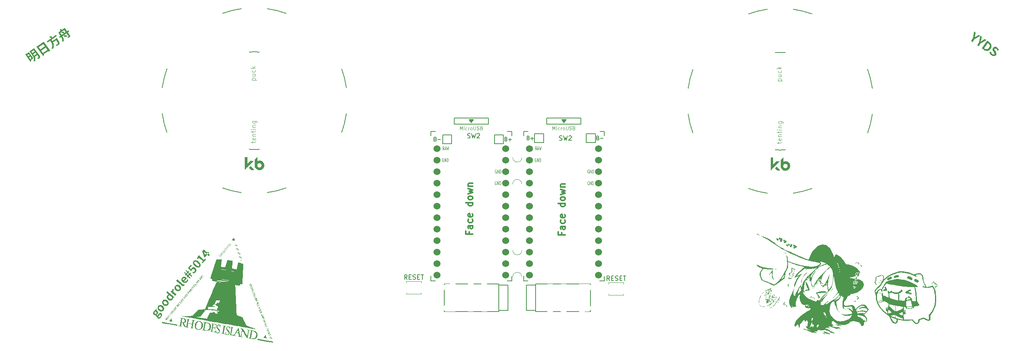
<source format=gto>
G04 #@! TF.GenerationSoftware,KiCad,Pcbnew,9.0.6*
G04 #@! TF.CreationDate,2025-11-13T20:31:41-08:00*
G04 #@! TF.ProjectId,doktuh-kb,646f6b74-7568-42d6-9b62-2e6b69636164,rev?*
G04 #@! TF.SameCoordinates,Original*
G04 #@! TF.FileFunction,Legend,Top*
G04 #@! TF.FilePolarity,Positive*
%FSLAX46Y46*%
G04 Gerber Fmt 4.6, Leading zero omitted, Abs format (unit mm)*
G04 Created by KiCad (PCBNEW 9.0.6) date 2025-11-13 20:31:41*
%MOMM*%
%LPD*%
G01*
G04 APERTURE LIST*
%ADD10C,0.300000*%
%ADD11C,0.400000*%
%ADD12C,0.150000*%
%ADD13C,0.100000*%
%ADD14C,0.125000*%
%ADD15C,0.120000*%
%ADD16C,0.200000*%
%ADD17C,0.010000*%
%ADD18C,0.000000*%
%ADD19C,1.397000*%
%ADD20C,1.524000*%
%ADD21C,4.400000*%
%ADD22R,0.900000X0.900000*%
%ADD23R,0.900000X1.250000*%
%ADD24R,0.900000X1.700000*%
%ADD25C,0.800000*%
%ADD26O,2.000000X1.600000*%
%ADD27C,0.500000*%
%ADD28C,1.000000*%
G04 APERTURE END LIST*
D10*
X160002454Y-104372857D02*
X160002454Y-104872857D01*
X160788168Y-104872857D02*
X159288168Y-104872857D01*
X159288168Y-104872857D02*
X159288168Y-104158571D01*
X160788168Y-102944286D02*
X160002454Y-102944286D01*
X160002454Y-102944286D02*
X159859597Y-103015714D01*
X159859597Y-103015714D02*
X159788168Y-103158571D01*
X159788168Y-103158571D02*
X159788168Y-103444286D01*
X159788168Y-103444286D02*
X159859597Y-103587143D01*
X160716740Y-102944286D02*
X160788168Y-103087143D01*
X160788168Y-103087143D02*
X160788168Y-103444286D01*
X160788168Y-103444286D02*
X160716740Y-103587143D01*
X160716740Y-103587143D02*
X160573882Y-103658571D01*
X160573882Y-103658571D02*
X160431025Y-103658571D01*
X160431025Y-103658571D02*
X160288168Y-103587143D01*
X160288168Y-103587143D02*
X160216740Y-103444286D01*
X160216740Y-103444286D02*
X160216740Y-103087143D01*
X160216740Y-103087143D02*
X160145311Y-102944286D01*
X160716740Y-101587143D02*
X160788168Y-101730000D01*
X160788168Y-101730000D02*
X160788168Y-102015714D01*
X160788168Y-102015714D02*
X160716740Y-102158571D01*
X160716740Y-102158571D02*
X160645311Y-102230000D01*
X160645311Y-102230000D02*
X160502454Y-102301428D01*
X160502454Y-102301428D02*
X160073882Y-102301428D01*
X160073882Y-102301428D02*
X159931025Y-102230000D01*
X159931025Y-102230000D02*
X159859597Y-102158571D01*
X159859597Y-102158571D02*
X159788168Y-102015714D01*
X159788168Y-102015714D02*
X159788168Y-101730000D01*
X159788168Y-101730000D02*
X159859597Y-101587143D01*
X160716740Y-100372857D02*
X160788168Y-100515714D01*
X160788168Y-100515714D02*
X160788168Y-100801429D01*
X160788168Y-100801429D02*
X160716740Y-100944286D01*
X160716740Y-100944286D02*
X160573882Y-101015714D01*
X160573882Y-101015714D02*
X160002454Y-101015714D01*
X160002454Y-101015714D02*
X159859597Y-100944286D01*
X159859597Y-100944286D02*
X159788168Y-100801429D01*
X159788168Y-100801429D02*
X159788168Y-100515714D01*
X159788168Y-100515714D02*
X159859597Y-100372857D01*
X159859597Y-100372857D02*
X160002454Y-100301429D01*
X160002454Y-100301429D02*
X160145311Y-100301429D01*
X160145311Y-100301429D02*
X160288168Y-101015714D01*
X160788168Y-97872858D02*
X159288168Y-97872858D01*
X160716740Y-97872858D02*
X160788168Y-98015715D01*
X160788168Y-98015715D02*
X160788168Y-98301429D01*
X160788168Y-98301429D02*
X160716740Y-98444286D01*
X160716740Y-98444286D02*
X160645311Y-98515715D01*
X160645311Y-98515715D02*
X160502454Y-98587143D01*
X160502454Y-98587143D02*
X160073882Y-98587143D01*
X160073882Y-98587143D02*
X159931025Y-98515715D01*
X159931025Y-98515715D02*
X159859597Y-98444286D01*
X159859597Y-98444286D02*
X159788168Y-98301429D01*
X159788168Y-98301429D02*
X159788168Y-98015715D01*
X159788168Y-98015715D02*
X159859597Y-97872858D01*
X160788168Y-96944286D02*
X160716740Y-97087143D01*
X160716740Y-97087143D02*
X160645311Y-97158572D01*
X160645311Y-97158572D02*
X160502454Y-97230000D01*
X160502454Y-97230000D02*
X160073882Y-97230000D01*
X160073882Y-97230000D02*
X159931025Y-97158572D01*
X159931025Y-97158572D02*
X159859597Y-97087143D01*
X159859597Y-97087143D02*
X159788168Y-96944286D01*
X159788168Y-96944286D02*
X159788168Y-96730000D01*
X159788168Y-96730000D02*
X159859597Y-96587143D01*
X159859597Y-96587143D02*
X159931025Y-96515715D01*
X159931025Y-96515715D02*
X160073882Y-96444286D01*
X160073882Y-96444286D02*
X160502454Y-96444286D01*
X160502454Y-96444286D02*
X160645311Y-96515715D01*
X160645311Y-96515715D02*
X160716740Y-96587143D01*
X160716740Y-96587143D02*
X160788168Y-96730000D01*
X160788168Y-96730000D02*
X160788168Y-96944286D01*
X159788168Y-95944286D02*
X160788168Y-95658572D01*
X160788168Y-95658572D02*
X160073882Y-95372857D01*
X160073882Y-95372857D02*
X160788168Y-95087143D01*
X160788168Y-95087143D02*
X159788168Y-94801429D01*
X159788168Y-94230000D02*
X160788168Y-94230000D01*
X159931025Y-94230000D02*
X159859597Y-94158571D01*
X159859597Y-94158571D02*
X159788168Y-94015714D01*
X159788168Y-94015714D02*
X159788168Y-93801428D01*
X159788168Y-93801428D02*
X159859597Y-93658571D01*
X159859597Y-93658571D02*
X160002454Y-93587143D01*
X160002454Y-93587143D02*
X160788168Y-93587143D01*
D11*
G36*
X70725746Y-121366433D02*
G01*
X70570249Y-121551747D01*
X70617423Y-121559029D01*
X70670713Y-121576504D01*
X70722655Y-121602828D01*
X70774268Y-121640153D01*
X70847601Y-121713112D01*
X70898441Y-121788121D01*
X70929790Y-121866207D01*
X70944640Y-121949325D01*
X70943240Y-122033164D01*
X70925244Y-122119216D01*
X70893366Y-122201942D01*
X70847807Y-122283864D01*
X70787258Y-122365565D01*
X70725261Y-122425600D01*
X70645120Y-122483320D01*
X70657152Y-122549516D01*
X70672268Y-122577267D01*
X70701972Y-122607929D01*
X70745559Y-122628816D01*
X70797442Y-122623760D01*
X70851670Y-122591896D01*
X70931726Y-122510749D01*
X71087435Y-122325183D01*
X71204427Y-122203010D01*
X71309044Y-122124432D01*
X71403871Y-122080072D01*
X71478562Y-122065701D01*
X71550820Y-122071680D01*
X71623234Y-122098382D01*
X71698006Y-122148970D01*
X71762320Y-122216695D01*
X71807314Y-122295169D01*
X71834027Y-122386638D01*
X71841627Y-122482797D01*
X71830992Y-122588825D01*
X71799728Y-122707080D01*
X71752078Y-122819997D01*
X71682877Y-122938070D01*
X71589124Y-123062372D01*
X71477321Y-123179655D01*
X71366055Y-123267172D01*
X71286209Y-123312363D01*
X71211102Y-123339924D01*
X71139438Y-123352062D01*
X71068454Y-123347519D01*
X70999957Y-123323656D01*
X70931865Y-123278322D01*
X70874663Y-123214014D01*
X70838098Y-123133929D01*
X70824795Y-123043371D01*
X70836394Y-122935219D01*
X70826711Y-122927094D01*
X70762224Y-122940225D01*
X70694643Y-122938805D01*
X70628490Y-122918992D01*
X70558377Y-122873102D01*
X70521507Y-122831004D01*
X71016383Y-122831004D01*
X71020799Y-122888030D01*
X71034302Y-122933273D01*
X71057058Y-122972634D01*
X71087787Y-123005126D01*
X71133749Y-123031145D01*
X71185772Y-123037267D01*
X71248171Y-123021910D01*
X71307400Y-122990532D01*
X71371412Y-122940199D01*
X71441309Y-122866459D01*
X71502190Y-122782371D01*
X71539969Y-122705621D01*
X71561077Y-122628484D01*
X71563656Y-122563513D01*
X71548290Y-122505842D01*
X71515486Y-122464124D01*
X71475153Y-122439748D01*
X71437109Y-122433866D01*
X71398243Y-122444658D01*
X71340454Y-122484163D01*
X71266257Y-122560744D01*
X71154562Y-122693857D01*
X71082040Y-122774472D01*
X71016383Y-122831004D01*
X70521507Y-122831004D01*
X70507984Y-122815563D01*
X70475556Y-122741482D01*
X70460079Y-122660316D01*
X70459324Y-122581803D01*
X70451578Y-122575303D01*
X70361553Y-122587228D01*
X70254519Y-122579827D01*
X70183855Y-122561652D01*
X70115409Y-122529424D01*
X70048253Y-122481788D01*
X69971475Y-122405093D01*
X69918213Y-122325545D01*
X69885445Y-122242016D01*
X69869999Y-122153071D01*
X69871170Y-122063469D01*
X69874478Y-122046696D01*
X70165044Y-122046696D01*
X70180953Y-122105460D01*
X70213755Y-122160631D01*
X70268880Y-122216974D01*
X70334146Y-122261740D01*
X70395820Y-122285755D01*
X70458277Y-122292604D01*
X70514942Y-122282120D01*
X70566058Y-122256248D01*
X70609296Y-122216525D01*
X70642138Y-122165470D01*
X70658994Y-122110446D01*
X70659675Y-122052656D01*
X70642665Y-121991576D01*
X70608875Y-121934197D01*
X70553734Y-121877498D01*
X70488532Y-121833307D01*
X70427798Y-121811281D01*
X70366514Y-121806522D01*
X70310762Y-121818244D01*
X70260320Y-121844983D01*
X70215935Y-121886456D01*
X70184034Y-121935793D01*
X70166710Y-121989919D01*
X70165044Y-122046696D01*
X69874478Y-122046696D01*
X69889261Y-121971752D01*
X69921580Y-121883339D01*
X69965797Y-121800691D01*
X70022443Y-121723093D01*
X70105147Y-121640261D01*
X70187998Y-121580509D01*
X70515594Y-121190095D01*
X70725746Y-121366433D01*
G37*
G36*
X71632606Y-120332452D02*
G01*
X71727434Y-120356821D01*
X71818223Y-120393655D01*
X71910131Y-120446220D01*
X72003826Y-120516286D01*
X72114463Y-120624079D01*
X72194779Y-120733916D01*
X72248692Y-120846865D01*
X72281540Y-120967826D01*
X72292211Y-121085698D01*
X72281584Y-121202307D01*
X72250986Y-121315399D01*
X72202634Y-121418574D01*
X72135919Y-121513379D01*
X72054236Y-121595438D01*
X71961051Y-121660948D01*
X71854938Y-121710763D01*
X71741996Y-121741430D01*
X71624085Y-121751363D01*
X71499255Y-121740009D01*
X71378660Y-121706529D01*
X71256545Y-121646506D01*
X71131178Y-121556268D01*
X71020541Y-121448475D01*
X70940225Y-121338638D01*
X70886312Y-121225690D01*
X70853455Y-121104727D01*
X70842762Y-120986883D01*
X70849400Y-120913813D01*
X71167808Y-120913813D01*
X71179483Y-120998707D01*
X71219843Y-121089474D01*
X71283099Y-121175184D01*
X71375763Y-121264783D01*
X71480167Y-121340541D01*
X71575568Y-121387963D01*
X71671965Y-121411947D01*
X71757597Y-121408704D01*
X71810740Y-121391675D01*
X71859199Y-121362123D01*
X71903947Y-121318588D01*
X71939047Y-121266960D01*
X71959709Y-121214135D01*
X71967210Y-121158896D01*
X71955565Y-121073945D01*
X71915175Y-120983235D01*
X71851955Y-120897452D01*
X71759242Y-120807771D01*
X71654899Y-120732100D01*
X71559449Y-120684746D01*
X71463104Y-120660721D01*
X71377421Y-120664005D01*
X71324271Y-120680948D01*
X71275810Y-120710447D01*
X71231057Y-120753966D01*
X71195967Y-120805596D01*
X71175305Y-120858472D01*
X71167808Y-120913813D01*
X70849400Y-120913813D01*
X70853350Y-120870331D01*
X70883983Y-120757180D01*
X70932316Y-120654035D01*
X70998944Y-120559344D01*
X71092870Y-120467165D01*
X71201578Y-120396509D01*
X71322093Y-120348230D01*
X71452260Y-120323633D01*
X71541184Y-120321625D01*
X71632606Y-120332452D01*
G37*
G36*
X72646550Y-119124079D02*
G01*
X72741379Y-119148449D01*
X72832167Y-119185282D01*
X72924076Y-119237848D01*
X73017771Y-119307914D01*
X73128408Y-119415706D01*
X73208724Y-119525544D01*
X73262637Y-119638492D01*
X73295484Y-119759454D01*
X73306156Y-119877326D01*
X73295528Y-119993935D01*
X73264931Y-120107027D01*
X73216579Y-120210201D01*
X73149864Y-120305006D01*
X73068180Y-120387065D01*
X72974996Y-120452575D01*
X72868883Y-120502391D01*
X72755941Y-120533058D01*
X72638030Y-120542991D01*
X72513199Y-120531637D01*
X72392605Y-120498156D01*
X72270490Y-120438134D01*
X72145123Y-120347896D01*
X72034486Y-120240103D01*
X71954170Y-120130266D01*
X71900257Y-120017317D01*
X71867399Y-119896355D01*
X71856706Y-119778511D01*
X71863345Y-119705440D01*
X72181753Y-119705440D01*
X72193428Y-119790334D01*
X72233788Y-119881101D01*
X72297044Y-119966812D01*
X72389707Y-120056411D01*
X72494112Y-120132169D01*
X72589513Y-120179590D01*
X72685910Y-120203575D01*
X72771541Y-120200332D01*
X72824685Y-120183303D01*
X72873144Y-120153751D01*
X72917892Y-120110215D01*
X72952992Y-120058588D01*
X72973654Y-120005762D01*
X72981155Y-119950524D01*
X72969510Y-119865573D01*
X72929120Y-119774863D01*
X72865900Y-119689080D01*
X72773186Y-119599398D01*
X72668844Y-119523727D01*
X72573394Y-119476374D01*
X72477049Y-119452349D01*
X72391366Y-119455633D01*
X72338216Y-119472576D01*
X72289755Y-119502075D01*
X72245002Y-119545594D01*
X72209912Y-119597224D01*
X72189250Y-119650100D01*
X72181753Y-119705440D01*
X71863345Y-119705440D01*
X71867295Y-119661959D01*
X71897928Y-119548808D01*
X71946261Y-119445663D01*
X72012889Y-119350971D01*
X72106815Y-119258793D01*
X72215523Y-119188136D01*
X72336037Y-119139858D01*
X72466205Y-119115261D01*
X72555129Y-119113253D01*
X72646550Y-119124079D01*
G37*
G36*
X74546132Y-118586283D02*
G01*
X74352343Y-118817231D01*
X74223473Y-118745108D01*
X74216973Y-118752854D01*
X74216278Y-118861157D01*
X74199581Y-118972270D01*
X74163129Y-119077128D01*
X74103545Y-119168453D01*
X74021752Y-119249953D01*
X73933902Y-119308535D01*
X73838743Y-119346557D01*
X73737687Y-119364259D01*
X73630394Y-119361384D01*
X73514561Y-119336380D01*
X73403414Y-119292673D01*
X73286840Y-119226380D01*
X73163589Y-119134135D01*
X73054230Y-119029163D01*
X72972649Y-118923213D01*
X72915319Y-118815478D01*
X72876543Y-118699742D01*
X72858958Y-118589006D01*
X72861063Y-118481564D01*
X72861591Y-118478959D01*
X73204723Y-118478959D01*
X73212191Y-118562027D01*
X73247440Y-118655123D01*
X73307551Y-118743983D01*
X73404301Y-118839400D01*
X73518081Y-118922732D01*
X73614883Y-118971623D01*
X73711032Y-118995388D01*
X73792780Y-118990619D01*
X73866772Y-118959518D01*
X73933037Y-118900412D01*
X73973532Y-118838689D01*
X73996916Y-118770936D01*
X74003102Y-118696423D01*
X73990831Y-118602411D01*
X73512433Y-118200987D01*
X73431312Y-118218692D01*
X73365568Y-118247773D01*
X73308173Y-118287866D01*
X73260148Y-118335790D01*
X73221362Y-118400987D01*
X73204723Y-118478959D01*
X72861591Y-118478959D01*
X72882348Y-118376625D01*
X72920776Y-118284397D01*
X72976391Y-118202715D01*
X73057289Y-118123441D01*
X73137052Y-118075538D01*
X73224618Y-118045408D01*
X73323722Y-118026284D01*
X73146436Y-117893879D01*
X72767641Y-117576032D01*
X73005019Y-117293136D01*
X74546132Y-118586283D01*
G37*
G36*
X74797074Y-118287221D02*
G01*
X73713985Y-117378401D01*
X73909610Y-117145264D01*
X74120699Y-117285945D01*
X74125574Y-117280136D01*
X74094320Y-117179027D01*
X74079804Y-117086858D01*
X74080177Y-117002007D01*
X74095160Y-116918945D01*
X74122938Y-116848505D01*
X74163071Y-116788485D01*
X74232189Y-116719792D01*
X74291548Y-116682223D01*
X74500155Y-116936321D01*
X74441406Y-116980858D01*
X74385669Y-117037536D01*
X74357068Y-117081470D01*
X74336351Y-117137446D01*
X74324549Y-117208352D01*
X74327133Y-117279563D01*
X74348213Y-117362633D01*
X74392198Y-117460817D01*
X75036714Y-118001630D01*
X74797074Y-118287221D01*
G37*
G36*
X75382054Y-115864034D02*
G01*
X75476882Y-115888403D01*
X75567671Y-115925237D01*
X75659579Y-115977802D01*
X75753274Y-116047868D01*
X75863911Y-116155661D01*
X75944227Y-116265498D01*
X75998140Y-116378447D01*
X76030988Y-116499408D01*
X76041659Y-116617280D01*
X76031032Y-116733889D01*
X76000434Y-116846981D01*
X75952082Y-116950156D01*
X75885367Y-117044961D01*
X75803683Y-117127020D01*
X75710499Y-117192530D01*
X75604386Y-117242345D01*
X75491444Y-117273012D01*
X75373533Y-117282945D01*
X75248703Y-117271591D01*
X75128108Y-117238111D01*
X75005993Y-117178088D01*
X74880626Y-117087850D01*
X74769989Y-116980057D01*
X74689673Y-116870220D01*
X74635760Y-116757272D01*
X74602903Y-116636309D01*
X74592210Y-116518465D01*
X74598848Y-116445395D01*
X74917256Y-116445395D01*
X74928931Y-116530289D01*
X74969291Y-116621056D01*
X75032547Y-116706766D01*
X75125210Y-116796365D01*
X75229615Y-116872123D01*
X75325016Y-116919545D01*
X75421413Y-116943530D01*
X75507044Y-116940286D01*
X75560188Y-116923257D01*
X75608647Y-116893705D01*
X75653395Y-116850170D01*
X75688495Y-116798542D01*
X75709157Y-116745717D01*
X75716658Y-116690478D01*
X75705013Y-116605527D01*
X75664623Y-116514817D01*
X75601403Y-116429034D01*
X75508690Y-116339353D01*
X75404347Y-116263682D01*
X75308897Y-116216328D01*
X75212552Y-116192303D01*
X75126869Y-116195587D01*
X75073719Y-116212530D01*
X75025258Y-116242029D01*
X74980505Y-116285548D01*
X74945415Y-116337179D01*
X74924753Y-116390054D01*
X74917256Y-116445395D01*
X74598848Y-116445395D01*
X74602798Y-116401913D01*
X74633431Y-116288762D01*
X74681764Y-116185618D01*
X74748392Y-116090926D01*
X74842318Y-115998747D01*
X74951026Y-115928091D01*
X75071540Y-115879812D01*
X75201708Y-115855215D01*
X75290632Y-115853207D01*
X75382054Y-115864034D01*
G37*
G36*
X76743461Y-116022324D02*
G01*
X76682788Y-116084040D01*
X76624853Y-116124089D01*
X76568569Y-116146455D01*
X76508427Y-116155335D01*
X76446633Y-116151271D01*
X76381842Y-116133536D01*
X76287766Y-116087419D01*
X76187102Y-116014750D01*
X74949261Y-114976079D01*
X75188900Y-114690488D01*
X76438275Y-115738838D01*
X76486506Y-115770215D01*
X76521215Y-115777299D01*
X76552354Y-115770363D01*
X76572146Y-115755757D01*
X76585774Y-115737636D01*
X76600630Y-115713946D01*
X76840381Y-115855865D01*
X76806505Y-115931460D01*
X76743461Y-116022324D01*
G37*
G36*
X76737444Y-114081472D02*
G01*
X76844626Y-114103133D01*
X76947713Y-114142276D01*
X77051316Y-114199732D01*
X77156261Y-114277535D01*
X77227692Y-114344073D01*
X77276891Y-114401713D01*
X76719193Y-115066351D01*
X76816560Y-115115029D01*
X76908189Y-115136412D01*
X76999143Y-115133642D01*
X77084505Y-115107022D01*
X77162433Y-115058757D01*
X77235445Y-114987327D01*
X77284705Y-114919207D01*
X77320758Y-114848720D01*
X77346553Y-114772804D01*
X77364825Y-114685403D01*
X77619103Y-114734774D01*
X77597987Y-114858423D01*
X77557544Y-114985281D01*
X77499110Y-115105198D01*
X77423946Y-115211354D01*
X77333573Y-115303310D01*
X77235331Y-115374389D01*
X77128200Y-115426335D01*
X77013845Y-115458187D01*
X76895304Y-115468238D01*
X76770530Y-115456067D01*
X76649861Y-115421556D01*
X76528344Y-115361301D01*
X76404369Y-115271924D01*
X76321536Y-115194135D01*
X76255055Y-115114472D01*
X76203297Y-115032614D01*
X76147207Y-114900887D01*
X76119841Y-114768893D01*
X76118790Y-114673851D01*
X76413151Y-114673851D01*
X76427100Y-114752387D01*
X76460964Y-114828876D01*
X76520333Y-114909387D01*
X76890742Y-114467950D01*
X76815218Y-114414904D01*
X76744563Y-114384226D01*
X76676967Y-114372362D01*
X76610975Y-114380488D01*
X76546937Y-114412431D01*
X76482184Y-114473347D01*
X76443034Y-114533182D01*
X76419254Y-114601179D01*
X76413151Y-114673851D01*
X76118790Y-114673851D01*
X76118373Y-114636203D01*
X76141458Y-114511270D01*
X76188477Y-114394746D01*
X76257864Y-114292007D01*
X76347220Y-114201804D01*
X76438655Y-114138907D01*
X76533353Y-114099628D01*
X76634325Y-114080514D01*
X76737444Y-114081472D01*
G37*
G36*
X77512771Y-112905900D02*
G01*
X77657670Y-112733216D01*
X77840880Y-112886946D01*
X77676552Y-113082785D01*
X77918353Y-113341780D01*
X78074133Y-113156129D01*
X78257342Y-113309860D01*
X78082134Y-113518664D01*
X78461886Y-113919669D01*
X78319105Y-114089828D01*
X77940979Y-113686887D01*
X77736593Y-113930464D01*
X78114720Y-114333405D01*
X77973564Y-114501627D01*
X77595438Y-114098686D01*
X77457038Y-114263625D01*
X77273829Y-114109894D01*
X77430032Y-113923738D01*
X77188230Y-113664743D01*
X77040575Y-113840712D01*
X76857366Y-113686981D01*
X77017182Y-113496521D01*
X77329386Y-113496521D01*
X77571188Y-113755516D01*
X77775644Y-113511854D01*
X77533771Y-113252944D01*
X77329386Y-113496521D01*
X77017182Y-113496521D01*
X77024450Y-113487859D01*
X76691570Y-113129484D01*
X76831100Y-112963198D01*
X77165605Y-113319636D01*
X77370061Y-113075975D01*
X77038806Y-112715664D01*
X77178337Y-112549378D01*
X77512771Y-112905900D01*
G37*
G36*
X79244695Y-113041470D02*
G01*
X79145031Y-113145794D01*
X79047547Y-113221534D01*
X78944263Y-113279874D01*
X78843330Y-113319912D01*
X78740814Y-113346910D01*
X78643201Y-113362463D01*
X78571901Y-113078956D01*
X78718921Y-113052675D01*
X78789676Y-113027790D01*
X78858501Y-112992172D01*
X78921949Y-112945717D01*
X78980645Y-112885762D01*
X79032242Y-112809053D01*
X79061046Y-112731124D01*
X79068547Y-112650506D01*
X79053340Y-112571713D01*
X79015462Y-112498677D01*
X78949632Y-112428736D01*
X78868443Y-112374446D01*
X78791283Y-112348075D01*
X78715255Y-112345560D01*
X78640984Y-112364631D01*
X78571783Y-112404292D01*
X78505935Y-112467633D01*
X78460877Y-112530736D01*
X78434191Y-112588356D01*
X78417035Y-112652357D01*
X78401405Y-112745069D01*
X78207936Y-112803109D01*
X77548544Y-112184101D01*
X78190031Y-111419607D01*
X78427462Y-111618835D01*
X77991703Y-112138153D01*
X78270865Y-112418454D01*
X78311561Y-112311134D01*
X78339364Y-112263434D01*
X78376413Y-112214183D01*
X78447771Y-112139917D01*
X78524594Y-112079930D01*
X78607408Y-112033108D01*
X78696146Y-112001283D01*
X78787998Y-111987841D01*
X78884732Y-111992774D01*
X78978534Y-112016779D01*
X79076371Y-112064037D01*
X79180056Y-112138569D01*
X79272586Y-112230394D01*
X79338654Y-112326353D01*
X79381423Y-112427626D01*
X79404545Y-112535600D01*
X79408211Y-112642370D01*
X79392659Y-112749545D01*
X79359578Y-112852971D01*
X79310548Y-112949938D01*
X79244695Y-113041470D01*
G37*
G36*
X79322372Y-110461092D02*
G01*
X79463300Y-110498420D01*
X79597782Y-110557130D01*
X79745980Y-110646204D01*
X79910162Y-110771227D01*
X80060403Y-110909926D01*
X80174364Y-111040732D01*
X80257347Y-111164705D01*
X80320593Y-111298727D01*
X80354090Y-111423005D01*
X80361504Y-111540203D01*
X80343793Y-111655499D01*
X80300803Y-111763515D01*
X80230676Y-111866594D01*
X80141292Y-111953612D01*
X80042334Y-112014762D01*
X79931821Y-112052280D01*
X79815165Y-112065284D01*
X79686982Y-112053850D01*
X79544011Y-112014825D01*
X79407555Y-111954589D01*
X79258971Y-111865044D01*
X79096294Y-111741158D01*
X78944647Y-111601186D01*
X78831169Y-111470735D01*
X78749964Y-111348541D01*
X78688719Y-111216235D01*
X78657121Y-111093628D01*
X78651885Y-110985037D01*
X78958134Y-110985037D01*
X78966278Y-111039556D01*
X78992541Y-111106533D01*
X79042818Y-111189671D01*
X79144402Y-111310077D01*
X79321450Y-111472827D01*
X79511015Y-111617819D01*
X79649614Y-111698834D01*
X79742226Y-111735649D01*
X79814727Y-111751523D01*
X79871654Y-111751571D01*
X79926602Y-111738171D01*
X79971648Y-111714454D01*
X80008653Y-111680294D01*
X80037811Y-111635353D01*
X80053996Y-111585859D01*
X80057459Y-111530137D01*
X80046993Y-111474808D01*
X80017995Y-111407139D01*
X79964493Y-111323575D01*
X79859558Y-111202500D01*
X79683381Y-111041494D01*
X79492778Y-110894845D01*
X79357697Y-110814412D01*
X79268116Y-110777971D01*
X79198420Y-110762809D01*
X79143939Y-110763603D01*
X79091538Y-110777927D01*
X79046471Y-110803217D01*
X79007401Y-110840144D01*
X78970193Y-110905584D01*
X78958134Y-110985037D01*
X78651885Y-110985037D01*
X78651546Y-110978001D01*
X78670812Y-110864234D01*
X78714768Y-110756904D01*
X78785378Y-110653845D01*
X78874562Y-110566469D01*
X78972581Y-110504599D01*
X79081229Y-110465925D01*
X79196117Y-110451291D01*
X79322372Y-110461092D01*
G37*
G36*
X80813274Y-111117394D02*
G01*
X80581652Y-110923040D01*
X80840225Y-110614885D01*
X79977306Y-109890810D01*
X79758297Y-110151816D01*
X79580729Y-110002819D01*
X79644074Y-109878419D01*
X79687034Y-109774219D01*
X79718785Y-109671086D01*
X79739993Y-109569869D01*
X79916826Y-109359128D01*
X81077038Y-110332662D01*
X81302477Y-110063994D01*
X81534099Y-110258348D01*
X80813274Y-111117394D01*
G37*
G36*
X82182123Y-109487431D02*
G01*
X81342358Y-108782784D01*
X81194996Y-108652676D01*
X81050954Y-108518611D01*
X81042900Y-108528209D01*
X81109440Y-108676155D01*
X81173125Y-108831605D01*
X81338173Y-109348443D01*
X81982909Y-108580076D01*
X82201060Y-108763126D01*
X81324667Y-109807570D01*
X81129671Y-109643948D01*
X80725504Y-108396750D01*
X81012195Y-108055086D01*
X82404029Y-109222973D01*
X82182123Y-109487431D01*
G37*
G36*
X250389080Y-61984009D02*
G01*
X250825186Y-61361185D01*
X251070059Y-59922851D01*
X251430188Y-60175017D01*
X251309198Y-60710185D01*
X251250528Y-60948335D01*
X251192518Y-61190228D01*
X251201722Y-61196672D01*
X251411586Y-61061109D01*
X251617509Y-60926066D01*
X252079122Y-60629405D01*
X252432349Y-60876737D01*
X251164509Y-61598781D01*
X250728402Y-62221605D01*
X250389080Y-61984009D01*
G37*
G36*
X251719159Y-62915341D02*
G01*
X252155265Y-62292516D01*
X252400137Y-60854182D01*
X252760267Y-61106348D01*
X252639277Y-61641516D01*
X252580607Y-61879667D01*
X252522597Y-62121559D01*
X252531800Y-62128003D01*
X252741665Y-61992441D01*
X252947588Y-61857398D01*
X253409201Y-61560736D01*
X253762428Y-61808068D01*
X252494587Y-62530112D01*
X252058481Y-63152936D01*
X251719159Y-62915341D01*
G37*
G36*
X254419945Y-62267870D02*
G01*
X254584750Y-62399751D01*
X254711143Y-62534907D01*
X254804234Y-62673960D01*
X254856239Y-62787854D01*
X254889071Y-62905025D01*
X254903303Y-63026793D01*
X254898640Y-63154663D01*
X254875625Y-63278180D01*
X254831594Y-63409127D01*
X254763923Y-63549104D01*
X254669249Y-63699650D01*
X254560356Y-63840096D01*
X254451621Y-63952669D01*
X254342790Y-64040768D01*
X254233323Y-64107176D01*
X254113468Y-64158190D01*
X253993549Y-64189178D01*
X253872296Y-64201110D01*
X253748319Y-64194098D01*
X253586436Y-64157685D01*
X253419578Y-64089055D01*
X253245509Y-63984102D01*
X252761134Y-63644939D01*
X252787814Y-63606836D01*
X253293503Y-63606836D01*
X253396940Y-63679264D01*
X253507795Y-63746444D01*
X253613282Y-63790663D01*
X253714817Y-63814630D01*
X253817733Y-63817748D01*
X253920202Y-63797156D01*
X254024637Y-63751144D01*
X254119466Y-63685402D01*
X254218329Y-63589883D01*
X254322084Y-63458351D01*
X254410119Y-63315811D01*
X254464772Y-63191943D01*
X254492194Y-63083403D01*
X254497798Y-62972641D01*
X254480608Y-62871533D01*
X254441123Y-62777356D01*
X254383111Y-62691518D01*
X254304939Y-62608270D01*
X254203590Y-62527249D01*
X254100152Y-62454821D01*
X253293503Y-63606836D01*
X252787814Y-63606836D01*
X253953877Y-61941526D01*
X254419945Y-62267870D01*
G37*
G36*
X254880791Y-65176845D02*
G01*
X254773915Y-65091421D01*
X254678431Y-64992746D01*
X254593781Y-64879869D01*
X254523884Y-64757376D01*
X254471634Y-64629552D01*
X254436462Y-64495402D01*
X254795480Y-64397637D01*
X254837357Y-64540824D01*
X254904371Y-64677530D01*
X254993029Y-64797979D01*
X255093508Y-64886892D01*
X255185446Y-64941064D01*
X255263765Y-64968539D01*
X255331835Y-64974906D01*
X255397632Y-64962185D01*
X255452992Y-64931237D01*
X255500415Y-64880206D01*
X255533180Y-64814599D01*
X255538860Y-64754614D01*
X255525574Y-64693318D01*
X255496019Y-64623538D01*
X255405259Y-64470835D01*
X255250254Y-64214857D01*
X255195921Y-64116898D01*
X255151977Y-64007098D01*
X255126478Y-63890976D01*
X255125409Y-63767405D01*
X255140734Y-63686100D01*
X255172857Y-63603186D01*
X255223819Y-63517424D01*
X255296271Y-63432214D01*
X255379529Y-63366823D01*
X255474951Y-63319518D01*
X255578183Y-63290871D01*
X255688053Y-63280563D01*
X255806437Y-63289391D01*
X255922229Y-63317016D01*
X256037876Y-63365043D01*
X256154596Y-63435376D01*
X256249701Y-63511586D01*
X256332887Y-63598527D01*
X256404844Y-63696920D01*
X256463269Y-63803796D01*
X256505558Y-63915007D01*
X256532236Y-64031511D01*
X256211746Y-64123008D01*
X256170914Y-64005352D01*
X256117244Y-63902835D01*
X256045900Y-63812290D01*
X255948681Y-63730092D01*
X255872756Y-63685655D01*
X255804136Y-63661667D01*
X255740826Y-63654769D01*
X255679785Y-63665031D01*
X255628046Y-63693205D01*
X255583172Y-63741316D01*
X255553946Y-63803075D01*
X255550650Y-63865689D01*
X255566808Y-63929959D01*
X255599263Y-64000657D01*
X255688733Y-64150518D01*
X255847952Y-64395582D01*
X255912404Y-64511230D01*
X255954989Y-64624682D01*
X255975287Y-64740955D01*
X255969523Y-64857291D01*
X255935368Y-64972172D01*
X255863831Y-65098296D01*
X255792685Y-65182240D01*
X255708864Y-65249491D01*
X255610857Y-65301174D01*
X255504848Y-65334049D01*
X255390618Y-65347445D01*
X255265984Y-65340414D01*
X255144203Y-65312333D01*
X255016436Y-65259027D01*
X254880791Y-65176845D01*
G37*
G36*
X41812086Y-64906569D02*
G01*
X42473825Y-64443214D01*
X43460282Y-65852022D01*
X42798544Y-66315376D01*
X42623499Y-66065386D01*
X43030645Y-65780299D01*
X42394278Y-64871471D01*
X41987131Y-65156559D01*
X41812086Y-64906569D01*
G37*
G36*
X42219032Y-65477953D02*
G01*
X42720212Y-65127023D01*
X42892105Y-65372511D01*
X42390925Y-65723442D01*
X42219032Y-65477953D01*
G37*
G36*
X42773656Y-64185415D02*
G01*
X43473408Y-63695443D01*
X43651675Y-63950035D01*
X42951923Y-64440006D01*
X42773656Y-64185415D01*
G37*
G36*
X43156597Y-64732312D02*
G01*
X43856349Y-64242340D01*
X44029993Y-64490329D01*
X43330241Y-64980301D01*
X43156597Y-64732312D01*
G37*
G36*
X43532415Y-65278829D02*
G01*
X44234468Y-64787247D01*
X44407762Y-65034736D01*
X43705709Y-65526318D01*
X43532415Y-65278829D01*
G37*
G36*
X41667634Y-65007715D02*
G01*
X41922226Y-64829448D01*
X43048425Y-66437827D01*
X42793833Y-66616094D01*
X41667634Y-65007715D01*
G37*
G36*
X43372471Y-63766120D02*
G01*
X43645370Y-63575034D01*
X44868652Y-65322063D01*
X44932321Y-65428864D01*
X44960511Y-65509246D01*
X44961865Y-65587794D01*
X44932330Y-65671054D01*
X44876694Y-65748165D01*
X44791798Y-65831027D01*
X44553354Y-66011703D01*
X44469796Y-65938571D01*
X44368029Y-65866262D01*
X44271097Y-65812781D01*
X44396793Y-65729985D01*
X44507633Y-65652375D01*
X44574217Y-65603963D01*
X44600878Y-65580282D01*
X44610748Y-65561389D01*
X44609512Y-65540564D01*
X44594353Y-65511148D01*
X43372471Y-63766120D01*
G37*
G36*
X42608496Y-64301061D02*
G01*
X42879094Y-64111586D01*
X43462647Y-64944986D01*
X43562949Y-65097589D01*
X43666176Y-65274619D01*
X43758597Y-65461775D01*
X43835757Y-65660522D01*
X43890068Y-65867141D01*
X43915562Y-66083644D01*
X43913256Y-66229256D01*
X43891862Y-66378041D01*
X43850415Y-66531188D01*
X43747695Y-66509042D01*
X43620705Y-66493753D01*
X43513176Y-66493908D01*
X43552695Y-66352178D01*
X43573736Y-66219465D01*
X43577829Y-66094416D01*
X43558559Y-65909030D01*
X43513990Y-65735401D01*
X43448688Y-65569491D01*
X43369199Y-65414284D01*
X43279953Y-65266555D01*
X43190438Y-65132160D01*
X42608496Y-64301061D01*
G37*
G36*
X44168438Y-63281977D02*
G01*
X45769415Y-62160962D01*
X47157235Y-64142975D01*
X46861329Y-64350171D01*
X45667816Y-62645657D01*
X44644847Y-63361948D01*
X45841513Y-65070963D01*
X45559411Y-65268492D01*
X44168438Y-63281977D01*
G37*
G36*
X44899411Y-63915846D02*
G01*
X46133355Y-63051828D01*
X46322829Y-63322426D01*
X45088885Y-64186443D01*
X44899411Y-63915846D01*
G37*
G36*
X45451793Y-64704730D02*
G01*
X46688038Y-63839101D01*
X46882346Y-64116601D01*
X45646101Y-64982229D01*
X45451793Y-64704730D01*
G37*
G36*
X46389755Y-62065161D02*
G01*
X48446896Y-60624736D01*
X48634759Y-60893033D01*
X46577618Y-62333458D01*
X46389755Y-62065161D01*
G37*
G36*
X47531309Y-62079679D02*
G01*
X48409525Y-61464746D01*
X48595848Y-61730841D01*
X47717632Y-62345775D01*
X47531309Y-62079679D01*
G37*
G36*
X48338400Y-61514548D02*
G01*
X48625103Y-61313796D01*
X48639173Y-61336445D01*
X48673375Y-61387634D01*
X48701695Y-61437873D01*
X48888481Y-61753640D01*
X49015215Y-61983138D01*
X49117442Y-62190658D01*
X49174896Y-62333186D01*
X49206468Y-62462038D01*
X49205771Y-62552933D01*
X49185664Y-62638321D01*
X49151468Y-62707241D01*
X49102693Y-62768928D01*
X49033692Y-62834135D01*
X48964637Y-62891990D01*
X48863832Y-62964999D01*
X48638560Y-63114238D01*
X48587691Y-63058557D01*
X48512366Y-62997462D01*
X48428902Y-62945878D01*
X48350380Y-62912606D01*
X48587358Y-62765606D01*
X48749097Y-62657424D01*
X48809327Y-62606752D01*
X48840664Y-62548882D01*
X48842526Y-62486365D01*
X48811126Y-62372775D01*
X48755685Y-62243462D01*
X48658381Y-62052010D01*
X48539560Y-61841050D01*
X48369010Y-61558264D01*
X48338400Y-61514548D01*
G37*
G36*
X47097375Y-61825953D02*
G01*
X47404686Y-61610772D01*
X47632774Y-61995066D01*
X47736303Y-62194252D01*
X47825528Y-62397243D01*
X47896911Y-62606041D01*
X47946102Y-62820890D01*
X47963994Y-62966558D01*
X47967239Y-63116373D01*
X47955449Y-63271135D01*
X47927484Y-63423666D01*
X47879915Y-63582371D01*
X47811060Y-63748374D01*
X47737747Y-63717742D01*
X47639593Y-63688940D01*
X47538174Y-63669425D01*
X47450182Y-63662645D01*
X47516502Y-63514713D01*
X47561959Y-63375095D01*
X47588527Y-63242563D01*
X47600959Y-63042484D01*
X47583311Y-62854426D01*
X47539724Y-62671482D01*
X47473850Y-62493066D01*
X47391272Y-62320208D01*
X47296482Y-62151825D01*
X47097375Y-61825953D01*
G37*
G36*
X47017460Y-61184651D02*
G01*
X47215770Y-60891940D01*
X47428211Y-60997969D01*
X47615933Y-61107443D01*
X47417526Y-61424075D01*
X47230674Y-61303706D01*
X47017460Y-61184651D01*
G37*
G36*
X49044248Y-60045158D02*
G01*
X50247881Y-59202365D01*
X50426148Y-59456956D01*
X49222515Y-60299749D01*
X49044248Y-60045158D01*
G37*
G36*
X49110225Y-61096209D02*
G01*
X51194575Y-59636732D01*
X51372842Y-59891323D01*
X49288492Y-61350801D01*
X49110225Y-61096209D01*
G37*
G36*
X48924905Y-60128723D02*
G01*
X49200204Y-59935956D01*
X49682191Y-60624304D01*
X49779554Y-60771606D01*
X49879795Y-60940791D01*
X49970337Y-61119715D01*
X50047624Y-61312268D01*
X50104832Y-61512378D01*
X50137031Y-61718231D01*
X50141264Y-61856712D01*
X50127913Y-61998049D01*
X50096272Y-62143331D01*
X49992781Y-62120085D01*
X49862749Y-62105136D01*
X49751308Y-62104601D01*
X49780568Y-61973480D01*
X49793806Y-61849240D01*
X49792055Y-61730795D01*
X49766552Y-61555458D01*
X49718444Y-61388909D01*
X49652313Y-61229549D01*
X49574635Y-61081118D01*
X49405280Y-60814770D01*
X48924905Y-60128723D01*
G37*
G36*
X50087324Y-59314788D02*
G01*
X50369425Y-59117259D01*
X51478043Y-60700529D01*
X51539663Y-60802439D01*
X51568299Y-60878398D01*
X51571488Y-60952818D01*
X51543839Y-61034022D01*
X51493300Y-61109363D01*
X51413111Y-61187130D01*
X51189662Y-61353878D01*
X51063089Y-61244225D01*
X50984936Y-61188034D01*
X50919920Y-61149622D01*
X51075227Y-61046093D01*
X51178334Y-60975536D01*
X51198067Y-60954666D01*
X51206221Y-60937225D01*
X51205432Y-60918580D01*
X51192789Y-60893557D01*
X50087324Y-59314788D01*
G37*
G36*
X49294973Y-59469610D02*
G01*
X49656729Y-59257452D01*
X49688379Y-59515566D01*
X49699024Y-59733674D01*
X49415693Y-59867065D01*
X49363421Y-59662748D01*
X49294973Y-59469610D01*
G37*
G36*
X49656986Y-60245094D02*
G01*
X49734634Y-59975300D01*
X49929473Y-59972301D01*
X50129306Y-59986230D01*
X50222430Y-60000597D01*
X50296447Y-60019472D01*
X50215802Y-60315218D01*
X50147356Y-60294674D01*
X50056593Y-60276273D01*
X49857469Y-60253350D01*
X49656986Y-60245094D01*
G37*
G36*
X50179865Y-61031231D02*
G01*
X50252710Y-60754364D01*
X50468457Y-60747161D01*
X50691271Y-60757074D01*
X50794488Y-60769604D01*
X50875249Y-60787322D01*
X50801188Y-61092472D01*
X50724332Y-61071351D01*
X50621660Y-61053890D01*
X50398715Y-61033781D01*
X50179865Y-61031231D01*
G37*
D10*
X139592614Y-104202857D02*
X139592614Y-104702857D01*
X140378328Y-104702857D02*
X138878328Y-104702857D01*
X138878328Y-104702857D02*
X138878328Y-103988571D01*
X140378328Y-102774286D02*
X139592614Y-102774286D01*
X139592614Y-102774286D02*
X139449757Y-102845714D01*
X139449757Y-102845714D02*
X139378328Y-102988571D01*
X139378328Y-102988571D02*
X139378328Y-103274286D01*
X139378328Y-103274286D02*
X139449757Y-103417143D01*
X140306900Y-102774286D02*
X140378328Y-102917143D01*
X140378328Y-102917143D02*
X140378328Y-103274286D01*
X140378328Y-103274286D02*
X140306900Y-103417143D01*
X140306900Y-103417143D02*
X140164042Y-103488571D01*
X140164042Y-103488571D02*
X140021185Y-103488571D01*
X140021185Y-103488571D02*
X139878328Y-103417143D01*
X139878328Y-103417143D02*
X139806900Y-103274286D01*
X139806900Y-103274286D02*
X139806900Y-102917143D01*
X139806900Y-102917143D02*
X139735471Y-102774286D01*
X140306900Y-101417143D02*
X140378328Y-101560000D01*
X140378328Y-101560000D02*
X140378328Y-101845714D01*
X140378328Y-101845714D02*
X140306900Y-101988571D01*
X140306900Y-101988571D02*
X140235471Y-102060000D01*
X140235471Y-102060000D02*
X140092614Y-102131428D01*
X140092614Y-102131428D02*
X139664042Y-102131428D01*
X139664042Y-102131428D02*
X139521185Y-102060000D01*
X139521185Y-102060000D02*
X139449757Y-101988571D01*
X139449757Y-101988571D02*
X139378328Y-101845714D01*
X139378328Y-101845714D02*
X139378328Y-101560000D01*
X139378328Y-101560000D02*
X139449757Y-101417143D01*
X140306900Y-100202857D02*
X140378328Y-100345714D01*
X140378328Y-100345714D02*
X140378328Y-100631429D01*
X140378328Y-100631429D02*
X140306900Y-100774286D01*
X140306900Y-100774286D02*
X140164042Y-100845714D01*
X140164042Y-100845714D02*
X139592614Y-100845714D01*
X139592614Y-100845714D02*
X139449757Y-100774286D01*
X139449757Y-100774286D02*
X139378328Y-100631429D01*
X139378328Y-100631429D02*
X139378328Y-100345714D01*
X139378328Y-100345714D02*
X139449757Y-100202857D01*
X139449757Y-100202857D02*
X139592614Y-100131429D01*
X139592614Y-100131429D02*
X139735471Y-100131429D01*
X139735471Y-100131429D02*
X139878328Y-100845714D01*
X140378328Y-97702858D02*
X138878328Y-97702858D01*
X140306900Y-97702858D02*
X140378328Y-97845715D01*
X140378328Y-97845715D02*
X140378328Y-98131429D01*
X140378328Y-98131429D02*
X140306900Y-98274286D01*
X140306900Y-98274286D02*
X140235471Y-98345715D01*
X140235471Y-98345715D02*
X140092614Y-98417143D01*
X140092614Y-98417143D02*
X139664042Y-98417143D01*
X139664042Y-98417143D02*
X139521185Y-98345715D01*
X139521185Y-98345715D02*
X139449757Y-98274286D01*
X139449757Y-98274286D02*
X139378328Y-98131429D01*
X139378328Y-98131429D02*
X139378328Y-97845715D01*
X139378328Y-97845715D02*
X139449757Y-97702858D01*
X140378328Y-96774286D02*
X140306900Y-96917143D01*
X140306900Y-96917143D02*
X140235471Y-96988572D01*
X140235471Y-96988572D02*
X140092614Y-97060000D01*
X140092614Y-97060000D02*
X139664042Y-97060000D01*
X139664042Y-97060000D02*
X139521185Y-96988572D01*
X139521185Y-96988572D02*
X139449757Y-96917143D01*
X139449757Y-96917143D02*
X139378328Y-96774286D01*
X139378328Y-96774286D02*
X139378328Y-96560000D01*
X139378328Y-96560000D02*
X139449757Y-96417143D01*
X139449757Y-96417143D02*
X139521185Y-96345715D01*
X139521185Y-96345715D02*
X139664042Y-96274286D01*
X139664042Y-96274286D02*
X140092614Y-96274286D01*
X140092614Y-96274286D02*
X140235471Y-96345715D01*
X140235471Y-96345715D02*
X140306900Y-96417143D01*
X140306900Y-96417143D02*
X140378328Y-96560000D01*
X140378328Y-96560000D02*
X140378328Y-96774286D01*
X139378328Y-95774286D02*
X140378328Y-95488572D01*
X140378328Y-95488572D02*
X139664042Y-95202857D01*
X139664042Y-95202857D02*
X140378328Y-94917143D01*
X140378328Y-94917143D02*
X139378328Y-94631429D01*
X139378328Y-94060000D02*
X140378328Y-94060000D01*
X139521185Y-94060000D02*
X139449757Y-93988571D01*
X139449757Y-93988571D02*
X139378328Y-93845714D01*
X139378328Y-93845714D02*
X139378328Y-93631428D01*
X139378328Y-93631428D02*
X139449757Y-93488571D01*
X139449757Y-93488571D02*
X139592614Y-93417143D01*
X139592614Y-93417143D02*
X140378328Y-93417143D01*
D12*
X147776900Y-83678466D02*
X147893014Y-83717171D01*
X147893014Y-83717171D02*
X147931719Y-83755875D01*
X147931719Y-83755875D02*
X147970423Y-83833285D01*
X147970423Y-83833285D02*
X147970423Y-83949399D01*
X147970423Y-83949399D02*
X147931719Y-84026809D01*
X147931719Y-84026809D02*
X147893014Y-84065514D01*
X147893014Y-84065514D02*
X147815604Y-84104218D01*
X147815604Y-84104218D02*
X147505966Y-84104218D01*
X147505966Y-84104218D02*
X147505966Y-83291418D01*
X147505966Y-83291418D02*
X147776900Y-83291418D01*
X147776900Y-83291418D02*
X147854309Y-83330123D01*
X147854309Y-83330123D02*
X147893014Y-83368828D01*
X147893014Y-83368828D02*
X147931719Y-83446237D01*
X147931719Y-83446237D02*
X147931719Y-83523647D01*
X147931719Y-83523647D02*
X147893014Y-83601056D01*
X147893014Y-83601056D02*
X147854309Y-83639761D01*
X147854309Y-83639761D02*
X147776900Y-83678466D01*
X147776900Y-83678466D02*
X147505966Y-83678466D01*
X148318766Y-83794580D02*
X148938043Y-83794580D01*
X148628404Y-84104218D02*
X148628404Y-83484942D01*
X132155900Y-83678466D02*
X132272014Y-83717171D01*
X132272014Y-83717171D02*
X132310719Y-83755875D01*
X132310719Y-83755875D02*
X132349423Y-83833285D01*
X132349423Y-83833285D02*
X132349423Y-83949399D01*
X132349423Y-83949399D02*
X132310719Y-84026809D01*
X132310719Y-84026809D02*
X132272014Y-84065514D01*
X132272014Y-84065514D02*
X132194604Y-84104218D01*
X132194604Y-84104218D02*
X131884966Y-84104218D01*
X131884966Y-84104218D02*
X131884966Y-83291418D01*
X131884966Y-83291418D02*
X132155900Y-83291418D01*
X132155900Y-83291418D02*
X132233309Y-83330123D01*
X132233309Y-83330123D02*
X132272014Y-83368828D01*
X132272014Y-83368828D02*
X132310719Y-83446237D01*
X132310719Y-83446237D02*
X132310719Y-83523647D01*
X132310719Y-83523647D02*
X132272014Y-83601056D01*
X132272014Y-83601056D02*
X132233309Y-83639761D01*
X132233309Y-83639761D02*
X132155900Y-83678466D01*
X132155900Y-83678466D02*
X131884966Y-83678466D01*
X132697766Y-83794580D02*
X133317043Y-83794580D01*
D13*
X91802252Y-84541999D02*
X91802252Y-84161047D01*
X91468919Y-84399142D02*
X92326061Y-84399142D01*
X92326061Y-84399142D02*
X92421300Y-84351523D01*
X92421300Y-84351523D02*
X92468919Y-84256285D01*
X92468919Y-84256285D02*
X92468919Y-84161047D01*
X92421300Y-83446761D02*
X92468919Y-83541999D01*
X92468919Y-83541999D02*
X92468919Y-83732475D01*
X92468919Y-83732475D02*
X92421300Y-83827713D01*
X92421300Y-83827713D02*
X92326061Y-83875332D01*
X92326061Y-83875332D02*
X91945109Y-83875332D01*
X91945109Y-83875332D02*
X91849871Y-83827713D01*
X91849871Y-83827713D02*
X91802252Y-83732475D01*
X91802252Y-83732475D02*
X91802252Y-83541999D01*
X91802252Y-83541999D02*
X91849871Y-83446761D01*
X91849871Y-83446761D02*
X91945109Y-83399142D01*
X91945109Y-83399142D02*
X92040347Y-83399142D01*
X92040347Y-83399142D02*
X92135585Y-83875332D01*
X91802252Y-82970570D02*
X92468919Y-82970570D01*
X91897490Y-82970570D02*
X91849871Y-82922951D01*
X91849871Y-82922951D02*
X91802252Y-82827713D01*
X91802252Y-82827713D02*
X91802252Y-82684856D01*
X91802252Y-82684856D02*
X91849871Y-82589618D01*
X91849871Y-82589618D02*
X91945109Y-82541999D01*
X91945109Y-82541999D02*
X92468919Y-82541999D01*
X91802252Y-82208665D02*
X91802252Y-81827713D01*
X91468919Y-82065808D02*
X92326061Y-82065808D01*
X92326061Y-82065808D02*
X92421300Y-82018189D01*
X92421300Y-82018189D02*
X92468919Y-81922951D01*
X92468919Y-81922951D02*
X92468919Y-81827713D01*
X92468919Y-81494379D02*
X91802252Y-81494379D01*
X91468919Y-81494379D02*
X91516538Y-81541998D01*
X91516538Y-81541998D02*
X91564157Y-81494379D01*
X91564157Y-81494379D02*
X91516538Y-81446760D01*
X91516538Y-81446760D02*
X91468919Y-81494379D01*
X91468919Y-81494379D02*
X91564157Y-81494379D01*
X91802252Y-81018189D02*
X92468919Y-81018189D01*
X91897490Y-81018189D02*
X91849871Y-80970570D01*
X91849871Y-80970570D02*
X91802252Y-80875332D01*
X91802252Y-80875332D02*
X91802252Y-80732475D01*
X91802252Y-80732475D02*
X91849871Y-80637237D01*
X91849871Y-80637237D02*
X91945109Y-80589618D01*
X91945109Y-80589618D02*
X92468919Y-80589618D01*
X91802252Y-79684856D02*
X92611776Y-79684856D01*
X92611776Y-79684856D02*
X92707014Y-79732475D01*
X92707014Y-79732475D02*
X92754633Y-79780094D01*
X92754633Y-79780094D02*
X92802252Y-79875332D01*
X92802252Y-79875332D02*
X92802252Y-80018189D01*
X92802252Y-80018189D02*
X92754633Y-80113427D01*
X92421300Y-79684856D02*
X92468919Y-79780094D01*
X92468919Y-79780094D02*
X92468919Y-79970570D01*
X92468919Y-79970570D02*
X92421300Y-80065808D01*
X92421300Y-80065808D02*
X92373680Y-80113427D01*
X92373680Y-80113427D02*
X92278442Y-80161046D01*
X92278442Y-80161046D02*
X91992728Y-80161046D01*
X91992728Y-80161046D02*
X91897490Y-80113427D01*
X91897490Y-80113427D02*
X91849871Y-80065808D01*
X91849871Y-80065808D02*
X91802252Y-79970570D01*
X91802252Y-79970570D02*
X91802252Y-79780094D01*
X91802252Y-79780094D02*
X91849871Y-79684856D01*
X91738752Y-70651499D02*
X92738752Y-70651499D01*
X91786371Y-70651499D02*
X91738752Y-70556261D01*
X91738752Y-70556261D02*
X91738752Y-70365785D01*
X91738752Y-70365785D02*
X91786371Y-70270547D01*
X91786371Y-70270547D02*
X91833990Y-70222928D01*
X91833990Y-70222928D02*
X91929228Y-70175309D01*
X91929228Y-70175309D02*
X92214942Y-70175309D01*
X92214942Y-70175309D02*
X92310180Y-70222928D01*
X92310180Y-70222928D02*
X92357800Y-70270547D01*
X92357800Y-70270547D02*
X92405419Y-70365785D01*
X92405419Y-70365785D02*
X92405419Y-70556261D01*
X92405419Y-70556261D02*
X92357800Y-70651499D01*
X91738752Y-69318166D02*
X92405419Y-69318166D01*
X91738752Y-69746737D02*
X92262561Y-69746737D01*
X92262561Y-69746737D02*
X92357800Y-69699118D01*
X92357800Y-69699118D02*
X92405419Y-69603880D01*
X92405419Y-69603880D02*
X92405419Y-69461023D01*
X92405419Y-69461023D02*
X92357800Y-69365785D01*
X92357800Y-69365785D02*
X92310180Y-69318166D01*
X92357800Y-68413404D02*
X92405419Y-68508642D01*
X92405419Y-68508642D02*
X92405419Y-68699118D01*
X92405419Y-68699118D02*
X92357800Y-68794356D01*
X92357800Y-68794356D02*
X92310180Y-68841975D01*
X92310180Y-68841975D02*
X92214942Y-68889594D01*
X92214942Y-68889594D02*
X91929228Y-68889594D01*
X91929228Y-68889594D02*
X91833990Y-68841975D01*
X91833990Y-68841975D02*
X91786371Y-68794356D01*
X91786371Y-68794356D02*
X91738752Y-68699118D01*
X91738752Y-68699118D02*
X91738752Y-68508642D01*
X91738752Y-68508642D02*
X91786371Y-68413404D01*
X92405419Y-67984832D02*
X91405419Y-67984832D01*
X92024466Y-67889594D02*
X92405419Y-67603880D01*
X91738752Y-67603880D02*
X92119704Y-67984832D01*
D12*
X139268667Y-83397200D02*
X139411524Y-83444819D01*
X139411524Y-83444819D02*
X139649619Y-83444819D01*
X139649619Y-83444819D02*
X139744857Y-83397200D01*
X139744857Y-83397200D02*
X139792476Y-83349580D01*
X139792476Y-83349580D02*
X139840095Y-83254342D01*
X139840095Y-83254342D02*
X139840095Y-83159104D01*
X139840095Y-83159104D02*
X139792476Y-83063866D01*
X139792476Y-83063866D02*
X139744857Y-83016247D01*
X139744857Y-83016247D02*
X139649619Y-82968628D01*
X139649619Y-82968628D02*
X139459143Y-82921009D01*
X139459143Y-82921009D02*
X139363905Y-82873390D01*
X139363905Y-82873390D02*
X139316286Y-82825771D01*
X139316286Y-82825771D02*
X139268667Y-82730533D01*
X139268667Y-82730533D02*
X139268667Y-82635295D01*
X139268667Y-82635295D02*
X139316286Y-82540057D01*
X139316286Y-82540057D02*
X139363905Y-82492438D01*
X139363905Y-82492438D02*
X139459143Y-82444819D01*
X139459143Y-82444819D02*
X139697238Y-82444819D01*
X139697238Y-82444819D02*
X139840095Y-82492438D01*
X140173429Y-82444819D02*
X140411524Y-83444819D01*
X140411524Y-83444819D02*
X140602000Y-82730533D01*
X140602000Y-82730533D02*
X140792476Y-83444819D01*
X140792476Y-83444819D02*
X141030572Y-82444819D01*
X141363905Y-82540057D02*
X141411524Y-82492438D01*
X141411524Y-82492438D02*
X141506762Y-82444819D01*
X141506762Y-82444819D02*
X141744857Y-82444819D01*
X141744857Y-82444819D02*
X141840095Y-82492438D01*
X141840095Y-82492438D02*
X141887714Y-82540057D01*
X141887714Y-82540057D02*
X141935333Y-82635295D01*
X141935333Y-82635295D02*
X141935333Y-82730533D01*
X141935333Y-82730533D02*
X141887714Y-82873390D01*
X141887714Y-82873390D02*
X141316286Y-83444819D01*
X141316286Y-83444819D02*
X141935333Y-83444819D01*
D14*
X134078761Y-86066464D02*
X133912095Y-85709321D01*
X133793047Y-86066464D02*
X133793047Y-85316464D01*
X133793047Y-85316464D02*
X133983523Y-85316464D01*
X133983523Y-85316464D02*
X134031142Y-85352178D01*
X134031142Y-85352178D02*
X134054952Y-85387892D01*
X134054952Y-85387892D02*
X134078761Y-85459321D01*
X134078761Y-85459321D02*
X134078761Y-85566464D01*
X134078761Y-85566464D02*
X134054952Y-85637892D01*
X134054952Y-85637892D02*
X134031142Y-85673607D01*
X134031142Y-85673607D02*
X133983523Y-85709321D01*
X133983523Y-85709321D02*
X133793047Y-85709321D01*
X134269238Y-85852178D02*
X134507333Y-85852178D01*
X134221619Y-86066464D02*
X134388285Y-85316464D01*
X134388285Y-85316464D02*
X134554952Y-86066464D01*
X134673999Y-85316464D02*
X134793047Y-86066464D01*
X134793047Y-86066464D02*
X134888285Y-85530750D01*
X134888285Y-85530750D02*
X134983523Y-86066464D01*
X134983523Y-86066464D02*
X135102571Y-85316464D01*
X133943047Y-87962178D02*
X133895428Y-87926464D01*
X133895428Y-87926464D02*
X133823999Y-87926464D01*
X133823999Y-87926464D02*
X133752571Y-87962178D01*
X133752571Y-87962178D02*
X133704952Y-88033607D01*
X133704952Y-88033607D02*
X133681142Y-88105035D01*
X133681142Y-88105035D02*
X133657333Y-88247892D01*
X133657333Y-88247892D02*
X133657333Y-88355035D01*
X133657333Y-88355035D02*
X133681142Y-88497892D01*
X133681142Y-88497892D02*
X133704952Y-88569321D01*
X133704952Y-88569321D02*
X133752571Y-88640750D01*
X133752571Y-88640750D02*
X133823999Y-88676464D01*
X133823999Y-88676464D02*
X133871618Y-88676464D01*
X133871618Y-88676464D02*
X133943047Y-88640750D01*
X133943047Y-88640750D02*
X133966856Y-88605035D01*
X133966856Y-88605035D02*
X133966856Y-88355035D01*
X133966856Y-88355035D02*
X133871618Y-88355035D01*
X134181142Y-88676464D02*
X134181142Y-87926464D01*
X134181142Y-87926464D02*
X134466856Y-88676464D01*
X134466856Y-88676464D02*
X134466856Y-87926464D01*
X134704952Y-88676464D02*
X134704952Y-87926464D01*
X134704952Y-87926464D02*
X134824000Y-87926464D01*
X134824000Y-87926464D02*
X134895428Y-87962178D01*
X134895428Y-87962178D02*
X134943047Y-88033607D01*
X134943047Y-88033607D02*
X134966857Y-88105035D01*
X134966857Y-88105035D02*
X134990666Y-88247892D01*
X134990666Y-88247892D02*
X134990666Y-88355035D01*
X134990666Y-88355035D02*
X134966857Y-88497892D01*
X134966857Y-88497892D02*
X134943047Y-88569321D01*
X134943047Y-88569321D02*
X134895428Y-88640750D01*
X134895428Y-88640750D02*
X134824000Y-88676464D01*
X134824000Y-88676464D02*
X134704952Y-88676464D01*
X145593047Y-90492178D02*
X145545428Y-90456464D01*
X145545428Y-90456464D02*
X145473999Y-90456464D01*
X145473999Y-90456464D02*
X145402571Y-90492178D01*
X145402571Y-90492178D02*
X145354952Y-90563607D01*
X145354952Y-90563607D02*
X145331142Y-90635035D01*
X145331142Y-90635035D02*
X145307333Y-90777892D01*
X145307333Y-90777892D02*
X145307333Y-90885035D01*
X145307333Y-90885035D02*
X145331142Y-91027892D01*
X145331142Y-91027892D02*
X145354952Y-91099321D01*
X145354952Y-91099321D02*
X145402571Y-91170750D01*
X145402571Y-91170750D02*
X145473999Y-91206464D01*
X145473999Y-91206464D02*
X145521618Y-91206464D01*
X145521618Y-91206464D02*
X145593047Y-91170750D01*
X145593047Y-91170750D02*
X145616856Y-91135035D01*
X145616856Y-91135035D02*
X145616856Y-90885035D01*
X145616856Y-90885035D02*
X145521618Y-90885035D01*
X145831142Y-91206464D02*
X145831142Y-90456464D01*
X145831142Y-90456464D02*
X146116856Y-91206464D01*
X146116856Y-91206464D02*
X146116856Y-90456464D01*
X146354952Y-91206464D02*
X146354952Y-90456464D01*
X146354952Y-90456464D02*
X146474000Y-90456464D01*
X146474000Y-90456464D02*
X146545428Y-90492178D01*
X146545428Y-90492178D02*
X146593047Y-90563607D01*
X146593047Y-90563607D02*
X146616857Y-90635035D01*
X146616857Y-90635035D02*
X146640666Y-90777892D01*
X146640666Y-90777892D02*
X146640666Y-90885035D01*
X146640666Y-90885035D02*
X146616857Y-91027892D01*
X146616857Y-91027892D02*
X146593047Y-91099321D01*
X146593047Y-91099321D02*
X146545428Y-91170750D01*
X146545428Y-91170750D02*
X146474000Y-91206464D01*
X146474000Y-91206464D02*
X146354952Y-91206464D01*
X145573047Y-93072178D02*
X145525428Y-93036464D01*
X145525428Y-93036464D02*
X145453999Y-93036464D01*
X145453999Y-93036464D02*
X145382571Y-93072178D01*
X145382571Y-93072178D02*
X145334952Y-93143607D01*
X145334952Y-93143607D02*
X145311142Y-93215035D01*
X145311142Y-93215035D02*
X145287333Y-93357892D01*
X145287333Y-93357892D02*
X145287333Y-93465035D01*
X145287333Y-93465035D02*
X145311142Y-93607892D01*
X145311142Y-93607892D02*
X145334952Y-93679321D01*
X145334952Y-93679321D02*
X145382571Y-93750750D01*
X145382571Y-93750750D02*
X145453999Y-93786464D01*
X145453999Y-93786464D02*
X145501618Y-93786464D01*
X145501618Y-93786464D02*
X145573047Y-93750750D01*
X145573047Y-93750750D02*
X145596856Y-93715035D01*
X145596856Y-93715035D02*
X145596856Y-93465035D01*
X145596856Y-93465035D02*
X145501618Y-93465035D01*
X145811142Y-93786464D02*
X145811142Y-93036464D01*
X145811142Y-93036464D02*
X146096856Y-93786464D01*
X146096856Y-93786464D02*
X146096856Y-93036464D01*
X146334952Y-93786464D02*
X146334952Y-93036464D01*
X146334952Y-93036464D02*
X146454000Y-93036464D01*
X146454000Y-93036464D02*
X146525428Y-93072178D01*
X146525428Y-93072178D02*
X146573047Y-93143607D01*
X146573047Y-93143607D02*
X146596857Y-93215035D01*
X146596857Y-93215035D02*
X146620666Y-93357892D01*
X146620666Y-93357892D02*
X146620666Y-93465035D01*
X146620666Y-93465035D02*
X146596857Y-93607892D01*
X146596857Y-93607892D02*
X146573047Y-93679321D01*
X146573047Y-93679321D02*
X146525428Y-93750750D01*
X146525428Y-93750750D02*
X146454000Y-93786464D01*
X146454000Y-93786464D02*
X146334952Y-93786464D01*
D15*
X137597571Y-81636724D02*
X137597571Y-80886724D01*
X137597571Y-80886724D02*
X137847571Y-81422438D01*
X137847571Y-81422438D02*
X138097571Y-80886724D01*
X138097571Y-80886724D02*
X138097571Y-81636724D01*
X138454714Y-81636724D02*
X138454714Y-81136724D01*
X138454714Y-80886724D02*
X138419000Y-80922438D01*
X138419000Y-80922438D02*
X138454714Y-80958152D01*
X138454714Y-80958152D02*
X138490428Y-80922438D01*
X138490428Y-80922438D02*
X138454714Y-80886724D01*
X138454714Y-80886724D02*
X138454714Y-80958152D01*
X139133286Y-81601010D02*
X139061857Y-81636724D01*
X139061857Y-81636724D02*
X138919000Y-81636724D01*
X138919000Y-81636724D02*
X138847571Y-81601010D01*
X138847571Y-81601010D02*
X138811857Y-81565295D01*
X138811857Y-81565295D02*
X138776143Y-81493867D01*
X138776143Y-81493867D02*
X138776143Y-81279581D01*
X138776143Y-81279581D02*
X138811857Y-81208152D01*
X138811857Y-81208152D02*
X138847571Y-81172438D01*
X138847571Y-81172438D02*
X138919000Y-81136724D01*
X138919000Y-81136724D02*
X139061857Y-81136724D01*
X139061857Y-81136724D02*
X139133286Y-81172438D01*
X139454714Y-81636724D02*
X139454714Y-81136724D01*
X139454714Y-81279581D02*
X139490428Y-81208152D01*
X139490428Y-81208152D02*
X139526143Y-81172438D01*
X139526143Y-81172438D02*
X139597571Y-81136724D01*
X139597571Y-81136724D02*
X139669000Y-81136724D01*
X140026143Y-81636724D02*
X139954714Y-81601010D01*
X139954714Y-81601010D02*
X139919000Y-81565295D01*
X139919000Y-81565295D02*
X139883286Y-81493867D01*
X139883286Y-81493867D02*
X139883286Y-81279581D01*
X139883286Y-81279581D02*
X139919000Y-81208152D01*
X139919000Y-81208152D02*
X139954714Y-81172438D01*
X139954714Y-81172438D02*
X140026143Y-81136724D01*
X140026143Y-81136724D02*
X140133286Y-81136724D01*
X140133286Y-81136724D02*
X140204714Y-81172438D01*
X140204714Y-81172438D02*
X140240429Y-81208152D01*
X140240429Y-81208152D02*
X140276143Y-81279581D01*
X140276143Y-81279581D02*
X140276143Y-81493867D01*
X140276143Y-81493867D02*
X140240429Y-81565295D01*
X140240429Y-81565295D02*
X140204714Y-81601010D01*
X140204714Y-81601010D02*
X140133286Y-81636724D01*
X140133286Y-81636724D02*
X140026143Y-81636724D01*
X140597571Y-80886724D02*
X140597571Y-81493867D01*
X140597571Y-81493867D02*
X140633285Y-81565295D01*
X140633285Y-81565295D02*
X140669000Y-81601010D01*
X140669000Y-81601010D02*
X140740428Y-81636724D01*
X140740428Y-81636724D02*
X140883285Y-81636724D01*
X140883285Y-81636724D02*
X140954714Y-81601010D01*
X140954714Y-81601010D02*
X140990428Y-81565295D01*
X140990428Y-81565295D02*
X141026142Y-81493867D01*
X141026142Y-81493867D02*
X141026142Y-80886724D01*
X141347571Y-81601010D02*
X141454714Y-81636724D01*
X141454714Y-81636724D02*
X141633285Y-81636724D01*
X141633285Y-81636724D02*
X141704714Y-81601010D01*
X141704714Y-81601010D02*
X141740428Y-81565295D01*
X141740428Y-81565295D02*
X141776142Y-81493867D01*
X141776142Y-81493867D02*
X141776142Y-81422438D01*
X141776142Y-81422438D02*
X141740428Y-81351010D01*
X141740428Y-81351010D02*
X141704714Y-81315295D01*
X141704714Y-81315295D02*
X141633285Y-81279581D01*
X141633285Y-81279581D02*
X141490428Y-81243867D01*
X141490428Y-81243867D02*
X141418999Y-81208152D01*
X141418999Y-81208152D02*
X141383285Y-81172438D01*
X141383285Y-81172438D02*
X141347571Y-81101010D01*
X141347571Y-81101010D02*
X141347571Y-81029581D01*
X141347571Y-81029581D02*
X141383285Y-80958152D01*
X141383285Y-80958152D02*
X141418999Y-80922438D01*
X141418999Y-80922438D02*
X141490428Y-80886724D01*
X141490428Y-80886724D02*
X141668999Y-80886724D01*
X141668999Y-80886724D02*
X141776142Y-80922438D01*
X142347571Y-81243867D02*
X142454714Y-81279581D01*
X142454714Y-81279581D02*
X142490428Y-81315295D01*
X142490428Y-81315295D02*
X142526142Y-81386724D01*
X142526142Y-81386724D02*
X142526142Y-81493867D01*
X142526142Y-81493867D02*
X142490428Y-81565295D01*
X142490428Y-81565295D02*
X142454714Y-81601010D01*
X142454714Y-81601010D02*
X142383285Y-81636724D01*
X142383285Y-81636724D02*
X142097571Y-81636724D01*
X142097571Y-81636724D02*
X142097571Y-80886724D01*
X142097571Y-80886724D02*
X142347571Y-80886724D01*
X142347571Y-80886724D02*
X142419000Y-80922438D01*
X142419000Y-80922438D02*
X142454714Y-80958152D01*
X142454714Y-80958152D02*
X142490428Y-81029581D01*
X142490428Y-81029581D02*
X142490428Y-81101010D01*
X142490428Y-81101010D02*
X142454714Y-81172438D01*
X142454714Y-81172438D02*
X142419000Y-81208152D01*
X142419000Y-81208152D02*
X142347571Y-81243867D01*
X142347571Y-81243867D02*
X142097571Y-81243867D01*
D12*
X168046735Y-83424466D02*
X168162849Y-83463171D01*
X168162849Y-83463171D02*
X168201554Y-83501875D01*
X168201554Y-83501875D02*
X168240258Y-83579285D01*
X168240258Y-83579285D02*
X168240258Y-83695399D01*
X168240258Y-83695399D02*
X168201554Y-83772809D01*
X168201554Y-83772809D02*
X168162849Y-83811514D01*
X168162849Y-83811514D02*
X168085439Y-83850218D01*
X168085439Y-83850218D02*
X167775801Y-83850218D01*
X167775801Y-83850218D02*
X167775801Y-83037418D01*
X167775801Y-83037418D02*
X168046735Y-83037418D01*
X168046735Y-83037418D02*
X168124144Y-83076123D01*
X168124144Y-83076123D02*
X168162849Y-83114828D01*
X168162849Y-83114828D02*
X168201554Y-83192237D01*
X168201554Y-83192237D02*
X168201554Y-83269647D01*
X168201554Y-83269647D02*
X168162849Y-83347056D01*
X168162849Y-83347056D02*
X168124144Y-83385761D01*
X168124144Y-83385761D02*
X168046735Y-83424466D01*
X168046735Y-83424466D02*
X167775801Y-83424466D01*
X168588601Y-83540580D02*
X169207878Y-83540580D01*
X152679735Y-83424466D02*
X152795849Y-83463171D01*
X152795849Y-83463171D02*
X152834554Y-83501875D01*
X152834554Y-83501875D02*
X152873258Y-83579285D01*
X152873258Y-83579285D02*
X152873258Y-83695399D01*
X152873258Y-83695399D02*
X152834554Y-83772809D01*
X152834554Y-83772809D02*
X152795849Y-83811514D01*
X152795849Y-83811514D02*
X152718439Y-83850218D01*
X152718439Y-83850218D02*
X152408801Y-83850218D01*
X152408801Y-83850218D02*
X152408801Y-83037418D01*
X152408801Y-83037418D02*
X152679735Y-83037418D01*
X152679735Y-83037418D02*
X152757144Y-83076123D01*
X152757144Y-83076123D02*
X152795849Y-83114828D01*
X152795849Y-83114828D02*
X152834554Y-83192237D01*
X152834554Y-83192237D02*
X152834554Y-83269647D01*
X152834554Y-83269647D02*
X152795849Y-83347056D01*
X152795849Y-83347056D02*
X152757144Y-83385761D01*
X152757144Y-83385761D02*
X152679735Y-83424466D01*
X152679735Y-83424466D02*
X152408801Y-83424466D01*
X153221601Y-83540580D02*
X153840878Y-83540580D01*
X153531239Y-83850218D02*
X153531239Y-83230942D01*
D13*
X207870092Y-84668999D02*
X207870092Y-84288047D01*
X207536759Y-84526142D02*
X208393901Y-84526142D01*
X208393901Y-84526142D02*
X208489140Y-84478523D01*
X208489140Y-84478523D02*
X208536759Y-84383285D01*
X208536759Y-84383285D02*
X208536759Y-84288047D01*
X208489140Y-83573761D02*
X208536759Y-83668999D01*
X208536759Y-83668999D02*
X208536759Y-83859475D01*
X208536759Y-83859475D02*
X208489140Y-83954713D01*
X208489140Y-83954713D02*
X208393901Y-84002332D01*
X208393901Y-84002332D02*
X208012949Y-84002332D01*
X208012949Y-84002332D02*
X207917711Y-83954713D01*
X207917711Y-83954713D02*
X207870092Y-83859475D01*
X207870092Y-83859475D02*
X207870092Y-83668999D01*
X207870092Y-83668999D02*
X207917711Y-83573761D01*
X207917711Y-83573761D02*
X208012949Y-83526142D01*
X208012949Y-83526142D02*
X208108187Y-83526142D01*
X208108187Y-83526142D02*
X208203425Y-84002332D01*
X207870092Y-83097570D02*
X208536759Y-83097570D01*
X207965330Y-83097570D02*
X207917711Y-83049951D01*
X207917711Y-83049951D02*
X207870092Y-82954713D01*
X207870092Y-82954713D02*
X207870092Y-82811856D01*
X207870092Y-82811856D02*
X207917711Y-82716618D01*
X207917711Y-82716618D02*
X208012949Y-82668999D01*
X208012949Y-82668999D02*
X208536759Y-82668999D01*
X207870092Y-82335665D02*
X207870092Y-81954713D01*
X207536759Y-82192808D02*
X208393901Y-82192808D01*
X208393901Y-82192808D02*
X208489140Y-82145189D01*
X208489140Y-82145189D02*
X208536759Y-82049951D01*
X208536759Y-82049951D02*
X208536759Y-81954713D01*
X208536759Y-81621379D02*
X207870092Y-81621379D01*
X207536759Y-81621379D02*
X207584378Y-81668998D01*
X207584378Y-81668998D02*
X207631997Y-81621379D01*
X207631997Y-81621379D02*
X207584378Y-81573760D01*
X207584378Y-81573760D02*
X207536759Y-81621379D01*
X207536759Y-81621379D02*
X207631997Y-81621379D01*
X207870092Y-81145189D02*
X208536759Y-81145189D01*
X207965330Y-81145189D02*
X207917711Y-81097570D01*
X207917711Y-81097570D02*
X207870092Y-81002332D01*
X207870092Y-81002332D02*
X207870092Y-80859475D01*
X207870092Y-80859475D02*
X207917711Y-80764237D01*
X207917711Y-80764237D02*
X208012949Y-80716618D01*
X208012949Y-80716618D02*
X208536759Y-80716618D01*
X207870092Y-79811856D02*
X208679616Y-79811856D01*
X208679616Y-79811856D02*
X208774854Y-79859475D01*
X208774854Y-79859475D02*
X208822473Y-79907094D01*
X208822473Y-79907094D02*
X208870092Y-80002332D01*
X208870092Y-80002332D02*
X208870092Y-80145189D01*
X208870092Y-80145189D02*
X208822473Y-80240427D01*
X208489140Y-79811856D02*
X208536759Y-79907094D01*
X208536759Y-79907094D02*
X208536759Y-80097570D01*
X208536759Y-80097570D02*
X208489140Y-80192808D01*
X208489140Y-80192808D02*
X208441520Y-80240427D01*
X208441520Y-80240427D02*
X208346282Y-80288046D01*
X208346282Y-80288046D02*
X208060568Y-80288046D01*
X208060568Y-80288046D02*
X207965330Y-80240427D01*
X207965330Y-80240427D02*
X207917711Y-80192808D01*
X207917711Y-80192808D02*
X207870092Y-80097570D01*
X207870092Y-80097570D02*
X207870092Y-79907094D01*
X207870092Y-79907094D02*
X207917711Y-79811856D01*
X207806592Y-70778499D02*
X208806592Y-70778499D01*
X207854211Y-70778499D02*
X207806592Y-70683261D01*
X207806592Y-70683261D02*
X207806592Y-70492785D01*
X207806592Y-70492785D02*
X207854211Y-70397547D01*
X207854211Y-70397547D02*
X207901830Y-70349928D01*
X207901830Y-70349928D02*
X207997068Y-70302309D01*
X207997068Y-70302309D02*
X208282782Y-70302309D01*
X208282782Y-70302309D02*
X208378020Y-70349928D01*
X208378020Y-70349928D02*
X208425640Y-70397547D01*
X208425640Y-70397547D02*
X208473259Y-70492785D01*
X208473259Y-70492785D02*
X208473259Y-70683261D01*
X208473259Y-70683261D02*
X208425640Y-70778499D01*
X207806592Y-69445166D02*
X208473259Y-69445166D01*
X207806592Y-69873737D02*
X208330401Y-69873737D01*
X208330401Y-69873737D02*
X208425640Y-69826118D01*
X208425640Y-69826118D02*
X208473259Y-69730880D01*
X208473259Y-69730880D02*
X208473259Y-69588023D01*
X208473259Y-69588023D02*
X208425640Y-69492785D01*
X208425640Y-69492785D02*
X208378020Y-69445166D01*
X208425640Y-68540404D02*
X208473259Y-68635642D01*
X208473259Y-68635642D02*
X208473259Y-68826118D01*
X208473259Y-68826118D02*
X208425640Y-68921356D01*
X208425640Y-68921356D02*
X208378020Y-68968975D01*
X208378020Y-68968975D02*
X208282782Y-69016594D01*
X208282782Y-69016594D02*
X207997068Y-69016594D01*
X207997068Y-69016594D02*
X207901830Y-68968975D01*
X207901830Y-68968975D02*
X207854211Y-68921356D01*
X207854211Y-68921356D02*
X207806592Y-68826118D01*
X207806592Y-68826118D02*
X207806592Y-68635642D01*
X207806592Y-68635642D02*
X207854211Y-68540404D01*
X208473259Y-68111832D02*
X207473259Y-68111832D01*
X208092306Y-68016594D02*
X208473259Y-67730880D01*
X207806592Y-67730880D02*
X208187544Y-68111832D01*
D12*
X159538507Y-83905200D02*
X159681364Y-83952819D01*
X159681364Y-83952819D02*
X159919459Y-83952819D01*
X159919459Y-83952819D02*
X160014697Y-83905200D01*
X160014697Y-83905200D02*
X160062316Y-83857580D01*
X160062316Y-83857580D02*
X160109935Y-83762342D01*
X160109935Y-83762342D02*
X160109935Y-83667104D01*
X160109935Y-83667104D02*
X160062316Y-83571866D01*
X160062316Y-83571866D02*
X160014697Y-83524247D01*
X160014697Y-83524247D02*
X159919459Y-83476628D01*
X159919459Y-83476628D02*
X159728983Y-83429009D01*
X159728983Y-83429009D02*
X159633745Y-83381390D01*
X159633745Y-83381390D02*
X159586126Y-83333771D01*
X159586126Y-83333771D02*
X159538507Y-83238533D01*
X159538507Y-83238533D02*
X159538507Y-83143295D01*
X159538507Y-83143295D02*
X159586126Y-83048057D01*
X159586126Y-83048057D02*
X159633745Y-83000438D01*
X159633745Y-83000438D02*
X159728983Y-82952819D01*
X159728983Y-82952819D02*
X159967078Y-82952819D01*
X159967078Y-82952819D02*
X160109935Y-83000438D01*
X160443269Y-82952819D02*
X160681364Y-83952819D01*
X160681364Y-83952819D02*
X160871840Y-83238533D01*
X160871840Y-83238533D02*
X161062316Y-83952819D01*
X161062316Y-83952819D02*
X161300412Y-82952819D01*
X161633745Y-83048057D02*
X161681364Y-83000438D01*
X161681364Y-83000438D02*
X161776602Y-82952819D01*
X161776602Y-82952819D02*
X162014697Y-82952819D01*
X162014697Y-82952819D02*
X162109935Y-83000438D01*
X162109935Y-83000438D02*
X162157554Y-83048057D01*
X162157554Y-83048057D02*
X162205173Y-83143295D01*
X162205173Y-83143295D02*
X162205173Y-83238533D01*
X162205173Y-83238533D02*
X162157554Y-83381390D01*
X162157554Y-83381390D02*
X161586126Y-83952819D01*
X161586126Y-83952819D02*
X162205173Y-83952819D01*
D14*
X154502601Y-86066464D02*
X154335935Y-85709321D01*
X154216887Y-86066464D02*
X154216887Y-85316464D01*
X154216887Y-85316464D02*
X154407363Y-85316464D01*
X154407363Y-85316464D02*
X154454982Y-85352178D01*
X154454982Y-85352178D02*
X154478792Y-85387892D01*
X154478792Y-85387892D02*
X154502601Y-85459321D01*
X154502601Y-85459321D02*
X154502601Y-85566464D01*
X154502601Y-85566464D02*
X154478792Y-85637892D01*
X154478792Y-85637892D02*
X154454982Y-85673607D01*
X154454982Y-85673607D02*
X154407363Y-85709321D01*
X154407363Y-85709321D02*
X154216887Y-85709321D01*
X154693078Y-85852178D02*
X154931173Y-85852178D01*
X154645459Y-86066464D02*
X154812125Y-85316464D01*
X154812125Y-85316464D02*
X154978792Y-86066464D01*
X155097839Y-85316464D02*
X155216887Y-86066464D01*
X155216887Y-86066464D02*
X155312125Y-85530750D01*
X155312125Y-85530750D02*
X155407363Y-86066464D01*
X155407363Y-86066464D02*
X155526411Y-85316464D01*
X165996887Y-93072178D02*
X165949268Y-93036464D01*
X165949268Y-93036464D02*
X165877839Y-93036464D01*
X165877839Y-93036464D02*
X165806411Y-93072178D01*
X165806411Y-93072178D02*
X165758792Y-93143607D01*
X165758792Y-93143607D02*
X165734982Y-93215035D01*
X165734982Y-93215035D02*
X165711173Y-93357892D01*
X165711173Y-93357892D02*
X165711173Y-93465035D01*
X165711173Y-93465035D02*
X165734982Y-93607892D01*
X165734982Y-93607892D02*
X165758792Y-93679321D01*
X165758792Y-93679321D02*
X165806411Y-93750750D01*
X165806411Y-93750750D02*
X165877839Y-93786464D01*
X165877839Y-93786464D02*
X165925458Y-93786464D01*
X165925458Y-93786464D02*
X165996887Y-93750750D01*
X165996887Y-93750750D02*
X166020696Y-93715035D01*
X166020696Y-93715035D02*
X166020696Y-93465035D01*
X166020696Y-93465035D02*
X165925458Y-93465035D01*
X166234982Y-93786464D02*
X166234982Y-93036464D01*
X166234982Y-93036464D02*
X166520696Y-93786464D01*
X166520696Y-93786464D02*
X166520696Y-93036464D01*
X166758792Y-93786464D02*
X166758792Y-93036464D01*
X166758792Y-93036464D02*
X166877840Y-93036464D01*
X166877840Y-93036464D02*
X166949268Y-93072178D01*
X166949268Y-93072178D02*
X166996887Y-93143607D01*
X166996887Y-93143607D02*
X167020697Y-93215035D01*
X167020697Y-93215035D02*
X167044506Y-93357892D01*
X167044506Y-93357892D02*
X167044506Y-93465035D01*
X167044506Y-93465035D02*
X167020697Y-93607892D01*
X167020697Y-93607892D02*
X166996887Y-93679321D01*
X166996887Y-93679321D02*
X166949268Y-93750750D01*
X166949268Y-93750750D02*
X166877840Y-93786464D01*
X166877840Y-93786464D02*
X166758792Y-93786464D01*
X166016887Y-90492178D02*
X165969268Y-90456464D01*
X165969268Y-90456464D02*
X165897839Y-90456464D01*
X165897839Y-90456464D02*
X165826411Y-90492178D01*
X165826411Y-90492178D02*
X165778792Y-90563607D01*
X165778792Y-90563607D02*
X165754982Y-90635035D01*
X165754982Y-90635035D02*
X165731173Y-90777892D01*
X165731173Y-90777892D02*
X165731173Y-90885035D01*
X165731173Y-90885035D02*
X165754982Y-91027892D01*
X165754982Y-91027892D02*
X165778792Y-91099321D01*
X165778792Y-91099321D02*
X165826411Y-91170750D01*
X165826411Y-91170750D02*
X165897839Y-91206464D01*
X165897839Y-91206464D02*
X165945458Y-91206464D01*
X165945458Y-91206464D02*
X166016887Y-91170750D01*
X166016887Y-91170750D02*
X166040696Y-91135035D01*
X166040696Y-91135035D02*
X166040696Y-90885035D01*
X166040696Y-90885035D02*
X165945458Y-90885035D01*
X166254982Y-91206464D02*
X166254982Y-90456464D01*
X166254982Y-90456464D02*
X166540696Y-91206464D01*
X166540696Y-91206464D02*
X166540696Y-90456464D01*
X166778792Y-91206464D02*
X166778792Y-90456464D01*
X166778792Y-90456464D02*
X166897840Y-90456464D01*
X166897840Y-90456464D02*
X166969268Y-90492178D01*
X166969268Y-90492178D02*
X167016887Y-90563607D01*
X167016887Y-90563607D02*
X167040697Y-90635035D01*
X167040697Y-90635035D02*
X167064506Y-90777892D01*
X167064506Y-90777892D02*
X167064506Y-90885035D01*
X167064506Y-90885035D02*
X167040697Y-91027892D01*
X167040697Y-91027892D02*
X167016887Y-91099321D01*
X167016887Y-91099321D02*
X166969268Y-91170750D01*
X166969268Y-91170750D02*
X166897840Y-91206464D01*
X166897840Y-91206464D02*
X166778792Y-91206464D01*
X154366887Y-87962178D02*
X154319268Y-87926464D01*
X154319268Y-87926464D02*
X154247839Y-87926464D01*
X154247839Y-87926464D02*
X154176411Y-87962178D01*
X154176411Y-87962178D02*
X154128792Y-88033607D01*
X154128792Y-88033607D02*
X154104982Y-88105035D01*
X154104982Y-88105035D02*
X154081173Y-88247892D01*
X154081173Y-88247892D02*
X154081173Y-88355035D01*
X154081173Y-88355035D02*
X154104982Y-88497892D01*
X154104982Y-88497892D02*
X154128792Y-88569321D01*
X154128792Y-88569321D02*
X154176411Y-88640750D01*
X154176411Y-88640750D02*
X154247839Y-88676464D01*
X154247839Y-88676464D02*
X154295458Y-88676464D01*
X154295458Y-88676464D02*
X154366887Y-88640750D01*
X154366887Y-88640750D02*
X154390696Y-88605035D01*
X154390696Y-88605035D02*
X154390696Y-88355035D01*
X154390696Y-88355035D02*
X154295458Y-88355035D01*
X154604982Y-88676464D02*
X154604982Y-87926464D01*
X154604982Y-87926464D02*
X154890696Y-88676464D01*
X154890696Y-88676464D02*
X154890696Y-87926464D01*
X155128792Y-88676464D02*
X155128792Y-87926464D01*
X155128792Y-87926464D02*
X155247840Y-87926464D01*
X155247840Y-87926464D02*
X155319268Y-87962178D01*
X155319268Y-87962178D02*
X155366887Y-88033607D01*
X155366887Y-88033607D02*
X155390697Y-88105035D01*
X155390697Y-88105035D02*
X155414506Y-88247892D01*
X155414506Y-88247892D02*
X155414506Y-88355035D01*
X155414506Y-88355035D02*
X155390697Y-88497892D01*
X155390697Y-88497892D02*
X155366887Y-88569321D01*
X155366887Y-88569321D02*
X155319268Y-88640750D01*
X155319268Y-88640750D02*
X155247840Y-88676464D01*
X155247840Y-88676464D02*
X155128792Y-88676464D01*
D15*
X158021411Y-81636724D02*
X158021411Y-80886724D01*
X158021411Y-80886724D02*
X158271411Y-81422438D01*
X158271411Y-81422438D02*
X158521411Y-80886724D01*
X158521411Y-80886724D02*
X158521411Y-81636724D01*
X158878554Y-81636724D02*
X158878554Y-81136724D01*
X158878554Y-80886724D02*
X158842840Y-80922438D01*
X158842840Y-80922438D02*
X158878554Y-80958152D01*
X158878554Y-80958152D02*
X158914268Y-80922438D01*
X158914268Y-80922438D02*
X158878554Y-80886724D01*
X158878554Y-80886724D02*
X158878554Y-80958152D01*
X159557126Y-81601010D02*
X159485697Y-81636724D01*
X159485697Y-81636724D02*
X159342840Y-81636724D01*
X159342840Y-81636724D02*
X159271411Y-81601010D01*
X159271411Y-81601010D02*
X159235697Y-81565295D01*
X159235697Y-81565295D02*
X159199983Y-81493867D01*
X159199983Y-81493867D02*
X159199983Y-81279581D01*
X159199983Y-81279581D02*
X159235697Y-81208152D01*
X159235697Y-81208152D02*
X159271411Y-81172438D01*
X159271411Y-81172438D02*
X159342840Y-81136724D01*
X159342840Y-81136724D02*
X159485697Y-81136724D01*
X159485697Y-81136724D02*
X159557126Y-81172438D01*
X159878554Y-81636724D02*
X159878554Y-81136724D01*
X159878554Y-81279581D02*
X159914268Y-81208152D01*
X159914268Y-81208152D02*
X159949983Y-81172438D01*
X159949983Y-81172438D02*
X160021411Y-81136724D01*
X160021411Y-81136724D02*
X160092840Y-81136724D01*
X160449983Y-81636724D02*
X160378554Y-81601010D01*
X160378554Y-81601010D02*
X160342840Y-81565295D01*
X160342840Y-81565295D02*
X160307126Y-81493867D01*
X160307126Y-81493867D02*
X160307126Y-81279581D01*
X160307126Y-81279581D02*
X160342840Y-81208152D01*
X160342840Y-81208152D02*
X160378554Y-81172438D01*
X160378554Y-81172438D02*
X160449983Y-81136724D01*
X160449983Y-81136724D02*
X160557126Y-81136724D01*
X160557126Y-81136724D02*
X160628554Y-81172438D01*
X160628554Y-81172438D02*
X160664269Y-81208152D01*
X160664269Y-81208152D02*
X160699983Y-81279581D01*
X160699983Y-81279581D02*
X160699983Y-81493867D01*
X160699983Y-81493867D02*
X160664269Y-81565295D01*
X160664269Y-81565295D02*
X160628554Y-81601010D01*
X160628554Y-81601010D02*
X160557126Y-81636724D01*
X160557126Y-81636724D02*
X160449983Y-81636724D01*
X161021411Y-80886724D02*
X161021411Y-81493867D01*
X161021411Y-81493867D02*
X161057125Y-81565295D01*
X161057125Y-81565295D02*
X161092840Y-81601010D01*
X161092840Y-81601010D02*
X161164268Y-81636724D01*
X161164268Y-81636724D02*
X161307125Y-81636724D01*
X161307125Y-81636724D02*
X161378554Y-81601010D01*
X161378554Y-81601010D02*
X161414268Y-81565295D01*
X161414268Y-81565295D02*
X161449982Y-81493867D01*
X161449982Y-81493867D02*
X161449982Y-80886724D01*
X161771411Y-81601010D02*
X161878554Y-81636724D01*
X161878554Y-81636724D02*
X162057125Y-81636724D01*
X162057125Y-81636724D02*
X162128554Y-81601010D01*
X162128554Y-81601010D02*
X162164268Y-81565295D01*
X162164268Y-81565295D02*
X162199982Y-81493867D01*
X162199982Y-81493867D02*
X162199982Y-81422438D01*
X162199982Y-81422438D02*
X162164268Y-81351010D01*
X162164268Y-81351010D02*
X162128554Y-81315295D01*
X162128554Y-81315295D02*
X162057125Y-81279581D01*
X162057125Y-81279581D02*
X161914268Y-81243867D01*
X161914268Y-81243867D02*
X161842839Y-81208152D01*
X161842839Y-81208152D02*
X161807125Y-81172438D01*
X161807125Y-81172438D02*
X161771411Y-81101010D01*
X161771411Y-81101010D02*
X161771411Y-81029581D01*
X161771411Y-81029581D02*
X161807125Y-80958152D01*
X161807125Y-80958152D02*
X161842839Y-80922438D01*
X161842839Y-80922438D02*
X161914268Y-80886724D01*
X161914268Y-80886724D02*
X162092839Y-80886724D01*
X162092839Y-80886724D02*
X162199982Y-80922438D01*
X162771411Y-81243867D02*
X162878554Y-81279581D01*
X162878554Y-81279581D02*
X162914268Y-81315295D01*
X162914268Y-81315295D02*
X162949982Y-81386724D01*
X162949982Y-81386724D02*
X162949982Y-81493867D01*
X162949982Y-81493867D02*
X162914268Y-81565295D01*
X162914268Y-81565295D02*
X162878554Y-81601010D01*
X162878554Y-81601010D02*
X162807125Y-81636724D01*
X162807125Y-81636724D02*
X162521411Y-81636724D01*
X162521411Y-81636724D02*
X162521411Y-80886724D01*
X162521411Y-80886724D02*
X162771411Y-80886724D01*
X162771411Y-80886724D02*
X162842840Y-80922438D01*
X162842840Y-80922438D02*
X162878554Y-80958152D01*
X162878554Y-80958152D02*
X162914268Y-81029581D01*
X162914268Y-81029581D02*
X162914268Y-81101010D01*
X162914268Y-81101010D02*
X162878554Y-81172438D01*
X162878554Y-81172438D02*
X162842840Y-81208152D01*
X162842840Y-81208152D02*
X162771411Y-81243867D01*
X162771411Y-81243867D02*
X162521411Y-81243867D01*
D12*
X125941618Y-114670819D02*
X125608285Y-114194628D01*
X125370190Y-114670819D02*
X125370190Y-113670819D01*
X125370190Y-113670819D02*
X125751142Y-113670819D01*
X125751142Y-113670819D02*
X125846380Y-113718438D01*
X125846380Y-113718438D02*
X125893999Y-113766057D01*
X125893999Y-113766057D02*
X125941618Y-113861295D01*
X125941618Y-113861295D02*
X125941618Y-114004152D01*
X125941618Y-114004152D02*
X125893999Y-114099390D01*
X125893999Y-114099390D02*
X125846380Y-114147009D01*
X125846380Y-114147009D02*
X125751142Y-114194628D01*
X125751142Y-114194628D02*
X125370190Y-114194628D01*
X126370190Y-114147009D02*
X126703523Y-114147009D01*
X126846380Y-114670819D02*
X126370190Y-114670819D01*
X126370190Y-114670819D02*
X126370190Y-113670819D01*
X126370190Y-113670819D02*
X126846380Y-113670819D01*
X127227333Y-114623200D02*
X127370190Y-114670819D01*
X127370190Y-114670819D02*
X127608285Y-114670819D01*
X127608285Y-114670819D02*
X127703523Y-114623200D01*
X127703523Y-114623200D02*
X127751142Y-114575580D01*
X127751142Y-114575580D02*
X127798761Y-114480342D01*
X127798761Y-114480342D02*
X127798761Y-114385104D01*
X127798761Y-114385104D02*
X127751142Y-114289866D01*
X127751142Y-114289866D02*
X127703523Y-114242247D01*
X127703523Y-114242247D02*
X127608285Y-114194628D01*
X127608285Y-114194628D02*
X127417809Y-114147009D01*
X127417809Y-114147009D02*
X127322571Y-114099390D01*
X127322571Y-114099390D02*
X127274952Y-114051771D01*
X127274952Y-114051771D02*
X127227333Y-113956533D01*
X127227333Y-113956533D02*
X127227333Y-113861295D01*
X127227333Y-113861295D02*
X127274952Y-113766057D01*
X127274952Y-113766057D02*
X127322571Y-113718438D01*
X127322571Y-113718438D02*
X127417809Y-113670819D01*
X127417809Y-113670819D02*
X127655904Y-113670819D01*
X127655904Y-113670819D02*
X127798761Y-113718438D01*
X128227333Y-114147009D02*
X128560666Y-114147009D01*
X128703523Y-114670819D02*
X128227333Y-114670819D01*
X128227333Y-114670819D02*
X128227333Y-113670819D01*
X128227333Y-113670819D02*
X128703523Y-113670819D01*
X128989238Y-113670819D02*
X129560666Y-113670819D01*
X129274952Y-114670819D02*
X129274952Y-113670819D01*
X170595458Y-114924819D02*
X170262125Y-114448628D01*
X170024030Y-114924819D02*
X170024030Y-113924819D01*
X170024030Y-113924819D02*
X170404982Y-113924819D01*
X170404982Y-113924819D02*
X170500220Y-113972438D01*
X170500220Y-113972438D02*
X170547839Y-114020057D01*
X170547839Y-114020057D02*
X170595458Y-114115295D01*
X170595458Y-114115295D02*
X170595458Y-114258152D01*
X170595458Y-114258152D02*
X170547839Y-114353390D01*
X170547839Y-114353390D02*
X170500220Y-114401009D01*
X170500220Y-114401009D02*
X170404982Y-114448628D01*
X170404982Y-114448628D02*
X170024030Y-114448628D01*
X171024030Y-114401009D02*
X171357363Y-114401009D01*
X171500220Y-114924819D02*
X171024030Y-114924819D01*
X171024030Y-114924819D02*
X171024030Y-113924819D01*
X171024030Y-113924819D02*
X171500220Y-113924819D01*
X171881173Y-114877200D02*
X172024030Y-114924819D01*
X172024030Y-114924819D02*
X172262125Y-114924819D01*
X172262125Y-114924819D02*
X172357363Y-114877200D01*
X172357363Y-114877200D02*
X172404982Y-114829580D01*
X172404982Y-114829580D02*
X172452601Y-114734342D01*
X172452601Y-114734342D02*
X172452601Y-114639104D01*
X172452601Y-114639104D02*
X172404982Y-114543866D01*
X172404982Y-114543866D02*
X172357363Y-114496247D01*
X172357363Y-114496247D02*
X172262125Y-114448628D01*
X172262125Y-114448628D02*
X172071649Y-114401009D01*
X172071649Y-114401009D02*
X171976411Y-114353390D01*
X171976411Y-114353390D02*
X171928792Y-114305771D01*
X171928792Y-114305771D02*
X171881173Y-114210533D01*
X171881173Y-114210533D02*
X171881173Y-114115295D01*
X171881173Y-114115295D02*
X171928792Y-114020057D01*
X171928792Y-114020057D02*
X171976411Y-113972438D01*
X171976411Y-113972438D02*
X172071649Y-113924819D01*
X172071649Y-113924819D02*
X172309744Y-113924819D01*
X172309744Y-113924819D02*
X172452601Y-113972438D01*
X172881173Y-114401009D02*
X173214506Y-114401009D01*
X173357363Y-114924819D02*
X172881173Y-114924819D01*
X172881173Y-114924819D02*
X172881173Y-113924819D01*
X172881173Y-113924819D02*
X173357363Y-113924819D01*
X173643078Y-113924819D02*
X174214506Y-113924819D01*
X173928792Y-114924819D02*
X173928792Y-113924819D01*
X145190005Y-82736002D02*
X145190005Y-84736002D01*
X145190005Y-84736002D02*
X147190005Y-84736002D01*
X147190005Y-82736002D02*
X145190005Y-82736002D01*
X147190005Y-84736002D02*
X147190005Y-82736002D01*
X133760005Y-82736002D02*
X133760005Y-84736002D01*
X133760005Y-84736002D02*
X135760005Y-84736002D01*
X135760005Y-82736002D02*
X133760005Y-82736002D01*
X135760005Y-84736002D02*
X135760005Y-82736002D01*
D16*
X71882000Y-72326500D02*
G75*
G02*
X72915866Y-68175952I20319983J-2857496D01*
G01*
X72915866Y-82192047D02*
G75*
G02*
X71882000Y-78041500I19286087J7008037D01*
G01*
X85193952Y-55897866D02*
G75*
G02*
X89344500Y-54864000I7008044J-19286117D01*
G01*
X89344500Y-95504000D02*
G75*
G02*
X85193954Y-94470135I2857500J20320000D01*
G01*
X91073615Y-64448136D02*
G75*
G02*
X92202000Y-64389000I1128379J-10735785D01*
G01*
X92202000Y-64389000D02*
G75*
G02*
X93330385Y-64448137I0J-10794900D01*
G01*
X92202000Y-85979000D02*
G75*
G02*
X91073615Y-85919864I-6J10794921D01*
G01*
X93330385Y-85919864D02*
G75*
G02*
X92202000Y-85979001I-1128385J10735764D01*
G01*
X95059500Y-54864000D02*
G75*
G02*
X99210047Y-55897866I-2857500J-20320000D01*
G01*
X99210047Y-94470134D02*
G75*
G02*
X95059500Y-95504000I-7008047J19286134D01*
G01*
X111488135Y-68175955D02*
G75*
G02*
X112522000Y-72326500I-19286154J-7008051D01*
G01*
X112522000Y-78041500D02*
G75*
G02*
X111488135Y-82192046I-20320050J2857512D01*
G01*
D17*
X90575245Y-89265867D02*
X91378191Y-88463167D01*
X91666559Y-88466261D01*
X91954927Y-88469354D01*
X91107703Y-89329491D01*
X90989778Y-89449214D01*
X90874979Y-89565763D01*
X90764525Y-89677903D01*
X90659633Y-89784396D01*
X90561521Y-89884007D01*
X90471406Y-89975500D01*
X90390507Y-90057637D01*
X90320040Y-90129182D01*
X90261224Y-90188900D01*
X90215277Y-90235554D01*
X90183416Y-90267907D01*
X90169635Y-90281903D01*
X90078791Y-90374179D01*
X90078791Y-87632309D01*
X90575245Y-87632309D01*
X90575245Y-89265867D01*
G36*
X90575245Y-89265867D02*
G01*
X91378191Y-88463167D01*
X91666559Y-88466261D01*
X91954927Y-88469354D01*
X91107703Y-89329491D01*
X90989778Y-89449214D01*
X90874979Y-89565763D01*
X90764525Y-89677903D01*
X90659633Y-89784396D01*
X90561521Y-89884007D01*
X90471406Y-89975500D01*
X90390507Y-90057637D01*
X90320040Y-90129182D01*
X90261224Y-90188900D01*
X90215277Y-90235554D01*
X90183416Y-90267907D01*
X90169635Y-90281903D01*
X90078791Y-90374179D01*
X90078791Y-87632309D01*
X90575245Y-87632309D01*
X90575245Y-89265867D01*
G37*
X91382025Y-89672398D02*
X91404728Y-89695261D01*
X91439207Y-89730792D01*
X91483476Y-89776884D01*
X91535543Y-89831430D01*
X91593422Y-89892324D01*
X91655121Y-89957459D01*
X91718654Y-90024729D01*
X91782029Y-90092027D01*
X91843259Y-90157246D01*
X91900355Y-90218281D01*
X91951327Y-90273024D01*
X91994187Y-90319369D01*
X92026945Y-90355209D01*
X92047613Y-90378438D01*
X92049906Y-90381129D01*
X92078207Y-90414764D01*
X91458193Y-90414764D01*
X91284843Y-90238695D01*
X91231101Y-90183952D01*
X91180818Y-90132439D01*
X91137002Y-90087259D01*
X91102656Y-90051513D01*
X91080788Y-90028304D01*
X91077611Y-90024812D01*
X91043729Y-89986997D01*
X91204764Y-89825653D01*
X91254477Y-89776198D01*
X91298701Y-89732873D01*
X91334848Y-89698160D01*
X91360330Y-89674540D01*
X91372559Y-89664492D01*
X91373090Y-89664309D01*
X91382025Y-89672398D01*
G36*
X91382025Y-89672398D02*
G01*
X91404728Y-89695261D01*
X91439207Y-89730792D01*
X91483476Y-89776884D01*
X91535543Y-89831430D01*
X91593422Y-89892324D01*
X91655121Y-89957459D01*
X91718654Y-90024729D01*
X91782029Y-90092027D01*
X91843259Y-90157246D01*
X91900355Y-90218281D01*
X91951327Y-90273024D01*
X91994187Y-90319369D01*
X92026945Y-90355209D01*
X92047613Y-90378438D01*
X92049906Y-90381129D01*
X92078207Y-90414764D01*
X91458193Y-90414764D01*
X91284843Y-90238695D01*
X91231101Y-90183952D01*
X91180818Y-90132439D01*
X91137002Y-90087259D01*
X91102656Y-90051513D01*
X91080788Y-90028304D01*
X91077611Y-90024812D01*
X91043729Y-89986997D01*
X91204764Y-89825653D01*
X91254477Y-89776198D01*
X91298701Y-89732873D01*
X91334848Y-89698160D01*
X91360330Y-89674540D01*
X91372559Y-89664492D01*
X91373090Y-89664309D01*
X91382025Y-89672398D01*
G37*
X92780279Y-88131650D02*
X92780471Y-88235890D01*
X92780960Y-88332635D01*
X92781710Y-88419521D01*
X92782686Y-88494183D01*
X92783855Y-88554258D01*
X92785182Y-88597381D01*
X92786631Y-88621188D01*
X92787539Y-88625218D01*
X92799970Y-88618904D01*
X92824816Y-88602561D01*
X92848950Y-88585359D01*
X92963647Y-88514637D01*
X93085863Y-88465533D01*
X93216246Y-88437857D01*
X93355447Y-88431419D01*
X93373259Y-88432087D01*
X93462894Y-88438639D01*
X93539377Y-88450576D01*
X93611029Y-88470068D01*
X93686167Y-88499285D01*
X93756018Y-88531924D01*
X93883951Y-88607217D01*
X93996871Y-88699197D01*
X94093765Y-88806186D01*
X94173623Y-88926511D01*
X94235433Y-89058496D01*
X94278185Y-89200465D01*
X94300866Y-89350744D01*
X94304427Y-89440414D01*
X94294136Y-89592892D01*
X94262780Y-89737456D01*
X94209635Y-89876692D01*
X94152380Y-89983611D01*
X94066668Y-90103904D01*
X93965055Y-90208753D01*
X93849722Y-90297075D01*
X93722847Y-90367789D01*
X93586611Y-90419812D01*
X93443192Y-90452065D01*
X93294771Y-90463464D01*
X93194525Y-90458981D01*
X93049917Y-90434100D01*
X92909349Y-90387825D01*
X92776176Y-90321846D01*
X92653756Y-90237849D01*
X92545444Y-90137523D01*
X92537050Y-90128357D01*
X92455919Y-90024237D01*
X92386227Y-89906055D01*
X92331061Y-89780192D01*
X92293508Y-89653032D01*
X92284639Y-89606582D01*
X92282026Y-89578187D01*
X92279681Y-89528115D01*
X92278212Y-89477781D01*
X92774550Y-89477781D01*
X92785122Y-89575330D01*
X92815554Y-89669349D01*
X92844208Y-89723494D01*
X92911142Y-89811777D01*
X92990623Y-89882654D01*
X93080055Y-89935147D01*
X93176841Y-89968279D01*
X93278382Y-89981073D01*
X93382083Y-89972552D01*
X93454910Y-89953264D01*
X93497907Y-89937178D01*
X93538812Y-89919818D01*
X93554979Y-89912042D01*
X93600265Y-89881038D01*
X93649588Y-89834844D01*
X93697645Y-89779388D01*
X93739130Y-89720594D01*
X93760618Y-89682267D01*
X93780799Y-89638021D01*
X93793444Y-89599413D01*
X93800801Y-89557121D01*
X93805119Y-89501818D01*
X93805401Y-89496528D01*
X93802033Y-89389283D01*
X93779177Y-89291391D01*
X93735525Y-89197968D01*
X93717755Y-89169439D01*
X93653213Y-89091535D01*
X93574396Y-89029365D01*
X93484760Y-88983869D01*
X93387761Y-88955991D01*
X93286857Y-88946671D01*
X93185505Y-88956853D01*
X93087159Y-88987478D01*
X93073156Y-88993764D01*
X92985204Y-89046713D01*
X92911214Y-89114927D01*
X92852171Y-89195273D01*
X92809058Y-89284620D01*
X92782856Y-89379833D01*
X92774550Y-89477781D01*
X92278212Y-89477781D01*
X92277628Y-89457778D01*
X92275889Y-89368589D01*
X92274486Y-89261960D01*
X92273442Y-89139304D01*
X92272778Y-89002032D01*
X92272517Y-88851558D01*
X92272514Y-88839822D01*
X92272427Y-88148108D01*
X92780131Y-87638082D01*
X92780279Y-88131650D01*
G36*
X92780279Y-88131650D02*
G01*
X92780471Y-88235890D01*
X92780960Y-88332635D01*
X92781710Y-88419521D01*
X92782686Y-88494183D01*
X92783855Y-88554258D01*
X92785182Y-88597381D01*
X92786631Y-88621188D01*
X92787539Y-88625218D01*
X92799970Y-88618904D01*
X92824816Y-88602561D01*
X92848950Y-88585359D01*
X92963647Y-88514637D01*
X93085863Y-88465533D01*
X93216246Y-88437857D01*
X93355447Y-88431419D01*
X93373259Y-88432087D01*
X93462894Y-88438639D01*
X93539377Y-88450576D01*
X93611029Y-88470068D01*
X93686167Y-88499285D01*
X93756018Y-88531924D01*
X93883951Y-88607217D01*
X93996871Y-88699197D01*
X94093765Y-88806186D01*
X94173623Y-88926511D01*
X94235433Y-89058496D01*
X94278185Y-89200465D01*
X94300866Y-89350744D01*
X94304427Y-89440414D01*
X94294136Y-89592892D01*
X94262780Y-89737456D01*
X94209635Y-89876692D01*
X94152380Y-89983611D01*
X94066668Y-90103904D01*
X93965055Y-90208753D01*
X93849722Y-90297075D01*
X93722847Y-90367789D01*
X93586611Y-90419812D01*
X93443192Y-90452065D01*
X93294771Y-90463464D01*
X93194525Y-90458981D01*
X93049917Y-90434100D01*
X92909349Y-90387825D01*
X92776176Y-90321846D01*
X92653756Y-90237849D01*
X92545444Y-90137523D01*
X92537050Y-90128357D01*
X92455919Y-90024237D01*
X92386227Y-89906055D01*
X92331061Y-89780192D01*
X92293508Y-89653032D01*
X92284639Y-89606582D01*
X92282026Y-89578187D01*
X92279681Y-89528115D01*
X92278212Y-89477781D01*
X92774550Y-89477781D01*
X92785122Y-89575330D01*
X92815554Y-89669349D01*
X92844208Y-89723494D01*
X92911142Y-89811777D01*
X92990623Y-89882654D01*
X93080055Y-89935147D01*
X93176841Y-89968279D01*
X93278382Y-89981073D01*
X93382083Y-89972552D01*
X93454910Y-89953264D01*
X93497907Y-89937178D01*
X93538812Y-89919818D01*
X93554979Y-89912042D01*
X93600265Y-89881038D01*
X93649588Y-89834844D01*
X93697645Y-89779388D01*
X93739130Y-89720594D01*
X93760618Y-89682267D01*
X93780799Y-89638021D01*
X93793444Y-89599413D01*
X93800801Y-89557121D01*
X93805119Y-89501818D01*
X93805401Y-89496528D01*
X93802033Y-89389283D01*
X93779177Y-89291391D01*
X93735525Y-89197968D01*
X93717755Y-89169439D01*
X93653213Y-89091535D01*
X93574396Y-89029365D01*
X93484760Y-88983869D01*
X93387761Y-88955991D01*
X93286857Y-88946671D01*
X93185505Y-88956853D01*
X93087159Y-88987478D01*
X93073156Y-88993764D01*
X92985204Y-89046713D01*
X92911214Y-89114927D01*
X92852171Y-89195273D01*
X92809058Y-89284620D01*
X92782856Y-89379833D01*
X92774550Y-89477781D01*
X92278212Y-89477781D01*
X92277628Y-89457778D01*
X92275889Y-89368589D01*
X92274486Y-89261960D01*
X92273442Y-89139304D01*
X92272778Y-89002032D01*
X92272517Y-88851558D01*
X92272514Y-88839822D01*
X92272427Y-88148108D01*
X92780131Y-87638082D01*
X92780279Y-88131650D01*
G37*
D15*
X125744000Y-115102000D02*
X129044000Y-115102000D01*
X125744000Y-115402000D02*
X125744000Y-115102000D01*
X125744000Y-117602000D02*
X125744000Y-117902000D01*
X125744000Y-117902000D02*
X129044000Y-117902000D01*
X129044000Y-115102000D02*
X129044000Y-115402000D01*
X129044000Y-117902000D02*
X129044000Y-117602000D01*
D12*
X131194000Y-81946000D02*
X131194000Y-82946000D01*
X131194000Y-81946000D02*
X132194000Y-81946000D01*
X131194000Y-113946000D02*
X131194000Y-114996000D01*
X131194000Y-114996000D02*
X132194000Y-114996000D01*
X136344000Y-79046000D02*
X136344000Y-80346000D01*
X136344000Y-80346000D02*
X143844000Y-80346000D01*
X139594000Y-79396000D02*
X140594000Y-79396000D01*
X139744000Y-79546000D02*
X140444000Y-79546000D01*
X139844000Y-79696000D02*
X140344000Y-79696000D01*
X139944000Y-79846000D02*
X140244000Y-79846000D01*
X140094000Y-80046000D02*
X139594000Y-79396000D01*
X140594000Y-79396000D02*
X140094000Y-80046000D01*
X143844000Y-79046000D02*
X136344000Y-79046000D01*
X143844000Y-80346000D02*
X143844000Y-79046000D01*
X148994000Y-81946000D02*
X148044000Y-81946000D01*
X148994000Y-81946000D02*
X148994000Y-82946000D01*
X148994000Y-113996000D02*
X148994000Y-114996000D01*
X148994000Y-114996000D02*
X147984000Y-114996000D01*
X165459840Y-82482002D02*
X165459840Y-84482002D01*
X165459840Y-84482002D02*
X167459840Y-84482002D01*
X167459840Y-82482002D02*
X165459840Y-82482002D01*
X167459840Y-84482002D02*
X167459840Y-82482002D01*
D15*
X170397840Y-115356000D02*
X173697840Y-115356000D01*
X170397840Y-115656000D02*
X170397840Y-115356000D01*
X170397840Y-117856000D02*
X170397840Y-118156000D01*
X170397840Y-118156000D02*
X173697840Y-118156000D01*
X173697840Y-115356000D02*
X173697840Y-115656000D01*
X173697840Y-118156000D02*
X173697840Y-117856000D01*
D12*
X154029840Y-82482002D02*
X154029840Y-84482002D01*
X154029840Y-84482002D02*
X156029840Y-84482002D01*
X156029840Y-82482002D02*
X154029840Y-82482002D01*
X156029840Y-84482002D02*
X156029840Y-82482002D01*
D16*
X187949840Y-72453500D02*
G75*
G02*
X188983706Y-68302952I20319983J-2857496D01*
G01*
X188983706Y-82319047D02*
G75*
G02*
X187949840Y-78168500I19286087J7008037D01*
G01*
X201261792Y-56024866D02*
G75*
G02*
X205412340Y-54991000I7008044J-19286117D01*
G01*
X205412340Y-95631000D02*
G75*
G02*
X201261794Y-94597135I2857500J20320000D01*
G01*
X207141455Y-64575136D02*
G75*
G02*
X208269840Y-64516000I1128379J-10735785D01*
G01*
X208269840Y-64516000D02*
G75*
G02*
X209398225Y-64575137I0J-10794900D01*
G01*
X208269840Y-86106000D02*
G75*
G02*
X207141455Y-86046864I-6J10794921D01*
G01*
X209398225Y-86046864D02*
G75*
G02*
X208269840Y-86106001I-1128385J10735764D01*
G01*
X211127340Y-54991000D02*
G75*
G02*
X215277887Y-56024866I-2857500J-20320000D01*
G01*
X215277887Y-94597134D02*
G75*
G02*
X211127340Y-95631000I-7008047J19286134D01*
G01*
X227555975Y-68302955D02*
G75*
G02*
X228589840Y-72453500I-19286154J-7008051D01*
G01*
X228589840Y-78168500D02*
G75*
G02*
X227555975Y-82319046I-20320050J2857512D01*
G01*
D17*
X206643085Y-89392867D02*
X207446031Y-88590167D01*
X207734399Y-88593261D01*
X208022767Y-88596354D01*
X207175543Y-89456491D01*
X207057618Y-89576214D01*
X206942819Y-89692763D01*
X206832365Y-89804903D01*
X206727473Y-89911396D01*
X206629361Y-90011007D01*
X206539246Y-90102500D01*
X206458347Y-90184637D01*
X206387880Y-90256182D01*
X206329064Y-90315900D01*
X206283117Y-90362554D01*
X206251256Y-90394907D01*
X206237475Y-90408903D01*
X206146631Y-90501179D01*
X206146631Y-87759309D01*
X206643085Y-87759309D01*
X206643085Y-89392867D01*
G36*
X206643085Y-89392867D02*
G01*
X207446031Y-88590167D01*
X207734399Y-88593261D01*
X208022767Y-88596354D01*
X207175543Y-89456491D01*
X207057618Y-89576214D01*
X206942819Y-89692763D01*
X206832365Y-89804903D01*
X206727473Y-89911396D01*
X206629361Y-90011007D01*
X206539246Y-90102500D01*
X206458347Y-90184637D01*
X206387880Y-90256182D01*
X206329064Y-90315900D01*
X206283117Y-90362554D01*
X206251256Y-90394907D01*
X206237475Y-90408903D01*
X206146631Y-90501179D01*
X206146631Y-87759309D01*
X206643085Y-87759309D01*
X206643085Y-89392867D01*
G37*
X207449865Y-89799398D02*
X207472568Y-89822261D01*
X207507047Y-89857792D01*
X207551316Y-89903884D01*
X207603383Y-89958430D01*
X207661262Y-90019324D01*
X207722961Y-90084459D01*
X207786494Y-90151729D01*
X207849869Y-90219027D01*
X207911099Y-90284246D01*
X207968195Y-90345281D01*
X208019167Y-90400024D01*
X208062027Y-90446369D01*
X208094785Y-90482209D01*
X208115453Y-90505438D01*
X208117746Y-90508129D01*
X208146047Y-90541764D01*
X207526033Y-90541764D01*
X207352683Y-90365695D01*
X207298941Y-90310952D01*
X207248658Y-90259439D01*
X207204842Y-90214259D01*
X207170496Y-90178513D01*
X207148628Y-90155304D01*
X207145451Y-90151812D01*
X207111569Y-90113997D01*
X207272604Y-89952653D01*
X207322317Y-89903198D01*
X207366541Y-89859873D01*
X207402688Y-89825160D01*
X207428170Y-89801540D01*
X207440399Y-89791492D01*
X207440930Y-89791309D01*
X207449865Y-89799398D01*
G36*
X207449865Y-89799398D02*
G01*
X207472568Y-89822261D01*
X207507047Y-89857792D01*
X207551316Y-89903884D01*
X207603383Y-89958430D01*
X207661262Y-90019324D01*
X207722961Y-90084459D01*
X207786494Y-90151729D01*
X207849869Y-90219027D01*
X207911099Y-90284246D01*
X207968195Y-90345281D01*
X208019167Y-90400024D01*
X208062027Y-90446369D01*
X208094785Y-90482209D01*
X208115453Y-90505438D01*
X208117746Y-90508129D01*
X208146047Y-90541764D01*
X207526033Y-90541764D01*
X207352683Y-90365695D01*
X207298941Y-90310952D01*
X207248658Y-90259439D01*
X207204842Y-90214259D01*
X207170496Y-90178513D01*
X207148628Y-90155304D01*
X207145451Y-90151812D01*
X207111569Y-90113997D01*
X207272604Y-89952653D01*
X207322317Y-89903198D01*
X207366541Y-89859873D01*
X207402688Y-89825160D01*
X207428170Y-89801540D01*
X207440399Y-89791492D01*
X207440930Y-89791309D01*
X207449865Y-89799398D01*
G37*
X208848119Y-88258650D02*
X208848311Y-88362890D01*
X208848800Y-88459635D01*
X208849550Y-88546521D01*
X208850526Y-88621183D01*
X208851695Y-88681258D01*
X208853022Y-88724381D01*
X208854471Y-88748188D01*
X208855379Y-88752218D01*
X208867810Y-88745904D01*
X208892656Y-88729561D01*
X208916790Y-88712359D01*
X209031487Y-88641637D01*
X209153703Y-88592533D01*
X209284086Y-88564857D01*
X209423287Y-88558419D01*
X209441099Y-88559087D01*
X209530734Y-88565639D01*
X209607217Y-88577576D01*
X209678869Y-88597068D01*
X209754007Y-88626285D01*
X209823858Y-88658924D01*
X209951791Y-88734217D01*
X210064711Y-88826197D01*
X210161605Y-88933186D01*
X210241463Y-89053511D01*
X210303273Y-89185496D01*
X210346025Y-89327465D01*
X210368706Y-89477744D01*
X210372267Y-89567414D01*
X210361976Y-89719892D01*
X210330620Y-89864456D01*
X210277475Y-90003692D01*
X210220220Y-90110611D01*
X210134508Y-90230904D01*
X210032895Y-90335753D01*
X209917562Y-90424075D01*
X209790687Y-90494789D01*
X209654451Y-90546812D01*
X209511032Y-90579065D01*
X209362611Y-90590464D01*
X209262365Y-90585981D01*
X209117757Y-90561100D01*
X208977189Y-90514825D01*
X208844016Y-90448846D01*
X208721596Y-90364849D01*
X208613284Y-90264523D01*
X208604890Y-90255357D01*
X208523759Y-90151237D01*
X208454067Y-90033055D01*
X208398901Y-89907192D01*
X208361348Y-89780032D01*
X208352479Y-89733582D01*
X208349866Y-89705187D01*
X208347521Y-89655115D01*
X208346052Y-89604781D01*
X208842390Y-89604781D01*
X208852962Y-89702330D01*
X208883394Y-89796349D01*
X208912048Y-89850494D01*
X208978982Y-89938777D01*
X209058463Y-90009654D01*
X209147895Y-90062147D01*
X209244681Y-90095279D01*
X209346222Y-90108073D01*
X209449923Y-90099552D01*
X209522750Y-90080264D01*
X209565747Y-90064178D01*
X209606652Y-90046818D01*
X209622819Y-90039042D01*
X209668105Y-90008038D01*
X209717428Y-89961844D01*
X209765485Y-89906388D01*
X209806970Y-89847594D01*
X209828458Y-89809267D01*
X209848639Y-89765021D01*
X209861284Y-89726413D01*
X209868641Y-89684121D01*
X209872959Y-89628818D01*
X209873241Y-89623528D01*
X209869873Y-89516283D01*
X209847017Y-89418391D01*
X209803365Y-89324968D01*
X209785595Y-89296439D01*
X209721053Y-89218535D01*
X209642236Y-89156365D01*
X209552600Y-89110869D01*
X209455601Y-89082991D01*
X209354697Y-89073671D01*
X209253345Y-89083853D01*
X209154999Y-89114478D01*
X209140996Y-89120764D01*
X209053044Y-89173713D01*
X208979054Y-89241927D01*
X208920011Y-89322273D01*
X208876898Y-89411620D01*
X208850696Y-89506833D01*
X208842390Y-89604781D01*
X208346052Y-89604781D01*
X208345468Y-89584778D01*
X208343729Y-89495589D01*
X208342326Y-89388960D01*
X208341282Y-89266304D01*
X208340618Y-89129032D01*
X208340357Y-88978558D01*
X208340354Y-88966822D01*
X208340267Y-88275108D01*
X208847971Y-87765082D01*
X208848119Y-88258650D01*
G36*
X208848119Y-88258650D02*
G01*
X208848311Y-88362890D01*
X208848800Y-88459635D01*
X208849550Y-88546521D01*
X208850526Y-88621183D01*
X208851695Y-88681258D01*
X208853022Y-88724381D01*
X208854471Y-88748188D01*
X208855379Y-88752218D01*
X208867810Y-88745904D01*
X208892656Y-88729561D01*
X208916790Y-88712359D01*
X209031487Y-88641637D01*
X209153703Y-88592533D01*
X209284086Y-88564857D01*
X209423287Y-88558419D01*
X209441099Y-88559087D01*
X209530734Y-88565639D01*
X209607217Y-88577576D01*
X209678869Y-88597068D01*
X209754007Y-88626285D01*
X209823858Y-88658924D01*
X209951791Y-88734217D01*
X210064711Y-88826197D01*
X210161605Y-88933186D01*
X210241463Y-89053511D01*
X210303273Y-89185496D01*
X210346025Y-89327465D01*
X210368706Y-89477744D01*
X210372267Y-89567414D01*
X210361976Y-89719892D01*
X210330620Y-89864456D01*
X210277475Y-90003692D01*
X210220220Y-90110611D01*
X210134508Y-90230904D01*
X210032895Y-90335753D01*
X209917562Y-90424075D01*
X209790687Y-90494789D01*
X209654451Y-90546812D01*
X209511032Y-90579065D01*
X209362611Y-90590464D01*
X209262365Y-90585981D01*
X209117757Y-90561100D01*
X208977189Y-90514825D01*
X208844016Y-90448846D01*
X208721596Y-90364849D01*
X208613284Y-90264523D01*
X208604890Y-90255357D01*
X208523759Y-90151237D01*
X208454067Y-90033055D01*
X208398901Y-89907192D01*
X208361348Y-89780032D01*
X208352479Y-89733582D01*
X208349866Y-89705187D01*
X208347521Y-89655115D01*
X208346052Y-89604781D01*
X208842390Y-89604781D01*
X208852962Y-89702330D01*
X208883394Y-89796349D01*
X208912048Y-89850494D01*
X208978982Y-89938777D01*
X209058463Y-90009654D01*
X209147895Y-90062147D01*
X209244681Y-90095279D01*
X209346222Y-90108073D01*
X209449923Y-90099552D01*
X209522750Y-90080264D01*
X209565747Y-90064178D01*
X209606652Y-90046818D01*
X209622819Y-90039042D01*
X209668105Y-90008038D01*
X209717428Y-89961844D01*
X209765485Y-89906388D01*
X209806970Y-89847594D01*
X209828458Y-89809267D01*
X209848639Y-89765021D01*
X209861284Y-89726413D01*
X209868641Y-89684121D01*
X209872959Y-89628818D01*
X209873241Y-89623528D01*
X209869873Y-89516283D01*
X209847017Y-89418391D01*
X209803365Y-89324968D01*
X209785595Y-89296439D01*
X209721053Y-89218535D01*
X209642236Y-89156365D01*
X209552600Y-89110869D01*
X209455601Y-89082991D01*
X209354697Y-89073671D01*
X209253345Y-89083853D01*
X209154999Y-89114478D01*
X209140996Y-89120764D01*
X209053044Y-89173713D01*
X208979054Y-89241927D01*
X208920011Y-89322273D01*
X208876898Y-89411620D01*
X208850696Y-89506833D01*
X208842390Y-89604781D01*
X208346052Y-89604781D01*
X208345468Y-89584778D01*
X208343729Y-89495589D01*
X208342326Y-89388960D01*
X208341282Y-89266304D01*
X208340618Y-89129032D01*
X208340357Y-88978558D01*
X208340354Y-88966822D01*
X208340267Y-88275108D01*
X208847971Y-87765082D01*
X208848119Y-88258650D01*
G37*
D12*
X152267840Y-115934000D02*
X152267840Y-121534000D01*
X154267840Y-115684000D02*
X154267840Y-121784000D01*
X154267840Y-115684000D02*
X166367840Y-115684000D01*
X154267840Y-115934000D02*
X152267840Y-115934000D01*
X154267840Y-121534000D02*
X152267840Y-121534000D01*
X154267840Y-121784000D02*
X166367840Y-121784000D01*
X166367840Y-115684000D02*
X166367840Y-121784000D01*
X151617840Y-81946000D02*
X151617840Y-82946000D01*
X151617840Y-81946000D02*
X152617840Y-81946000D01*
X151617840Y-113946000D02*
X151617840Y-114996000D01*
X151617840Y-114996000D02*
X152617840Y-114996000D01*
X156767840Y-79046000D02*
X156767840Y-80346000D01*
X156767840Y-80346000D02*
X164267840Y-80346000D01*
X160017840Y-79396000D02*
X161017840Y-79396000D01*
X160167840Y-79546000D02*
X160867840Y-79546000D01*
X160267840Y-79696000D02*
X160767840Y-79696000D01*
X160367840Y-79846000D02*
X160667840Y-79846000D01*
X160517840Y-80046000D02*
X160017840Y-79396000D01*
X161017840Y-79396000D02*
X160517840Y-80046000D01*
X164267840Y-79046000D02*
X156767840Y-79046000D01*
X164267840Y-80346000D02*
X164267840Y-79046000D01*
X169417840Y-81946000D02*
X168467840Y-81946000D01*
X169417840Y-81946000D02*
X169417840Y-82946000D01*
X169417840Y-113996000D02*
X169417840Y-114996000D01*
X169417840Y-114996000D02*
X168407840Y-114996000D01*
D13*
X149241000Y-93599000D02*
G75*
G02*
X151241000Y-93599000I1000000J0D01*
G01*
X151241000Y-87757000D02*
G75*
G02*
X149241000Y-87757000I-1000000J0D01*
G01*
X149241000Y-114109500D02*
G75*
G02*
X151241000Y-114109500I1000000J0D01*
G01*
X151241000Y-108267500D02*
G75*
G02*
X149241000Y-108267500I-1000000J0D01*
G01*
D12*
X134090000Y-121784000D02*
X134090000Y-115684000D01*
X146190000Y-115684000D02*
X134090000Y-115684000D01*
X146190000Y-115934000D02*
X148190000Y-115934000D01*
X146190000Y-121534000D02*
X148190000Y-121534000D01*
X146190000Y-121784000D02*
X134090000Y-121784000D01*
X146190000Y-121784000D02*
X146190000Y-115684000D01*
X148190000Y-121534000D02*
X148190000Y-115934000D01*
D18*
G36*
X206048932Y-117393756D02*
G01*
X206028079Y-117414609D01*
X206007225Y-117393756D01*
X206028079Y-117372902D01*
X206048932Y-117393756D01*
G37*
G36*
X211137274Y-113514938D02*
G01*
X211116420Y-113535792D01*
X211095566Y-113514938D01*
X211116420Y-113494084D01*
X211137274Y-113514938D01*
G37*
G36*
X211220689Y-113473230D02*
G01*
X211199836Y-113494084D01*
X211178982Y-113473230D01*
X211199836Y-113452376D01*
X211220689Y-113473230D01*
G37*
G36*
X212847290Y-115808862D02*
G01*
X212826437Y-115829716D01*
X212805583Y-115808862D01*
X212826437Y-115788008D01*
X212847290Y-115808862D01*
G37*
G36*
X214807553Y-115350077D02*
G01*
X214786699Y-115370931D01*
X214765845Y-115350077D01*
X214786699Y-115329224D01*
X214807553Y-115350077D01*
G37*
G36*
X215016092Y-114807877D02*
G01*
X214995238Y-114828731D01*
X214974384Y-114807877D01*
X214995238Y-114787023D01*
X215016092Y-114807877D01*
G37*
G36*
X215016092Y-118644987D02*
G01*
X214995238Y-118665841D01*
X214974384Y-118644987D01*
X214995238Y-118624133D01*
X215016092Y-118644987D01*
G37*
G36*
X215391461Y-123274544D02*
G01*
X215370607Y-123295398D01*
X215349753Y-123274544D01*
X215370607Y-123253690D01*
X215391461Y-123274544D01*
G37*
G36*
X215516584Y-118811818D02*
G01*
X215495730Y-118832672D01*
X215474877Y-118811818D01*
X215495730Y-118790964D01*
X215516584Y-118811818D01*
G37*
G36*
X215683415Y-116809847D02*
G01*
X215662561Y-116830701D01*
X215641707Y-116809847D01*
X215662561Y-116788994D01*
X215683415Y-116809847D01*
G37*
G36*
X215975369Y-116351063D02*
G01*
X215954515Y-116371916D01*
X215933662Y-116351063D01*
X215954515Y-116330209D01*
X215975369Y-116351063D01*
G37*
G36*
X216225616Y-115850570D02*
G01*
X216204762Y-115871424D01*
X216183908Y-115850570D01*
X216204762Y-115829716D01*
X216225616Y-115850570D01*
G37*
G36*
X216267323Y-116017401D02*
G01*
X216246469Y-116038255D01*
X216225616Y-116017401D01*
X216246469Y-115996547D01*
X216267323Y-116017401D01*
G37*
G36*
X216642693Y-118603279D02*
G01*
X216621839Y-118624133D01*
X216600985Y-118603279D01*
X216621839Y-118582425D01*
X216642693Y-118603279D01*
G37*
G36*
X216809524Y-115308370D02*
G01*
X216788670Y-115329224D01*
X216767816Y-115308370D01*
X216788670Y-115287516D01*
X216809524Y-115308370D01*
G37*
G36*
X216809524Y-115391785D02*
G01*
X216788670Y-115412639D01*
X216767816Y-115391785D01*
X216788670Y-115370931D01*
X216809524Y-115391785D01*
G37*
G36*
X216851231Y-112263706D02*
G01*
X216830377Y-112284560D01*
X216809524Y-112263706D01*
X216830377Y-112242852D01*
X216851231Y-112263706D01*
G37*
G36*
X216851231Y-112805907D02*
G01*
X216830377Y-112826760D01*
X216809524Y-112805907D01*
X216830377Y-112785053D01*
X216851231Y-112805907D01*
G37*
G36*
X216976354Y-114432508D02*
G01*
X216955501Y-114453361D01*
X216934647Y-114432508D01*
X216955501Y-114411654D01*
X216976354Y-114432508D01*
G37*
G36*
X217059770Y-118978649D02*
G01*
X217038916Y-118999503D01*
X217018062Y-118978649D01*
X217038916Y-118957795D01*
X217059770Y-118978649D01*
G37*
G36*
X217268308Y-114140554D02*
G01*
X217247455Y-114161407D01*
X217226601Y-114140554D01*
X217247455Y-114119700D01*
X217268308Y-114140554D01*
G37*
G36*
X217435139Y-116059109D02*
G01*
X217414285Y-116079962D01*
X217393432Y-116059109D01*
X217414285Y-116038255D01*
X217435139Y-116059109D01*
G37*
G36*
X217685386Y-116392770D02*
G01*
X217664532Y-116413624D01*
X217643678Y-116392770D01*
X217664532Y-116371916D01*
X217685386Y-116392770D01*
G37*
G36*
X218185878Y-116184232D02*
G01*
X218165024Y-116205086D01*
X218144171Y-116184232D01*
X218165024Y-116163378D01*
X218185878Y-116184232D01*
G37*
G36*
X218561248Y-113473230D02*
G01*
X218540394Y-113494084D01*
X218519540Y-113473230D01*
X218540394Y-113452376D01*
X218561248Y-113473230D01*
G37*
G36*
X219478818Y-114265677D02*
G01*
X219457964Y-114286531D01*
X219437110Y-114265677D01*
X219457964Y-114244823D01*
X219478818Y-114265677D01*
G37*
G36*
X219645648Y-113973723D02*
G01*
X219624795Y-113994577D01*
X219603941Y-113973723D01*
X219624795Y-113952869D01*
X219645648Y-113973723D01*
G37*
G36*
X219729064Y-114057138D02*
G01*
X219708210Y-114077992D01*
X219687356Y-114057138D01*
X219708210Y-114036284D01*
X219729064Y-114057138D01*
G37*
G36*
X219770772Y-114140554D02*
G01*
X219749918Y-114161407D01*
X219729064Y-114140554D01*
X219749918Y-114119700D01*
X219770772Y-114140554D01*
G37*
G36*
X219979310Y-116517893D02*
G01*
X219958456Y-116538747D01*
X219937602Y-116517893D01*
X219958456Y-116497040D01*
X219979310Y-116517893D01*
G37*
G36*
X220521510Y-119187187D02*
G01*
X220500657Y-119208041D01*
X220479803Y-119187187D01*
X220500657Y-119166334D01*
X220521510Y-119187187D01*
G37*
G36*
X220813464Y-124776022D02*
G01*
X220792611Y-124796875D01*
X220771757Y-124776022D01*
X220792611Y-124755168D01*
X220813464Y-124776022D01*
G37*
G36*
X221272249Y-124984560D02*
G01*
X221251396Y-125005414D01*
X221230542Y-124984560D01*
X221251396Y-124963706D01*
X221272249Y-124984560D01*
G37*
G36*
X221981281Y-125026268D02*
G01*
X221960427Y-125047122D01*
X221939573Y-125026268D01*
X221960427Y-125005414D01*
X221981281Y-125026268D01*
G37*
G36*
X222189819Y-123149421D02*
G01*
X222168965Y-123170274D01*
X222148111Y-123149421D01*
X222168965Y-123128567D01*
X222189819Y-123149421D01*
G37*
G36*
X222690312Y-122315266D02*
G01*
X222669458Y-122336120D01*
X222648604Y-122315266D01*
X222669458Y-122294412D01*
X222690312Y-122315266D01*
G37*
G36*
X222940558Y-120897204D02*
G01*
X222919704Y-120918058D01*
X222898850Y-120897204D01*
X222919704Y-120876350D01*
X222940558Y-120897204D01*
G37*
G36*
X225359606Y-121272573D02*
G01*
X225338752Y-121293427D01*
X225317898Y-121272573D01*
X225338752Y-121251719D01*
X225359606Y-121272573D01*
G37*
G36*
X213667542Y-125895179D02*
G01*
X213661817Y-125919974D01*
X213639737Y-125922984D01*
X213605407Y-125907724D01*
X213611932Y-125895179D01*
X213661429Y-125890187D01*
X213667542Y-125895179D01*
G37*
G36*
X215335851Y-116344111D02*
G01*
X215340842Y-116393609D01*
X215335851Y-116399722D01*
X215311056Y-116393996D01*
X215308046Y-116371916D01*
X215323306Y-116337586D01*
X215335851Y-116344111D01*
G37*
G36*
X215335851Y-118804867D02*
G01*
X215330126Y-118829662D01*
X215308046Y-118832672D01*
X215273716Y-118817412D01*
X215280241Y-118804867D01*
X215329738Y-118799875D01*
X215335851Y-118804867D01*
G37*
G36*
X215627805Y-118971698D02*
G01*
X215622080Y-118996493D01*
X215600000Y-118999503D01*
X215565670Y-118984242D01*
X215572195Y-118971698D01*
X215621692Y-118966706D01*
X215627805Y-118971698D01*
G37*
G36*
X216044882Y-116052157D02*
G01*
X216049874Y-116101655D01*
X216044882Y-116107768D01*
X216020087Y-116102042D01*
X216017077Y-116079962D01*
X216032337Y-116045632D01*
X216044882Y-116052157D01*
G37*
G36*
X216086590Y-115885326D02*
G01*
X216091581Y-115934824D01*
X216086590Y-115940937D01*
X216061795Y-115935211D01*
X216058785Y-115913132D01*
X216074045Y-115878801D01*
X216086590Y-115885326D01*
G37*
G36*
X216336836Y-115885326D02*
G01*
X216341828Y-115934824D01*
X216336836Y-115940937D01*
X216312041Y-115935211D01*
X216309031Y-115913132D01*
X216324291Y-115878801D01*
X216336836Y-115885326D01*
G37*
G36*
X217087575Y-114884341D02*
G01*
X217092567Y-114933838D01*
X217087575Y-114939951D01*
X217062780Y-114934226D01*
X217059770Y-114912146D01*
X217075030Y-114877816D01*
X217087575Y-114884341D01*
G37*
G36*
X217129969Y-114737495D02*
G01*
X217134941Y-114802679D01*
X217126676Y-114817435D01*
X217107719Y-114804996D01*
X217104770Y-114762694D01*
X217114956Y-114718190D01*
X217129969Y-114737495D01*
G37*
G36*
X217379529Y-116260696D02*
G01*
X217384521Y-116310193D01*
X217379529Y-116316306D01*
X217354734Y-116310581D01*
X217351724Y-116288501D01*
X217366984Y-116254171D01*
X217379529Y-116260696D01*
G37*
G36*
X217629775Y-113216032D02*
G01*
X217624050Y-113240828D01*
X217601970Y-113243838D01*
X217567640Y-113228577D01*
X217574165Y-113216032D01*
X217623662Y-113211041D01*
X217629775Y-113216032D01*
G37*
G36*
X217713191Y-116135573D02*
G01*
X217707466Y-116160368D01*
X217685386Y-116163378D01*
X217651055Y-116148118D01*
X217657581Y-116135573D01*
X217707078Y-116130581D01*
X217713191Y-116135573D01*
G37*
G36*
X219757555Y-114237003D02*
G01*
X219762527Y-114302187D01*
X219754262Y-114316942D01*
X219735306Y-114304504D01*
X219732357Y-114262201D01*
X219742542Y-114217698D01*
X219757555Y-114237003D01*
G37*
G36*
X222742446Y-121390928D02*
G01*
X222747686Y-121406151D01*
X222690312Y-121411965D01*
X222631102Y-121405410D01*
X222638177Y-121390928D01*
X222723567Y-121385419D01*
X222742446Y-121390928D01*
G37*
G36*
X222968363Y-121807822D02*
G01*
X222962638Y-121832617D01*
X222940558Y-121835627D01*
X222906228Y-121820367D01*
X222912753Y-121807822D01*
X222962250Y-121802831D01*
X222968363Y-121807822D01*
G37*
G36*
X223260317Y-120890253D02*
G01*
X223254592Y-120915048D01*
X223232512Y-120918058D01*
X223198182Y-120902797D01*
X223204707Y-120890253D01*
X223254204Y-120885261D01*
X223260317Y-120890253D01*
G37*
G36*
X225470826Y-121182207D02*
G01*
X225465101Y-121207002D01*
X225443021Y-121210012D01*
X225408691Y-121194751D01*
X225415216Y-121182207D01*
X225464713Y-121177215D01*
X225470826Y-121182207D01*
G37*
G36*
X206195512Y-119119357D02*
G01*
X206157923Y-119162415D01*
X206095495Y-119188490D01*
X206070856Y-119168064D01*
X206079046Y-119118965D01*
X206110649Y-119098325D01*
X206184086Y-119086809D01*
X206195512Y-119119357D01*
G37*
G36*
X215054590Y-118745221D02*
G01*
X215091013Y-118792861D01*
X215125891Y-118861599D01*
X215110206Y-118866036D01*
X215056963Y-118810810D01*
X215021466Y-118751164D01*
X215022154Y-118729291D01*
X215054590Y-118745221D01*
G37*
G36*
X215243318Y-118691635D02*
G01*
X215302024Y-118725291D01*
X215292190Y-118747054D01*
X215268799Y-118749256D01*
X215212243Y-118718965D01*
X215204072Y-118708026D01*
X215210785Y-118684326D01*
X215243318Y-118691635D01*
G37*
G36*
X215468432Y-116430495D02*
G01*
X215513208Y-116472491D01*
X215504023Y-116496634D01*
X215498192Y-116497040D01*
X215462915Y-116467415D01*
X215450040Y-116448888D01*
X215445124Y-116420347D01*
X215468432Y-116430495D01*
G37*
G36*
X216040300Y-115815871D02*
G01*
X216032991Y-115848404D01*
X215999334Y-115907110D01*
X215977572Y-115897276D01*
X215975369Y-115873885D01*
X216005661Y-115817329D01*
X216016599Y-115809158D01*
X216040300Y-115815871D01*
G37*
G36*
X216536992Y-115502305D02*
G01*
X216522813Y-115538023D01*
X216492509Y-115570687D01*
X216445444Y-115597273D01*
X216434154Y-115583576D01*
X216459418Y-115533457D01*
X216508686Y-115499193D01*
X216536992Y-115502305D01*
G37*
G36*
X205588450Y-117152931D02*
G01*
X205590148Y-117164363D01*
X205575918Y-117204986D01*
X205571755Y-117206071D01*
X205536146Y-117176845D01*
X205527586Y-117164363D01*
X205530893Y-117125930D01*
X205545978Y-117122655D01*
X205588450Y-117152931D01*
G37*
G36*
X206506505Y-120115642D02*
G01*
X206507717Y-120125611D01*
X206475979Y-120166107D01*
X206466010Y-120167319D01*
X206425514Y-120135580D01*
X206424302Y-120125611D01*
X206456040Y-120085115D01*
X206466010Y-120083903D01*
X206506505Y-120115642D01*
G37*
G36*
X211324959Y-113437294D02*
G01*
X211379836Y-113466897D01*
X211387520Y-113477692D01*
X211353463Y-113492272D01*
X211324959Y-113494084D01*
X211269445Y-113472257D01*
X211262397Y-113453685D01*
X211292969Y-113430737D01*
X211324959Y-113437294D01*
G37*
G36*
X213931691Y-117518879D02*
G01*
X213971480Y-117556358D01*
X213973399Y-117563048D01*
X213941130Y-117580962D01*
X213931691Y-117581440D01*
X213891586Y-117549377D01*
X213889983Y-117537271D01*
X213915535Y-117512362D01*
X213931691Y-117518879D01*
G37*
G36*
X214265353Y-114432508D02*
G01*
X214305141Y-114469986D01*
X214307061Y-114476677D01*
X214274792Y-114494591D01*
X214265353Y-114495069D01*
X214225248Y-114463006D01*
X214223645Y-114450900D01*
X214249197Y-114425991D01*
X214265353Y-114432508D01*
G37*
G36*
X215341796Y-118896155D02*
G01*
X215349753Y-118916087D01*
X215319819Y-118956601D01*
X215310507Y-118957795D01*
X215254021Y-118927478D01*
X215245484Y-118916087D01*
X215254939Y-118880381D01*
X215284730Y-118874380D01*
X215341796Y-118896155D01*
G37*
G36*
X215562923Y-116567754D02*
G01*
X215600000Y-116622163D01*
X215629534Y-116698506D01*
X215627612Y-116733576D01*
X215595369Y-116718279D01*
X215558292Y-116663870D01*
X215528758Y-116587527D01*
X215530680Y-116552457D01*
X215562923Y-116567754D01*
G37*
G36*
X216170823Y-116148611D02*
G01*
X216163054Y-116163378D01*
X216123756Y-116203209D01*
X216116423Y-116205086D01*
X216113578Y-116178145D01*
X216121346Y-116163378D01*
X216160644Y-116123547D01*
X216167977Y-116121670D01*
X216170823Y-116148611D01*
G37*
G36*
X216349527Y-115778039D02*
G01*
X216350739Y-115788008D01*
X216319000Y-115828504D01*
X216309031Y-115829716D01*
X216268535Y-115797978D01*
X216267323Y-115788008D01*
X216299062Y-115747513D01*
X216309031Y-115746301D01*
X216349527Y-115778039D01*
G37*
G36*
X216767816Y-112489945D02*
G01*
X216734657Y-112534362D01*
X216705254Y-112549889D01*
X216651443Y-112552875D01*
X216642693Y-112537960D01*
X216675851Y-112493543D01*
X216705254Y-112478016D01*
X216759066Y-112475030D01*
X216767816Y-112489945D01*
G37*
G36*
X217600758Y-116320240D02*
G01*
X217601970Y-116330209D01*
X217570232Y-116370704D01*
X217560262Y-116371916D01*
X217519767Y-116340178D01*
X217518555Y-116330209D01*
X217550293Y-116289713D01*
X217560262Y-116288501D01*
X217600758Y-116320240D01*
G37*
G36*
X218047362Y-122020946D02*
G01*
X218019047Y-122044166D01*
X217943013Y-122079459D01*
X217914778Y-122084596D01*
X217907317Y-122067386D01*
X217935632Y-122044166D01*
X218011666Y-122008874D01*
X218039901Y-122003736D01*
X218047362Y-122020946D01*
G37*
G36*
X218213249Y-116063806D02*
G01*
X218206732Y-116079962D01*
X218169253Y-116119751D01*
X218162563Y-116121670D01*
X218144649Y-116089401D01*
X218144171Y-116079962D01*
X218176233Y-116039857D01*
X218188340Y-116038255D01*
X218213249Y-116063806D01*
G37*
G36*
X218463495Y-115688437D02*
G01*
X218456978Y-115704593D01*
X218419500Y-115744381D01*
X218412809Y-115746301D01*
X218394895Y-115714032D01*
X218394417Y-115704593D01*
X218426480Y-115664488D01*
X218438586Y-115662885D01*
X218463495Y-115688437D01*
G37*
G36*
X220916314Y-124820098D02*
G01*
X220983285Y-124852666D01*
X221038046Y-124906718D01*
X221025649Y-124933174D01*
X220960054Y-124923887D01*
X220903618Y-124899165D01*
X220843432Y-124852068D01*
X220851410Y-124820055D01*
X220916314Y-124820098D01*
G37*
G36*
X221174497Y-124905843D02*
G01*
X221167980Y-124921999D01*
X221130501Y-124961787D01*
X221123811Y-124963706D01*
X221105897Y-124931437D01*
X221105418Y-124921999D01*
X221137481Y-124881894D01*
X221149588Y-124880291D01*
X221174497Y-124905843D01*
G37*
G36*
X222344191Y-123066403D02*
G01*
X222313727Y-123133567D01*
X222270401Y-123170061D01*
X222267305Y-123170274D01*
X222254196Y-123140053D01*
X222275146Y-123083287D01*
X222317224Y-123023477D01*
X222340157Y-123014756D01*
X222344191Y-123066403D01*
G37*
G36*
X222969308Y-121554100D02*
G01*
X222975795Y-121659881D01*
X222969308Y-121700077D01*
X222957219Y-121713058D01*
X222950638Y-121655387D01*
X222950234Y-121627089D01*
X222954583Y-121551209D01*
X222965409Y-121542267D01*
X222969308Y-121554100D01*
G37*
G36*
X209367794Y-108820665D02*
G01*
X209409373Y-108940052D01*
X209418979Y-109021956D01*
X209397545Y-109052232D01*
X209354269Y-109025461D01*
X209319340Y-108950336D01*
X209303809Y-108837269D01*
X209303767Y-108824905D01*
X209305399Y-108676843D01*
X209367794Y-108820665D01*
G37*
G36*
X216582095Y-115631604D02*
G01*
X216499269Y-115738301D01*
X216453332Y-115782559D01*
X216435440Y-115771701D01*
X216434154Y-115754104D01*
X216462184Y-115707274D01*
X216532569Y-115630015D01*
X216566192Y-115597700D01*
X216698229Y-115475201D01*
X216582095Y-115631604D01*
G37*
G36*
X225285256Y-115185361D02*
G01*
X225295984Y-115239509D01*
X225282238Y-115322158D01*
X225254007Y-115392502D01*
X225229620Y-115412639D01*
X225201673Y-115376993D01*
X225192775Y-115310831D01*
X225209163Y-115220755D01*
X225247825Y-115174866D01*
X225285256Y-115185361D01*
G37*
G36*
X206208885Y-118813517D02*
G01*
X206205904Y-118887957D01*
X206190447Y-118933530D01*
X206146057Y-118983821D01*
X206087252Y-118999423D01*
X206050457Y-118973213D01*
X206048932Y-118961206D01*
X206072010Y-118863209D01*
X206127001Y-118799528D01*
X206157664Y-118790964D01*
X206208885Y-118813517D01*
G37*
G36*
X213985232Y-114919815D02*
G01*
X213934038Y-114992841D01*
X213931956Y-114995257D01*
X213875106Y-115050982D01*
X213849700Y-115056383D01*
X213849602Y-115054078D01*
X213872225Y-114994187D01*
X213920669Y-114926319D01*
X213970658Y-114880188D01*
X213994086Y-114877224D01*
X213985232Y-114919815D01*
G37*
G36*
X215957894Y-115989412D02*
G01*
X215949443Y-116069535D01*
X215922786Y-116168138D01*
X215902262Y-116198662D01*
X215878256Y-116174947D01*
X215877288Y-116173391D01*
X215867694Y-116106911D01*
X215886019Y-116023308D01*
X215920703Y-115963306D01*
X215939321Y-115954839D01*
X215957894Y-115989412D01*
G37*
G36*
X216484756Y-115148149D02*
G01*
X216516230Y-115220585D01*
X216517570Y-115250298D01*
X216498461Y-115331238D01*
X216453516Y-115338607D01*
X216401305Y-115269448D01*
X216401037Y-115268860D01*
X216376793Y-115188856D01*
X216404999Y-115150737D01*
X216411714Y-115147919D01*
X216484756Y-115148149D01*
G37*
G36*
X220652489Y-124736563D02*
G01*
X220688341Y-124755168D01*
X220729862Y-124787669D01*
X220698772Y-124795529D01*
X220688341Y-124795598D01*
X220599071Y-124773773D01*
X220563218Y-124755168D01*
X220521698Y-124722666D01*
X220552788Y-124714806D01*
X220563218Y-124714737D01*
X220652489Y-124736563D01*
G37*
G36*
X207360064Y-112377350D02*
G01*
X207435307Y-112399980D01*
X207446141Y-112409683D01*
X207431363Y-112437037D01*
X207362832Y-112449411D01*
X207268854Y-112446805D01*
X207177733Y-112429219D01*
X207133333Y-112409683D01*
X207114867Y-112383780D01*
X207167472Y-112371059D01*
X207245568Y-112368614D01*
X207360064Y-112377350D01*
G37*
G36*
X215799180Y-116275557D02*
G01*
X215806464Y-116334043D01*
X215790039Y-116411186D01*
X215771405Y-116449358D01*
X215730127Y-116481177D01*
X215707021Y-116459785D01*
X215708670Y-116418352D01*
X215727124Y-116413624D01*
X215757408Y-116383497D01*
X215752261Y-116352398D01*
X215752705Y-116285286D01*
X215768652Y-116266521D01*
X215799180Y-116275557D01*
G37*
G36*
X217583761Y-116093911D02*
G01*
X217536295Y-116130701D01*
X217522668Y-116138422D01*
X217460046Y-116183743D01*
X217472188Y-116213147D01*
X217480960Y-116217066D01*
X217509134Y-116238400D01*
X217494225Y-116243501D01*
X217427937Y-116224725D01*
X217421599Y-116219350D01*
X217418177Y-116170160D01*
X217464987Y-116115563D01*
X217535556Y-116082938D01*
X217554942Y-116081440D01*
X217583761Y-116093911D01*
G37*
G36*
X205792335Y-117896137D02*
G01*
X205817772Y-117913635D01*
X205871316Y-117976734D01*
X205882102Y-118008731D01*
X205856400Y-118019883D01*
X205812622Y-117993197D01*
X205765784Y-117961498D01*
X205758112Y-117988736D01*
X205771709Y-118050652D01*
X205780660Y-118132439D01*
X205762294Y-118165348D01*
X205725539Y-118129857D01*
X205696630Y-118055046D01*
X205690563Y-117949083D01*
X205726690Y-117891181D01*
X205792335Y-117896137D01*
G37*
G36*
X209662112Y-120311462D02*
G01*
X209656060Y-120383978D01*
X209653948Y-120392629D01*
X209644816Y-120472363D01*
X209682189Y-120499572D01*
X209707739Y-120500980D01*
X209800628Y-120519165D01*
X209821511Y-120569229D01*
X209797158Y-120611839D01*
X209739089Y-120661351D01*
X209675636Y-120650501D01*
X209619336Y-120613620D01*
X209571501Y-120539859D01*
X209558916Y-120438864D01*
X209580669Y-120346804D01*
X209627188Y-120302003D01*
X209662112Y-120311462D01*
G37*
G36*
X210249110Y-115680938D02*
G01*
X210251502Y-115723653D01*
X210188619Y-115773862D01*
X210152516Y-115789768D01*
X210087553Y-115828132D01*
X210061276Y-115890424D01*
X210071931Y-115994265D01*
X210116400Y-116152951D01*
X210123556Y-116228314D01*
X210088586Y-116243076D01*
X210026839Y-116197096D01*
X209992677Y-116154098D01*
X209938787Y-116021851D01*
X209942339Y-115884225D01*
X209994791Y-115763864D01*
X210087598Y-115683413D01*
X210177996Y-115662885D01*
X210249110Y-115680938D01*
G37*
G36*
X216556195Y-118615517D02*
G01*
X216559277Y-118635995D01*
X216589501Y-118686368D01*
X216660343Y-118746487D01*
X216742063Y-118796232D01*
X216804918Y-118815486D01*
X216817574Y-118810719D01*
X216834803Y-118825538D01*
X216837329Y-118853526D01*
X216829821Y-118900757D01*
X216795959Y-118905227D01*
X216718731Y-118864712D01*
X216664980Y-118831010D01*
X216582853Y-118762726D01*
X216521228Y-118684645D01*
X216492511Y-118617879D01*
X216509110Y-118583543D01*
X216518914Y-118582425D01*
X216556195Y-118615517D01*
G37*
G36*
X219924375Y-116600929D02*
G01*
X219908131Y-116653444D01*
X219855565Y-116764744D01*
X219778158Y-116891362D01*
X219686811Y-117020102D01*
X219592420Y-117137767D01*
X219505886Y-117231160D01*
X219438107Y-117287084D01*
X219399981Y-117292342D01*
X219395402Y-117274284D01*
X219420531Y-117236939D01*
X219484060Y-117160091D01*
X219521008Y-117117880D01*
X219619506Y-116996964D01*
X219727525Y-116849659D01*
X219775602Y-116778567D01*
X219864775Y-116647138D01*
X219914163Y-116588117D01*
X219924375Y-116600929D01*
G37*
G36*
X224874748Y-119323382D02*
G01*
X224892119Y-119395645D01*
X224888397Y-119485091D01*
X224861329Y-119559437D01*
X224857020Y-119565079D01*
X224779727Y-119611761D01*
X224680654Y-119623111D01*
X224600747Y-119596775D01*
X224586298Y-119580636D01*
X224569101Y-119547268D01*
X224583496Y-119523272D01*
X224647303Y-119491493D01*
X224704550Y-119466788D01*
X224782949Y-119416451D01*
X224809229Y-119365084D01*
X224809103Y-119364501D01*
X224823766Y-119308923D01*
X224838542Y-119300587D01*
X224874748Y-119323382D01*
G37*
G36*
X203193306Y-104578981D02*
G01*
X203219609Y-104592403D01*
X203355434Y-104667441D01*
X203495485Y-104753403D01*
X203621110Y-104837698D01*
X203713656Y-104907739D01*
X203754472Y-104950935D01*
X203755008Y-104953760D01*
X203745567Y-104977876D01*
X203708795Y-104976904D01*
X203632019Y-104946345D01*
X203502563Y-104881704D01*
X203400535Y-104827987D01*
X203249036Y-104738924D01*
X203141945Y-104658647D01*
X203094986Y-104599026D01*
X203094529Y-104596967D01*
X203090686Y-104550207D01*
X203117147Y-104544447D01*
X203193306Y-104578981D01*
G37*
G36*
X205128585Y-117361935D02*
G01*
X205130724Y-117431500D01*
X205133547Y-117534165D01*
X205149186Y-117566332D01*
X205190067Y-117540921D01*
X205214778Y-117518879D01*
X205274563Y-117477468D01*
X205298194Y-117485096D01*
X205270279Y-117539580D01*
X205208366Y-117608510D01*
X205145204Y-117657976D01*
X205124603Y-117664856D01*
X205079336Y-117640474D01*
X205075752Y-117637051D01*
X205051980Y-117567928D01*
X205052435Y-117461640D01*
X205075207Y-117360233D01*
X205089655Y-117331194D01*
X205116050Y-117311078D01*
X205128585Y-117361935D01*
G37*
G36*
X216849905Y-115080266D02*
G01*
X216864308Y-115105693D01*
X216919657Y-115183456D01*
X216951587Y-115212791D01*
X216971125Y-115257691D01*
X216944725Y-115294121D01*
X216902988Y-115321985D01*
X216892939Y-115279466D01*
X216859275Y-115207457D01*
X216831081Y-115189288D01*
X216793024Y-115141539D01*
X216809524Y-115141539D01*
X216830377Y-115162393D01*
X216851231Y-115141539D01*
X216830377Y-115120685D01*
X216809524Y-115141539D01*
X216793024Y-115141539D01*
X216789523Y-115137146D01*
X216795587Y-115096845D01*
X216820639Y-115052479D01*
X216849905Y-115080266D01*
G37*
G36*
X225150224Y-115207472D02*
G01*
X225151067Y-115221975D01*
X225123608Y-115300441D01*
X225094423Y-115338201D01*
X225056699Y-115426927D01*
X225057449Y-115528865D01*
X225061415Y-115629779D01*
X225039889Y-115660341D01*
X225003375Y-115625451D01*
X224962376Y-115530006D01*
X224947480Y-115477585D01*
X224911579Y-115317045D01*
X224904346Y-115232373D01*
X224925917Y-115221052D01*
X224959590Y-115257207D01*
X225004216Y-115306862D01*
X225026966Y-115284545D01*
X225037775Y-115246780D01*
X225075426Y-115180046D01*
X225122295Y-115164888D01*
X225150224Y-115207472D01*
G37*
G36*
X226148309Y-111495783D02*
G01*
X226230542Y-111561689D01*
X226274819Y-111648728D01*
X226277175Y-111674296D01*
X226246901Y-111774660D01*
X226174658Y-111863489D01*
X226088314Y-111908280D01*
X226075780Y-111909191D01*
X226029789Y-111876770D01*
X226026929Y-111860340D01*
X226052715Y-111793323D01*
X226093576Y-111737845D01*
X226136998Y-111654885D01*
X226104332Y-111597331D01*
X226001535Y-111575531D01*
X226000138Y-111575529D01*
X225923143Y-111558777D01*
X225912213Y-111523394D01*
X225965313Y-111466781D01*
X226051956Y-111460862D01*
X226148309Y-111495783D01*
G37*
G36*
X214229990Y-113153206D02*
G01*
X214167894Y-113224729D01*
X214049458Y-113334557D01*
X214037396Y-113345017D01*
X213741710Y-113647209D01*
X213473170Y-114013647D01*
X213240968Y-114427117D01*
X213054293Y-114870405D01*
X212922335Y-115326297D01*
X212888992Y-115496054D01*
X212857102Y-115683739D01*
X212852196Y-115492299D01*
X212878101Y-115175149D01*
X212965058Y-114829542D01*
X213104078Y-114472323D01*
X213286170Y-114120336D01*
X213502344Y-113790423D01*
X213743610Y-113499429D01*
X214000977Y-113264198D01*
X214067314Y-113215707D01*
X214180794Y-113143970D01*
X214234655Y-113124711D01*
X214229990Y-113153206D01*
G37*
G36*
X224605850Y-116219214D02*
G01*
X224631920Y-116223600D01*
X224765772Y-116273130D01*
X224825444Y-116353504D01*
X224807692Y-116457997D01*
X224771752Y-116513436D01*
X224694184Y-116587728D01*
X224620851Y-116621797D01*
X224573865Y-116608242D01*
X224567159Y-116581922D01*
X224599702Y-116532671D01*
X224650574Y-116497040D01*
X224716914Y-116439158D01*
X224733990Y-116395824D01*
X224698615Y-116347722D01*
X224617758Y-116310515D01*
X224529317Y-116297439D01*
X224484707Y-116308759D01*
X224432585Y-116303011D01*
X224423384Y-116292063D01*
X224423457Y-116241403D01*
X224489355Y-116215454D01*
X224605850Y-116219214D01*
G37*
G36*
X225306920Y-118408484D02*
G01*
X225436237Y-118495898D01*
X225508711Y-118588474D01*
X225563454Y-118758496D01*
X225538725Y-118903334D01*
X225471614Y-118992232D01*
X225374596Y-119050804D01*
X225257010Y-119080691D01*
X225150522Y-119077854D01*
X225088457Y-119041132D01*
X225104905Y-119002461D01*
X225172129Y-118958255D01*
X225260356Y-118924655D01*
X225319146Y-118916087D01*
X225367209Y-118883756D01*
X225394918Y-118843099D01*
X225411827Y-118731063D01*
X225361877Y-118620825D01*
X225258135Y-118538055D01*
X225234487Y-118527953D01*
X225149265Y-118478605D01*
X225110372Y-118423626D01*
X225126197Y-118383050D01*
X225169958Y-118373887D01*
X225306920Y-118408484D01*
G37*
G36*
X209233469Y-105909008D02*
G01*
X209278664Y-106022298D01*
X209282093Y-106035812D01*
X209289466Y-106119049D01*
X209246884Y-106175383D01*
X209182018Y-106213498D01*
X209093240Y-106253819D01*
X209042078Y-106246933D01*
X208993268Y-106186212D01*
X208987116Y-106176859D01*
X208935799Y-106050818D01*
X208941674Y-106028402D01*
X209010180Y-106028402D01*
X209041919Y-106068898D01*
X209051888Y-106070110D01*
X209092384Y-106038372D01*
X209093596Y-106028402D01*
X209061857Y-105987907D01*
X209051888Y-105986695D01*
X209011392Y-106018433D01*
X209010180Y-106028402D01*
X208941674Y-106028402D01*
X208961710Y-105951956D01*
X209062935Y-105885587D01*
X209166903Y-105867101D01*
X209233469Y-105909008D01*
G37*
G36*
X209854176Y-106923374D02*
G01*
X209915546Y-107002250D01*
X209944565Y-107059385D01*
X209989014Y-107159761D01*
X209994317Y-107216997D01*
X209958016Y-107262865D01*
X209926815Y-107288778D01*
X209841758Y-107347348D01*
X209781790Y-107348794D01*
X209726210Y-107285578D01*
X209678616Y-107198398D01*
X209605428Y-107054939D01*
X209691841Y-107054939D01*
X209698358Y-107071095D01*
X209735837Y-107110884D01*
X209742527Y-107112803D01*
X209760441Y-107080534D01*
X209760919Y-107071095D01*
X209728856Y-107030990D01*
X209716750Y-107029388D01*
X209691841Y-107054939D01*
X209605428Y-107054939D01*
X209594617Y-107033747D01*
X209687048Y-106969006D01*
X209784895Y-106914709D01*
X209854176Y-106923374D01*
G37*
G36*
X210280970Y-106829692D02*
G01*
X210321014Y-106939391D01*
X210328252Y-106974966D01*
X210338371Y-107088492D01*
X210308756Y-107157091D01*
X210280188Y-107182041D01*
X210196481Y-107231183D01*
X210138884Y-107220748D01*
X210097670Y-107179086D01*
X210057891Y-107099057D01*
X210026727Y-106983375D01*
X210024882Y-106972627D01*
X210020642Y-106926382D01*
X210105368Y-106926382D01*
X210113720Y-106943197D01*
X210153490Y-106986317D01*
X210160806Y-106955908D01*
X210150681Y-106923320D01*
X210119975Y-106877898D01*
X210106106Y-106878837D01*
X210105368Y-106926382D01*
X210020642Y-106926382D01*
X210015653Y-106871967D01*
X210041407Y-106822859D01*
X210107945Y-106798148D01*
X210215438Y-106787019D01*
X210280970Y-106829692D01*
G37*
G36*
X225544904Y-110943852D02*
G01*
X225610445Y-110983714D01*
X225682448Y-111082064D01*
X225701952Y-111198536D01*
X225674185Y-111308179D01*
X225604382Y-111386047D01*
X225521330Y-111408698D01*
X225456346Y-111392458D01*
X225443021Y-111372097D01*
X225471556Y-111317742D01*
X225505583Y-111283575D01*
X225559818Y-111201608D01*
X225557997Y-111115139D01*
X225502172Y-111058645D01*
X225340193Y-111033078D01*
X225150115Y-111057879D01*
X224966379Y-111128216D01*
X224952955Y-111135682D01*
X224835974Y-111193490D01*
X224780810Y-111197486D01*
X224775698Y-111183516D01*
X224809620Y-111135578D01*
X224897019Y-111068572D01*
X224979454Y-111019103D01*
X225186276Y-110935269D01*
X225380697Y-110909852D01*
X225544904Y-110943852D01*
G37*
G36*
X209370656Y-119714814D02*
G01*
X209366295Y-119737155D01*
X209298425Y-119791710D01*
X209290540Y-119797600D01*
X209186861Y-119898842D01*
X209109530Y-120010002D01*
X209069442Y-120101727D01*
X209073842Y-120157903D01*
X209105512Y-120197110D01*
X209157361Y-120233879D01*
X209219208Y-120227189D01*
X209294878Y-120191925D01*
X209400035Y-120141101D01*
X209451516Y-120131142D01*
X209467992Y-120161392D01*
X209468965Y-120185808D01*
X209432426Y-120261350D01*
X209342051Y-120329188D01*
X209226702Y-120370714D01*
X209174195Y-120375857D01*
X209061680Y-120345661D01*
X208991862Y-120295243D01*
X208940548Y-120196743D01*
X208947033Y-120086569D01*
X208999866Y-119964213D01*
X209092058Y-119845154D01*
X209200723Y-119752773D01*
X209302977Y-119710451D01*
X209315770Y-119709855D01*
X209370656Y-119714814D01*
G37*
G36*
X216751739Y-114685587D02*
G01*
X216730151Y-114719591D01*
X216707704Y-114773070D01*
X216752872Y-114804374D01*
X216798463Y-114838545D01*
X216774790Y-114880147D01*
X216738130Y-114954755D01*
X216721270Y-115056038D01*
X216714295Y-115128408D01*
X216701525Y-115118834D01*
X216696368Y-115099831D01*
X216664185Y-115012042D01*
X216629735Y-114971066D01*
X216608150Y-114986124D01*
X216610828Y-115047696D01*
X216613100Y-115134429D01*
X216589177Y-115162197D01*
X216552697Y-115119982D01*
X216544690Y-115101121D01*
X216543375Y-115007746D01*
X216590349Y-114918260D01*
X216664424Y-114864379D01*
X216705254Y-114860741D01*
X216761670Y-114865625D01*
X216740310Y-114843720D01*
X216717413Y-114829164D01*
X216673681Y-114769299D01*
X216677627Y-114701057D01*
X216725075Y-114662709D01*
X216735677Y-114661900D01*
X216751739Y-114685587D01*
G37*
G36*
X224576709Y-115183817D02*
G01*
X224632805Y-115190323D01*
X224740451Y-115210228D01*
X224789475Y-115247468D01*
X224804346Y-115326724D01*
X224805885Y-115364904D01*
X224776698Y-115530461D01*
X224723341Y-115610751D01*
X224642364Y-115677016D01*
X224569361Y-115705217D01*
X224528092Y-115687889D01*
X224525451Y-115672918D01*
X224556717Y-115628716D01*
X224608867Y-115589149D01*
X224675059Y-115515146D01*
X224692282Y-115453993D01*
X224672742Y-115382223D01*
X224620743Y-115383921D01*
X224567159Y-115433493D01*
X224500084Y-115483419D01*
X224433851Y-115493635D01*
X224400604Y-115460054D01*
X224400328Y-115454700D01*
X224431843Y-115402230D01*
X224480643Y-115363188D01*
X224535458Y-115320365D01*
X224519834Y-115284281D01*
X224491135Y-115261976D01*
X224441089Y-115209536D01*
X224469782Y-115183398D01*
X224576709Y-115183817D01*
G37*
G36*
X210408718Y-114025372D02*
G01*
X210379142Y-114088419D01*
X210342794Y-114170491D01*
X210335966Y-114213542D01*
X210309617Y-114241428D01*
X210271839Y-114248116D01*
X210233390Y-114259260D01*
X210248642Y-114271664D01*
X210280366Y-114321047D01*
X210275461Y-114351787D01*
X210278640Y-114386147D01*
X210331366Y-114404836D01*
X210448301Y-114411862D01*
X210496769Y-114412292D01*
X210640552Y-114419262D01*
X210755717Y-114436578D01*
X210803612Y-114453361D01*
X210837547Y-114487086D01*
X210814039Y-114494430D01*
X210772576Y-114526141D01*
X210772331Y-114547204D01*
X210742285Y-114582461D01*
X210644816Y-114601945D01*
X210494607Y-114604610D01*
X210306341Y-114589412D01*
X210261412Y-114583587D01*
X210140533Y-114559141D01*
X210080640Y-114520816D01*
X210060375Y-114463602D01*
X210075524Y-114375624D01*
X210112510Y-114344443D01*
X210169633Y-114297873D01*
X210177996Y-114271215D01*
X210203256Y-114216334D01*
X210263363Y-114134393D01*
X210334811Y-114053356D01*
X210394094Y-114001185D01*
X210410544Y-113994577D01*
X210408718Y-114025372D01*
G37*
G36*
X217838384Y-126528141D02*
G01*
X217810509Y-126548600D01*
X217777120Y-126583428D01*
X217789655Y-126593057D01*
X217859553Y-126598880D01*
X217948497Y-126605607D01*
X218046460Y-126630296D01*
X218100238Y-126670123D01*
X218157892Y-126702980D01*
X218187659Y-126693476D01*
X218221146Y-126684138D01*
X218212916Y-126705424D01*
X218217891Y-126757665D01*
X218237753Y-126771137D01*
X218260258Y-126791383D01*
X218244964Y-126795553D01*
X218182359Y-126780343D01*
X218176457Y-126775522D01*
X218121920Y-126753670D01*
X218033956Y-126736684D01*
X217911027Y-126708883D01*
X217777547Y-126662966D01*
X217772457Y-126660830D01*
X217726217Y-126639542D01*
X217897762Y-126639542D01*
X217927643Y-126668498D01*
X217935632Y-126673723D01*
X217998391Y-126710141D01*
X218017736Y-126699310D01*
X218019047Y-126673723D01*
X217984658Y-126638668D01*
X217946059Y-126632654D01*
X217897762Y-126639542D01*
X217726217Y-126639542D01*
X217682866Y-126619584D01*
X217662228Y-126592292D01*
X217701947Y-126562174D01*
X217717581Y-126553691D01*
X217797860Y-126517881D01*
X217843975Y-126509044D01*
X217838384Y-126528141D01*
G37*
G36*
X215106154Y-118444682D02*
G01*
X215195341Y-118513689D01*
X215328046Y-118598226D01*
X215422815Y-118615171D01*
X215545848Y-118625655D01*
X215640697Y-118644666D01*
X215724658Y-118698180D01*
X215805661Y-118789689D01*
X215863645Y-118890632D01*
X215878552Y-118972449D01*
X215876303Y-118980129D01*
X215831644Y-119037218D01*
X215787143Y-119022443D01*
X215766831Y-118943866D01*
X215766831Y-118943405D01*
X215736701Y-118838181D01*
X215693842Y-118782176D01*
X215621057Y-118735790D01*
X215532745Y-118699709D01*
X215453859Y-118680733D01*
X215409352Y-118685659D01*
X215410777Y-118705060D01*
X215396471Y-118715653D01*
X215328605Y-118690010D01*
X215299575Y-118675451D01*
X215206034Y-118620449D01*
X215151691Y-118577366D01*
X215148166Y-118571999D01*
X215096998Y-118542654D01*
X215015086Y-118550043D01*
X214944213Y-118589696D01*
X214940169Y-118594251D01*
X214919901Y-118675146D01*
X214934423Y-118708947D01*
X214971307Y-118789119D01*
X214948972Y-118815710D01*
X214915932Y-118807624D01*
X214850074Y-118745632D01*
X214833237Y-118648688D01*
X214858372Y-118543595D01*
X214918428Y-118457159D01*
X215006356Y-118416185D01*
X215019045Y-118415595D01*
X215106154Y-118444682D01*
G37*
G36*
X225218826Y-113216357D02*
G01*
X225222663Y-113284505D01*
X225222255Y-113286091D01*
X225234200Y-113374094D01*
X225280197Y-113412813D01*
X225330997Y-113448394D01*
X225334607Y-113495114D01*
X225295120Y-113581220D01*
X225234950Y-113667791D01*
X225170498Y-113686253D01*
X225148899Y-113681080D01*
X225084859Y-113678861D01*
X225067652Y-113741129D01*
X225067652Y-113741520D01*
X225048506Y-113810767D01*
X225020487Y-113827746D01*
X224991328Y-113791024D01*
X224996085Y-113692196D01*
X225020085Y-113569323D01*
X225033483Y-113515177D01*
X225135893Y-113515177D01*
X225137915Y-113568740D01*
X225178809Y-113571804D01*
X225211848Y-113538674D01*
X225207980Y-113485031D01*
X225197825Y-113476352D01*
X225153083Y-113487074D01*
X225135893Y-113515177D01*
X225033483Y-113515177D01*
X225043862Y-113473230D01*
X225044363Y-113452708D01*
X225016371Y-113498536D01*
X224997544Y-113535792D01*
X224950969Y-113622615D01*
X224925689Y-113639517D01*
X224911624Y-113595620D01*
X224913242Y-113485796D01*
X224945465Y-113383123D01*
X224996149Y-113313619D01*
X225048956Y-113301456D01*
X225115999Y-113291986D01*
X225136254Y-113263988D01*
X225179833Y-113206899D01*
X225218826Y-113216357D01*
G37*
G36*
X213955503Y-115210602D02*
G01*
X214013847Y-115257782D01*
X214095882Y-115377660D01*
X214198372Y-115563984D01*
X214318084Y-115810500D01*
X214451783Y-116110957D01*
X214577876Y-116413624D01*
X214672780Y-116655265D01*
X214729921Y-116832470D01*
X214745594Y-116956950D01*
X214716097Y-117040414D01*
X214637728Y-117094570D01*
X214506784Y-117131129D01*
X214342351Y-117158452D01*
X214163511Y-117185262D01*
X214001550Y-117210194D01*
X213885836Y-117228712D01*
X213868464Y-117231654D01*
X213770212Y-117237994D01*
X213712060Y-117222784D01*
X213685367Y-117158411D01*
X213681445Y-117118549D01*
X213698866Y-117076403D01*
X213760657Y-117040430D01*
X213881107Y-117004343D01*
X214004680Y-116976346D01*
X214198047Y-116935334D01*
X214322389Y-116905833D01*
X214389938Y-116880497D01*
X214412924Y-116851979D01*
X214403578Y-116812930D01*
X214374132Y-116756005D01*
X214373504Y-116754794D01*
X214326008Y-116652593D01*
X214257948Y-116493028D01*
X214177123Y-116295846D01*
X214091337Y-116080794D01*
X214008388Y-115867620D01*
X213936079Y-115676072D01*
X213882209Y-115525896D01*
X213857703Y-115449068D01*
X213837258Y-115307949D01*
X213868021Y-115226651D01*
X213948280Y-115209348D01*
X213955503Y-115210602D01*
G37*
G36*
X207731246Y-105593938D02*
G01*
X207818207Y-105693387D01*
X207846566Y-105744685D01*
X207935879Y-105919752D01*
X207824234Y-106015785D01*
X207735828Y-106080539D01*
X207667928Y-106111360D01*
X207662781Y-106111776D01*
X207616966Y-106078063D01*
X207549927Y-105990889D01*
X207494234Y-105900327D01*
X207432907Y-105785179D01*
X207413384Y-105742321D01*
X207515457Y-105742321D01*
X207535361Y-105799096D01*
X207564337Y-105843553D01*
X207589827Y-105819864D01*
X207717241Y-105819864D01*
X207732501Y-105854194D01*
X207745046Y-105847669D01*
X207750038Y-105798172D01*
X207745046Y-105792059D01*
X207720251Y-105797784D01*
X207717241Y-105819864D01*
X207589827Y-105819864D01*
X207597284Y-105812934D01*
X207629386Y-105745169D01*
X207633187Y-105726022D01*
X207620689Y-105715595D01*
X207675533Y-105715595D01*
X207696387Y-105736448D01*
X207717241Y-105715595D01*
X207696387Y-105694741D01*
X207675533Y-105715595D01*
X207620689Y-105715595D01*
X207599898Y-105698250D01*
X207571264Y-105694741D01*
X207518951Y-105702242D01*
X207515457Y-105742321D01*
X207413384Y-105742321D01*
X207395686Y-105703470D01*
X207389965Y-105676627D01*
X207434035Y-105650050D01*
X207495534Y-105616975D01*
X207628790Y-105570324D01*
X207731246Y-105593938D01*
G37*
G36*
X224954968Y-114060016D02*
G01*
X225044929Y-114091685D01*
X225147884Y-114139033D01*
X225234565Y-114188443D01*
X225275702Y-114226303D01*
X225276190Y-114229241D01*
X225246835Y-114269282D01*
X225175803Y-114332619D01*
X225171921Y-114335690D01*
X225099141Y-114404280D01*
X225067684Y-114456410D01*
X225067652Y-114457421D01*
X225102121Y-114499965D01*
X225171921Y-114536777D01*
X225249277Y-114580608D01*
X225276190Y-114619955D01*
X225241854Y-114644722D01*
X225171921Y-114637319D01*
X225092069Y-114630714D01*
X225067716Y-114671878D01*
X225067652Y-114675867D01*
X225035640Y-114742494D01*
X224961965Y-114815251D01*
X224880166Y-114864178D01*
X224849833Y-114870439D01*
X224820396Y-114836874D01*
X224817405Y-114812741D01*
X224852349Y-114756720D01*
X224900821Y-114733231D01*
X224971191Y-114686527D01*
X224974797Y-114616870D01*
X224914058Y-114547913D01*
X224879967Y-114529188D01*
X224803325Y-114481469D01*
X224775698Y-114442145D01*
X224809808Y-114421524D01*
X224879967Y-114428781D01*
X224956934Y-114435168D01*
X224984236Y-114415427D01*
X225010971Y-114358117D01*
X225056852Y-114303288D01*
X225098713Y-114241499D01*
X225083621Y-114215389D01*
X225001703Y-114173748D01*
X224933136Y-114117387D01*
X224903321Y-114069029D01*
X224907272Y-114057639D01*
X224954968Y-114060016D01*
G37*
G36*
X217900169Y-126144690D02*
G01*
X218008896Y-126180999D01*
X218168183Y-126235662D01*
X218364012Y-126303889D01*
X218479182Y-126344391D01*
X218694148Y-126419953D01*
X218885199Y-126486600D01*
X219036663Y-126538905D01*
X219132869Y-126571439D01*
X219155114Y-126578525D01*
X219203827Y-126614524D01*
X219201905Y-126641420D01*
X219208429Y-126695698D01*
X219233655Y-126719455D01*
X219229610Y-126737440D01*
X219165043Y-126748393D01*
X219062583Y-126751951D01*
X218944855Y-126747755D01*
X218834488Y-126735445D01*
X218790640Y-126726515D01*
X218715355Y-126705426D01*
X218678624Y-126694577D01*
X218936617Y-126694577D01*
X218957471Y-126715430D01*
X218978325Y-126694577D01*
X218957471Y-126673723D01*
X218936617Y-126694577D01*
X218678624Y-126694577D01*
X218583013Y-126666337D01*
X218416224Y-126615972D01*
X218325298Y-126588146D01*
X218079773Y-126507782D01*
X217909656Y-126440102D01*
X217808450Y-126381996D01*
X217769657Y-126330351D01*
X217768801Y-126321687D01*
X217791373Y-126310857D01*
X217818850Y-126331719D01*
X217880992Y-126375925D01*
X217916451Y-126374602D01*
X217903339Y-126331399D01*
X217893924Y-126319207D01*
X217866117Y-126269932D01*
X217909529Y-126255613D01*
X217920098Y-126255319D01*
X217972996Y-126250320D01*
X217959762Y-126226055D01*
X217917233Y-126192757D01*
X217863190Y-126146784D01*
X217856022Y-126131522D01*
X217900169Y-126144690D01*
G37*
G36*
X210619816Y-106880660D02*
G01*
X210759748Y-106922313D01*
X210868960Y-106966722D01*
X210925393Y-107004449D01*
X210928735Y-107012810D01*
X210911557Y-107061133D01*
X210866364Y-107162652D01*
X210802668Y-107296066D01*
X210797887Y-107305797D01*
X210726532Y-107444898D01*
X210672758Y-107524545D01*
X210619558Y-107561188D01*
X210549925Y-107571279D01*
X210523121Y-107571588D01*
X210379203Y-107571588D01*
X210401777Y-107430073D01*
X210511658Y-107430073D01*
X210524637Y-107483889D01*
X210561232Y-107459858D01*
X210594571Y-107405696D01*
X210618356Y-107346951D01*
X210589628Y-107342467D01*
X210575185Y-107347597D01*
X210519153Y-107399903D01*
X210511658Y-107430073D01*
X210401777Y-107430073D01*
X210407478Y-107394330D01*
X210437191Y-107231602D01*
X210463169Y-107110088D01*
X210730423Y-107110088D01*
X210736128Y-107112803D01*
X210774190Y-107083442D01*
X210782758Y-107071095D01*
X210793386Y-107032103D01*
X210787681Y-107029388D01*
X210749619Y-107058749D01*
X210741051Y-107071095D01*
X210730423Y-107110088D01*
X210463169Y-107110088D01*
X210473562Y-107061476D01*
X210479433Y-107036731D01*
X210499740Y-106966826D01*
X210553366Y-106966826D01*
X210574220Y-106987680D01*
X210595074Y-106966826D01*
X210574220Y-106945972D01*
X210553366Y-106966826D01*
X210499740Y-106966826D01*
X210511659Y-106925798D01*
X210547274Y-106878664D01*
X210602963Y-106876781D01*
X210619816Y-106880660D01*
G37*
G36*
X209593454Y-106123498D02*
G01*
X209622595Y-106265170D01*
X209630443Y-106367140D01*
X209608410Y-106434090D01*
X209540259Y-106496239D01*
X209474221Y-106541321D01*
X209323360Y-106626556D01*
X209215627Y-106648486D01*
X209139217Y-106606577D01*
X209094393Y-106528895D01*
X209303412Y-106528895D01*
X209309081Y-106570416D01*
X209337033Y-106539325D01*
X209343842Y-106528895D01*
X209379708Y-106439624D01*
X209384273Y-106403772D01*
X209378603Y-106362252D01*
X209350651Y-106393342D01*
X209343842Y-106403772D01*
X209307976Y-106493043D01*
X209303412Y-106528895D01*
X209094393Y-106528895D01*
X209091566Y-106523995D01*
X209066251Y-106464279D01*
X209058828Y-106429751D01*
X209160267Y-106429751D01*
X209163099Y-106469383D01*
X209204145Y-106525678D01*
X209242259Y-106508524D01*
X209260351Y-106426677D01*
X209260427Y-106419519D01*
X209253013Y-106346289D01*
X209222517Y-106343521D01*
X209200344Y-106360007D01*
X209160267Y-106429751D01*
X209058828Y-106429751D01*
X209056879Y-106420686D01*
X209073254Y-106379126D01*
X209125180Y-106325506D01*
X209222458Y-106245737D01*
X209233634Y-106236941D01*
X209468965Y-106236941D01*
X209484225Y-106271271D01*
X209496770Y-106264746D01*
X209501762Y-106215249D01*
X209496770Y-106209136D01*
X209471975Y-106214861D01*
X209468965Y-106236941D01*
X209233634Y-106236941D01*
X209361020Y-106136681D01*
X209472950Y-106062798D01*
X209546929Y-106056685D01*
X209593454Y-106123498D01*
G37*
G36*
X218192147Y-117322325D02*
G01*
X218320550Y-117337917D01*
X218395401Y-117365497D01*
X218426619Y-117407639D01*
X218424123Y-117466918D01*
X218416634Y-117493729D01*
X218402827Y-117529934D01*
X218380280Y-117558065D01*
X218338402Y-117579978D01*
X218266601Y-117597527D01*
X218154287Y-117612566D01*
X217990866Y-117626950D01*
X217765748Y-117642534D01*
X217468341Y-117661172D01*
X217455993Y-117661933D01*
X217106098Y-117685364D01*
X216835396Y-117707875D01*
X216639677Y-117730073D01*
X216514731Y-117752565D01*
X216456351Y-117775958D01*
X216460326Y-117800860D01*
X216465993Y-117804733D01*
X216513311Y-117851932D01*
X216594313Y-117949315D01*
X216695159Y-118078511D01*
X216802006Y-118221153D01*
X216901015Y-118358871D01*
X216978344Y-118473295D01*
X217011971Y-118529336D01*
X217053754Y-118627101D01*
X217040744Y-118688664D01*
X216977596Y-118738802D01*
X216908450Y-118766549D01*
X216862324Y-118726914D01*
X216849564Y-118704434D01*
X216803875Y-118646971D01*
X216752629Y-118661435D01*
X216744053Y-118668255D01*
X216693989Y-118692713D01*
X216684400Y-118674423D01*
X216717360Y-118622375D01*
X216736535Y-118612476D01*
X216756370Y-118577986D01*
X216710221Y-118505969D01*
X216700037Y-118494304D01*
X216610193Y-118381273D01*
X216505365Y-118231446D01*
X216398798Y-118066076D01*
X216303738Y-117906418D01*
X216233428Y-117773723D01*
X216202495Y-117695920D01*
X216193185Y-117618477D01*
X216225369Y-117568750D01*
X216317036Y-117521612D01*
X216331710Y-117515428D01*
X216603399Y-117429627D01*
X216948893Y-117367221D01*
X217361666Y-117329135D01*
X217735013Y-117316806D01*
X218000274Y-117316146D01*
X218192147Y-117322325D01*
G37*
G36*
X206695641Y-112518193D02*
G01*
X206660159Y-112569371D01*
X206626397Y-112625498D01*
X206605113Y-112714852D01*
X206593936Y-112854118D01*
X206590494Y-113059437D01*
X206586823Y-113241548D01*
X206577467Y-113395067D01*
X206564034Y-113498953D01*
X206554607Y-113528836D01*
X206543500Y-113603644D01*
X206556847Y-113736871D01*
X206590595Y-113908540D01*
X206640690Y-114098677D01*
X206703079Y-114287306D01*
X206714799Y-114318259D01*
X206762309Y-114455397D01*
X206793110Y-114571775D01*
X206799671Y-114620640D01*
X206817222Y-114688170D01*
X206841379Y-114703608D01*
X206875266Y-114738540D01*
X206883087Y-114787023D01*
X206857008Y-114854956D01*
X206820525Y-114870439D01*
X206770727Y-114833352D01*
X206757964Y-114749778D01*
X206736767Y-114649586D01*
X206693275Y-114604293D01*
X206640189Y-114554030D01*
X206575823Y-114452970D01*
X206540238Y-114380866D01*
X206499531Y-114272376D01*
X206471295Y-114148959D01*
X206452658Y-113990678D01*
X206440753Y-113777596D01*
X206436962Y-113663257D01*
X206429853Y-113464090D01*
X206421282Y-113297163D01*
X206412291Y-113179072D01*
X206403917Y-113126412D01*
X206403284Y-113125502D01*
X206367287Y-113142953D01*
X206293649Y-113208673D01*
X206197611Y-113306418D01*
X206094413Y-113419944D01*
X205999294Y-113533009D01*
X205927496Y-113629367D01*
X205920515Y-113640061D01*
X205864465Y-113719530D01*
X205843652Y-113730135D01*
X205857115Y-113678164D01*
X205903895Y-113569906D01*
X205943706Y-113488193D01*
X206034561Y-113323607D01*
X206147348Y-113143437D01*
X206271674Y-112961587D01*
X206397147Y-112791958D01*
X206513374Y-112648454D01*
X206609963Y-112544977D01*
X206676521Y-112495431D01*
X206687541Y-112493099D01*
X206695641Y-112518193D01*
G37*
G36*
X225625097Y-113230615D02*
G01*
X225673001Y-113251694D01*
X225749777Y-113302866D01*
X225762279Y-113374431D01*
X225755427Y-113408098D01*
X225714948Y-113519580D01*
X225655733Y-113559650D01*
X225559232Y-113540309D01*
X225554082Y-113538374D01*
X225475233Y-113519151D01*
X225443021Y-113532303D01*
X225478449Y-113567878D01*
X225551356Y-113595647D01*
X225614708Y-113622131D01*
X225639756Y-113671244D01*
X225627381Y-113759821D01*
X225578463Y-113904694D01*
X225568844Y-113930176D01*
X225536477Y-114001729D01*
X225494709Y-114026453D01*
X225414591Y-114013881D01*
X225359825Y-113999017D01*
X225271941Y-113949912D01*
X225251067Y-113883356D01*
X225373508Y-113883356D01*
X225379233Y-113908151D01*
X225401313Y-113911161D01*
X225435644Y-113895901D01*
X225429119Y-113883356D01*
X225379621Y-113878364D01*
X225373508Y-113883356D01*
X225251067Y-113883356D01*
X225244519Y-113862480D01*
X225276236Y-113727580D01*
X225298509Y-113674817D01*
X225456924Y-113674817D01*
X225462649Y-113699613D01*
X225484729Y-113702623D01*
X225519059Y-113687362D01*
X225512534Y-113674817D01*
X225463037Y-113669826D01*
X225456924Y-113674817D01*
X225298509Y-113674817D01*
X225309193Y-113649509D01*
X225372639Y-113506712D01*
X225407017Y-113424571D01*
X225540339Y-113424571D01*
X225546064Y-113449366D01*
X225568144Y-113452376D01*
X225602474Y-113437116D01*
X225595949Y-113424571D01*
X225546452Y-113419579D01*
X225540339Y-113424571D01*
X225407017Y-113424571D01*
X225430337Y-113368850D01*
X225438513Y-113348107D01*
X225609852Y-113348107D01*
X225630706Y-113368961D01*
X225651560Y-113348107D01*
X225630706Y-113327253D01*
X225609852Y-113348107D01*
X225438513Y-113348107D01*
X225442623Y-113337680D01*
X225487902Y-113240142D01*
X225539392Y-113207937D01*
X225625097Y-113230615D01*
G37*
G36*
X210996418Y-112132879D02*
G01*
X211049976Y-112185127D01*
X211053859Y-112202612D01*
X211087762Y-112238089D01*
X211117888Y-112242852D01*
X211196720Y-112264281D01*
X211295145Y-112315313D01*
X211406437Y-112394419D01*
X211506478Y-112478687D01*
X211580482Y-112553538D01*
X211613659Y-112604395D01*
X211602206Y-112618029D01*
X211533840Y-112598210D01*
X211420919Y-112547579D01*
X211289483Y-112479758D01*
X211165572Y-112408372D01*
X211075225Y-112347043D01*
X211060886Y-112334833D01*
X210996878Y-112291792D01*
X210952454Y-112305467D01*
X210924751Y-112382766D01*
X210910905Y-112530597D01*
X210907882Y-112704044D01*
X210907882Y-113095616D01*
X210699343Y-113229253D01*
X210536000Y-113333944D01*
X210432990Y-113405417D01*
X210381652Y-113457336D01*
X210373325Y-113503367D01*
X210399349Y-113557173D01*
X210447303Y-113626921D01*
X210514643Y-113745004D01*
X210527902Y-113834882D01*
X210517307Y-113876249D01*
X210492187Y-113933099D01*
X210467867Y-113932020D01*
X210428359Y-113865751D01*
X210408499Y-113826828D01*
X210336608Y-113704203D01*
X210259590Y-113599334D01*
X210252758Y-113591647D01*
X210193495Y-113501564D01*
X210197904Y-113420377D01*
X210271303Y-113338269D01*
X210419005Y-113245419D01*
X210448803Y-113229482D01*
X210460540Y-113222984D01*
X210553366Y-113222984D01*
X210574220Y-113243838D01*
X210595074Y-113222984D01*
X210574220Y-113202130D01*
X210553366Y-113222984D01*
X210460540Y-113222984D01*
X210580231Y-113156719D01*
X210681552Y-113094060D01*
X210729691Y-113056153D01*
X210742492Y-112999323D01*
X210752839Y-112878410D01*
X210759477Y-112712737D01*
X210761266Y-112570549D01*
X210763625Y-112366590D01*
X210771357Y-112231598D01*
X210786492Y-112151193D01*
X210811060Y-112110993D01*
X210827488Y-112101487D01*
X210909553Y-112099325D01*
X210996418Y-112132879D01*
G37*
G36*
X211335655Y-112866690D02*
G01*
X211388044Y-112893918D01*
X211491790Y-112953757D01*
X211388194Y-112942393D01*
X211320465Y-112943728D01*
X211290465Y-112982641D01*
X211282322Y-113081263D01*
X211282172Y-113090216D01*
X211296795Y-113215929D01*
X211340428Y-113283361D01*
X211369459Y-113313623D01*
X211325546Y-113342104D01*
X211300472Y-113351019D01*
X211199384Y-113381316D01*
X211141551Y-113394906D01*
X211062883Y-113432096D01*
X211029404Y-113460015D01*
X210997824Y-113515817D01*
X211026593Y-113583409D01*
X211037211Y-113598164D01*
X211083682Y-113651073D01*
X211130816Y-113656557D01*
X211211908Y-113616498D01*
X211225365Y-113608799D01*
X211309041Y-113563589D01*
X211340310Y-113561405D01*
X211338249Y-113602279D01*
X211336892Y-113608988D01*
X211293822Y-113665201D01*
X211256022Y-113670791D01*
X211188830Y-113686298D01*
X211127885Y-113735272D01*
X211100714Y-113790847D01*
X211109469Y-113813843D01*
X211157675Y-113812438D01*
X211198828Y-113786874D01*
X211248755Y-113756781D01*
X211262298Y-113793295D01*
X211262397Y-113801785D01*
X211229997Y-113855053D01*
X211143738Y-113869453D01*
X211030922Y-113895558D01*
X210956053Y-113945726D01*
X210895360Y-114028410D01*
X210903389Y-114070086D01*
X210949589Y-114077992D01*
X211004884Y-114111378D01*
X211012151Y-114140554D01*
X211006579Y-114192533D01*
X211001724Y-114196866D01*
X210957675Y-114186787D01*
X210876601Y-114173242D01*
X210786520Y-114138478D01*
X210769894Y-114070934D01*
X210826816Y-113968117D01*
X210886835Y-113898472D01*
X210972270Y-113801833D01*
X211004438Y-113735219D01*
X210988625Y-113669244D01*
X210941886Y-113592449D01*
X210897602Y-113513725D01*
X210908289Y-113463293D01*
X210973166Y-113407159D01*
X211060182Y-113351080D01*
X211122385Y-113328180D01*
X211180895Y-113287352D01*
X211213544Y-113168881D01*
X211220689Y-113034349D01*
X211229962Y-112908166D01*
X211264783Y-112855217D01*
X211335655Y-112866690D01*
G37*
G36*
X205795403Y-117065667D02*
G01*
X205770217Y-117137453D01*
X205750150Y-117177532D01*
X205720632Y-117239214D01*
X205738245Y-117237313D01*
X205771004Y-117211391D01*
X205823982Y-117178036D01*
X205839777Y-117213574D01*
X205840394Y-117241363D01*
X205857057Y-117304224D01*
X205913382Y-117301959D01*
X205961801Y-117287784D01*
X205954193Y-117310582D01*
X205913382Y-117358687D01*
X205859862Y-117461408D01*
X205840394Y-117571318D01*
X205810531Y-117706807D01*
X205732054Y-117800440D01*
X205632381Y-117831687D01*
X205563212Y-117862542D01*
X205473257Y-117941088D01*
X205425234Y-117996097D01*
X205301153Y-118128768D01*
X205163043Y-118239540D01*
X205033651Y-118312258D01*
X204951993Y-118332179D01*
X204887559Y-118297438D01*
X204860924Y-118250848D01*
X204861765Y-118170973D01*
X204922824Y-118170973D01*
X204947387Y-118238090D01*
X205016169Y-118242339D01*
X205121813Y-118186410D01*
X205256960Y-118072995D01*
X205295884Y-118034564D01*
X205420365Y-117903021D01*
X205486109Y-117817695D01*
X205497007Y-117769701D01*
X205456948Y-117750157D01*
X205421245Y-117748271D01*
X205285069Y-117779113D01*
X205144811Y-117858841D01*
X205023105Y-117968259D01*
X204942587Y-118088170D01*
X204922824Y-118170973D01*
X204861765Y-118170973D01*
X204862211Y-118128560D01*
X204926051Y-117996737D01*
X205035762Y-117871924D01*
X205174662Y-117770665D01*
X205311241Y-117715493D01*
X205662839Y-117715493D01*
X205669163Y-117748140D01*
X205671134Y-117748271D01*
X205720716Y-117715629D01*
X205758890Y-117661284D01*
X205791194Y-117578876D01*
X205776245Y-117558646D01*
X205726418Y-117604441D01*
X205699105Y-117642700D01*
X205662839Y-117715493D01*
X205311241Y-117715493D01*
X205326069Y-117709503D01*
X205417422Y-117698951D01*
X205541147Y-117686204D01*
X205626495Y-117630460D01*
X205667712Y-117580434D01*
X205732941Y-117469984D01*
X205755894Y-117381669D01*
X205732944Y-117334496D01*
X205715271Y-117331194D01*
X205679055Y-117299216D01*
X205679436Y-117222783D01*
X205713951Y-117131143D01*
X205734798Y-117099346D01*
X205782919Y-117049512D01*
X205795403Y-117065667D01*
G37*
G36*
X211392724Y-107017746D02*
G01*
X211474380Y-107103384D01*
X211511893Y-107238590D01*
X211512643Y-107263108D01*
X211521223Y-107302610D01*
X211561288Y-107290518D01*
X211605339Y-107261145D01*
X211694583Y-107208224D01*
X211752996Y-107213039D01*
X211804929Y-107283988D01*
X211832555Y-107339479D01*
X211900871Y-107482738D01*
X211762820Y-107600152D01*
X211594142Y-107734696D01*
X211458748Y-107824591D01*
X211367890Y-107862513D01*
X211358605Y-107863267D01*
X211299792Y-107832444D01*
X211243908Y-107770846D01*
X211228322Y-107738419D01*
X211394106Y-107738419D01*
X211400660Y-107797628D01*
X211415143Y-107790554D01*
X211420651Y-107705163D01*
X211415143Y-107686284D01*
X211399920Y-107681045D01*
X211394106Y-107738419D01*
X211228322Y-107738419D01*
X211198250Y-107675857D01*
X211513921Y-107675857D01*
X211531131Y-107683318D01*
X211554351Y-107655003D01*
X211589644Y-107578970D01*
X211594782Y-107550734D01*
X211577571Y-107543274D01*
X211554351Y-107571588D01*
X211519059Y-107647622D01*
X211513921Y-107675857D01*
X211198250Y-107675857D01*
X211185503Y-107649337D01*
X211192920Y-107611987D01*
X211262397Y-107611987D01*
X211292969Y-107634935D01*
X211324959Y-107628378D01*
X211379836Y-107598775D01*
X211387520Y-107587980D01*
X211353463Y-107573400D01*
X211324959Y-107571588D01*
X211269445Y-107593415D01*
X211262397Y-107611987D01*
X211192920Y-107611987D01*
X211204107Y-107555650D01*
X211293678Y-107486272D01*
X211331817Y-107467319D01*
X211512643Y-107467319D01*
X211533497Y-107488173D01*
X211554351Y-107467319D01*
X211533497Y-107446465D01*
X211512643Y-107467319D01*
X211331817Y-107467319D01*
X211408374Y-107429274D01*
X211294906Y-107414364D01*
X211211086Y-107385398D01*
X211210064Y-107383903D01*
X211679474Y-107383903D01*
X211700328Y-107404757D01*
X211721182Y-107383903D01*
X211700328Y-107363049D01*
X211679474Y-107383903D01*
X211210064Y-107383903D01*
X211159820Y-107310381D01*
X211138645Y-107245701D01*
X211116228Y-107137215D01*
X211118636Y-107126706D01*
X211192884Y-107126706D01*
X211198609Y-107151501D01*
X211220689Y-107154511D01*
X211255020Y-107139251D01*
X211248495Y-107126706D01*
X211198997Y-107121714D01*
X211192884Y-107126706D01*
X211118636Y-107126706D01*
X211130627Y-107074364D01*
X211166242Y-107039815D01*
X211284240Y-106992836D01*
X211392724Y-107017746D01*
G37*
G36*
X208244954Y-105421967D02*
G01*
X208259441Y-105462633D01*
X208274203Y-105543333D01*
X208306121Y-105639891D01*
X208352800Y-105757302D01*
X208383331Y-105670411D01*
X208471273Y-105670411D01*
X208478941Y-105724507D01*
X208493178Y-105725153D01*
X208503135Y-105669331D01*
X208496471Y-105645213D01*
X208477952Y-105629415D01*
X208471273Y-105670411D01*
X208383331Y-105670411D01*
X208391378Y-105647508D01*
X208422028Y-105579075D01*
X208466651Y-105556204D01*
X208553744Y-105569387D01*
X208594945Y-105579593D01*
X208688484Y-105612825D01*
X208741853Y-105663877D01*
X208756845Y-105746763D01*
X208735253Y-105875495D01*
X208678870Y-106064088D01*
X208663043Y-106111818D01*
X208611352Y-106256556D01*
X208568667Y-106339463D01*
X208520946Y-106378880D01*
X208454146Y-106393143D01*
X208447126Y-106393784D01*
X208337512Y-106389683D01*
X208263811Y-106366725D01*
X208233075Y-106331189D01*
X208224594Y-106267747D01*
X208228434Y-106239403D01*
X208426272Y-106239403D01*
X208458085Y-106277525D01*
X208467980Y-106278649D01*
X208504583Y-106244700D01*
X208509688Y-106213626D01*
X208489468Y-106170456D01*
X208467980Y-106174380D01*
X208427863Y-106227701D01*
X208426272Y-106239403D01*
X208228434Y-106239403D01*
X208231592Y-106216087D01*
X208339377Y-106216087D01*
X208402201Y-106111818D01*
X208443209Y-106033325D01*
X208509688Y-106033325D01*
X208535385Y-106055938D01*
X208551396Y-106049256D01*
X208591546Y-105994006D01*
X208593103Y-105981772D01*
X208567406Y-105959159D01*
X208551396Y-105965841D01*
X208511245Y-106021092D01*
X208509688Y-106033325D01*
X208443209Y-106033325D01*
X208448406Y-106023377D01*
X208466502Y-105967926D01*
X208454508Y-105945366D01*
X208423612Y-105979164D01*
X208387878Y-106049053D01*
X208366659Y-106111818D01*
X208339377Y-106216087D01*
X208231592Y-106216087D01*
X208239210Y-106159844D01*
X208277764Y-105990928D01*
X208284247Y-105964945D01*
X208298326Y-105889830D01*
X208274857Y-105863863D01*
X208194000Y-105872460D01*
X208165588Y-105877720D01*
X208064898Y-105889641D01*
X208012020Y-105862681D01*
X208011517Y-105861572D01*
X208522610Y-105861572D01*
X208558962Y-105834328D01*
X208613957Y-105778156D01*
X208653797Y-105718522D01*
X208642743Y-105694741D01*
X208588201Y-105727466D01*
X208551396Y-105778156D01*
X208522671Y-105842775D01*
X208522610Y-105861572D01*
X208011517Y-105861572D01*
X207983118Y-105799010D01*
X208426272Y-105799010D01*
X208447126Y-105819864D01*
X208467980Y-105799010D01*
X208447126Y-105778156D01*
X208426272Y-105799010D01*
X207983118Y-105799010D01*
X207974058Y-105779050D01*
X207971935Y-105772988D01*
X207951219Y-105694741D01*
X208176026Y-105694741D01*
X208191286Y-105729071D01*
X208203831Y-105722546D01*
X208208823Y-105673049D01*
X208203831Y-105666936D01*
X208179036Y-105672661D01*
X208176026Y-105694741D01*
X207951219Y-105694741D01*
X207931156Y-105618962D01*
X207938368Y-105539865D01*
X208015918Y-105539865D01*
X208026066Y-105563173D01*
X208068062Y-105607949D01*
X208092205Y-105598764D01*
X208092611Y-105592933D01*
X208062986Y-105557656D01*
X208044459Y-105544781D01*
X208015918Y-105539865D01*
X207938368Y-105539865D01*
X207940298Y-105518701D01*
X208002140Y-105457155D01*
X208032764Y-105443462D01*
X208170254Y-105406051D01*
X208244954Y-105421967D01*
G37*
G36*
X206129030Y-118118727D02*
G01*
X206130052Y-118218981D01*
X206108723Y-118367506D01*
X206067762Y-118549110D01*
X206009886Y-118748603D01*
X205955861Y-118903900D01*
X205890212Y-119087315D01*
X205857549Y-119202096D01*
X205856224Y-119255497D01*
X205875021Y-119259546D01*
X205912453Y-119258984D01*
X205923110Y-119308449D01*
X205913607Y-119407701D01*
X205884443Y-119525825D01*
X205834699Y-119641042D01*
X205774657Y-119740091D01*
X205714600Y-119809707D01*
X205664811Y-119836630D01*
X205635573Y-119807595D01*
X205631855Y-119771095D01*
X205661262Y-119715714D01*
X205686692Y-119708534D01*
X205734564Y-119674190D01*
X205793880Y-119590718D01*
X205847781Y-119487458D01*
X205879412Y-119393749D01*
X205882102Y-119368428D01*
X205856540Y-119370527D01*
X205790283Y-119422354D01*
X205718356Y-119491834D01*
X205615520Y-119612540D01*
X205575049Y-119702557D01*
X205577244Y-119747110D01*
X205576765Y-119816515D01*
X205528537Y-119833657D01*
X205487492Y-119822687D01*
X205472449Y-119776498D01*
X205479335Y-119675169D01*
X205485878Y-119625118D01*
X205497503Y-119489559D01*
X205494345Y-119474502D01*
X205565108Y-119474502D01*
X205591604Y-119495871D01*
X205642498Y-119452402D01*
X205707958Y-119347090D01*
X205709747Y-119343591D01*
X205774443Y-119199648D01*
X205849863Y-119006714D01*
X205926670Y-118791672D01*
X205995527Y-118581405D01*
X206047097Y-118402797D01*
X206067398Y-118313846D01*
X206082628Y-118212796D01*
X206074664Y-118178828D01*
X206039302Y-118197797D01*
X206034150Y-118202017D01*
X205976414Y-118279389D01*
X205903912Y-118420171D01*
X205823346Y-118607170D01*
X205741421Y-118823191D01*
X205664839Y-119051039D01*
X205600304Y-119273521D01*
X205572842Y-119385299D01*
X205565108Y-119474502D01*
X205494345Y-119474502D01*
X205483964Y-119425006D01*
X205466140Y-119416580D01*
X205438502Y-119452930D01*
X205426280Y-119564543D01*
X205427198Y-119708806D01*
X205428242Y-119857726D01*
X205422001Y-119971983D01*
X205409815Y-120027802D01*
X205409142Y-120028565D01*
X205383275Y-120025453D01*
X205381609Y-120012073D01*
X205347624Y-119977605D01*
X205308620Y-119973841D01*
X205261561Y-119961489D01*
X205240017Y-119901646D01*
X205235673Y-119803247D01*
X205281815Y-119803247D01*
X205286767Y-119884486D01*
X205291375Y-119896219D01*
X205314433Y-119895360D01*
X205335185Y-119837378D01*
X205348923Y-119748532D01*
X205350939Y-119655078D01*
X205343723Y-119604265D01*
X205326265Y-119573791D01*
X205307110Y-119621015D01*
X205294009Y-119687680D01*
X205281815Y-119803247D01*
X205235673Y-119803247D01*
X205235632Y-119802322D01*
X205225018Y-119678544D01*
X205191388Y-119627460D01*
X205177662Y-119625064D01*
X205145080Y-119606583D01*
X205133991Y-119540203D01*
X205141958Y-119409643D01*
X205143368Y-119395726D01*
X205154244Y-119264493D01*
X205148305Y-119195887D01*
X205120092Y-119169897D01*
X205080806Y-119166334D01*
X205031390Y-119158866D01*
X205009444Y-119122852D01*
X205009070Y-119037876D01*
X205017532Y-118947368D01*
X205040670Y-118809907D01*
X205080025Y-118653181D01*
X205128546Y-118498001D01*
X205179180Y-118365173D01*
X205224874Y-118275506D01*
X205254306Y-118248764D01*
X205258408Y-118284304D01*
X205237011Y-118377517D01*
X205194742Y-118508289D01*
X205194331Y-118509437D01*
X205139865Y-118673371D01*
X205094458Y-118831316D01*
X205072494Y-118926514D01*
X205065712Y-119040424D01*
X205095324Y-119084252D01*
X205155052Y-119059590D01*
X205238617Y-118968031D01*
X205306599Y-118867159D01*
X205390048Y-118747266D01*
X205441581Y-118701197D01*
X205455685Y-118723651D01*
X205426850Y-118809324D01*
X205366358Y-118924646D01*
X205302436Y-119053467D01*
X205245547Y-119200921D01*
X205202495Y-119344031D01*
X205180084Y-119459823D01*
X205185118Y-119525319D01*
X205187563Y-119528390D01*
X205236818Y-119533965D01*
X205289118Y-119481006D01*
X205328475Y-119392191D01*
X205339901Y-119312311D01*
X205359945Y-119199686D01*
X205408176Y-119119885D01*
X205451634Y-119091611D01*
X205466254Y-119116443D01*
X205459474Y-119208580D01*
X205458600Y-119216121D01*
X205454851Y-119308999D01*
X205467726Y-119349694D01*
X205473741Y-119348631D01*
X205497429Y-119296492D01*
X205506732Y-119205580D01*
X205518052Y-119118782D01*
X205545088Y-119082918D01*
X205578026Y-119046669D01*
X205622548Y-118953225D01*
X205655124Y-118863953D01*
X205737712Y-118639830D01*
X205829780Y-118436209D01*
X205923460Y-118266830D01*
X206010884Y-118145431D01*
X206084184Y-118085753D01*
X206102939Y-118081933D01*
X206129030Y-118118727D01*
G37*
G36*
X206257471Y-116649779D02*
G01*
X206238035Y-116699011D01*
X206188564Y-116793384D01*
X206154032Y-116853900D01*
X206093903Y-116969450D01*
X206080749Y-117038225D01*
X206102016Y-117073082D01*
X206172716Y-117089038D01*
X206234280Y-117056645D01*
X206344810Y-117004653D01*
X206427141Y-117013325D01*
X206466471Y-117067065D01*
X206447999Y-117150275D01*
X206389737Y-117220460D01*
X206314562Y-117276269D01*
X206274046Y-117285464D01*
X206282669Y-117248738D01*
X206307225Y-117216498D01*
X206386463Y-117116212D01*
X206404836Y-117068780D01*
X206362880Y-117070598D01*
X206326811Y-117085448D01*
X206267771Y-117121258D01*
X206237628Y-117175515D01*
X206227755Y-117272835D01*
X206228061Y-117367291D01*
X206218863Y-117490754D01*
X206191769Y-117632664D01*
X206153099Y-117773452D01*
X206109173Y-117893550D01*
X206066312Y-117973387D01*
X206030837Y-117993394D01*
X206026832Y-117990319D01*
X206030207Y-117943562D01*
X206062427Y-117848183D01*
X206088983Y-117785762D01*
X206159940Y-117564010D01*
X206168138Y-117360736D01*
X206113871Y-117191589D01*
X206076853Y-117139426D01*
X205998488Y-117068229D01*
X205899227Y-117028279D01*
X205748155Y-117007225D01*
X205745430Y-117006998D01*
X205490781Y-117025490D01*
X205221812Y-117116497D01*
X204947729Y-117272501D01*
X204677737Y-117485988D01*
X204421042Y-117749441D01*
X204186849Y-118055344D01*
X203984364Y-118396183D01*
X203943520Y-118478156D01*
X203809490Y-118782254D01*
X203721409Y-119050693D01*
X203672169Y-119312181D01*
X203654660Y-119595424D01*
X203654328Y-119645972D01*
X203682895Y-119963948D01*
X203766072Y-120239174D01*
X203899862Y-120458855D01*
X203913005Y-120474066D01*
X204063192Y-120587364D01*
X204269709Y-120665737D01*
X204511533Y-120705472D01*
X204767638Y-120702861D01*
X204985386Y-120663341D01*
X205226282Y-120575599D01*
X205504720Y-120437694D01*
X205801227Y-120260356D01*
X206096334Y-120054313D01*
X206111494Y-120042849D01*
X206325611Y-119877176D01*
X206480360Y-119748227D01*
X206585193Y-119645593D01*
X206649563Y-119558863D01*
X206682923Y-119477624D01*
X206694219Y-119401049D01*
X206696812Y-119306392D01*
X206677875Y-119280724D01*
X206621718Y-119309820D01*
X206605356Y-119320491D01*
X206535674Y-119360850D01*
X206511209Y-119349088D01*
X206509044Y-119306680D01*
X206536549Y-119206144D01*
X206599383Y-119120543D01*
X206672980Y-119082958D01*
X206675183Y-119082918D01*
X206695961Y-119105543D01*
X206649732Y-119172402D01*
X206597027Y-119234134D01*
X206604018Y-119242616D01*
X206667693Y-119210731D01*
X206750137Y-119176103D01*
X206782967Y-119194159D01*
X206773599Y-119274955D01*
X206757964Y-119333164D01*
X206734899Y-119430328D01*
X206730857Y-119485501D01*
X206732317Y-119488251D01*
X206766955Y-119469030D01*
X206839844Y-119399122D01*
X206937805Y-119293508D01*
X207047656Y-119167174D01*
X207156217Y-119035101D01*
X207250305Y-118912275D01*
X207293973Y-118849788D01*
X207389265Y-118690764D01*
X207425122Y-118590142D01*
X207400942Y-118547312D01*
X207316124Y-118561665D01*
X207170068Y-118632591D01*
X207112479Y-118665841D01*
X206941952Y-118756079D01*
X206829489Y-118789145D01*
X206772557Y-118765192D01*
X206768172Y-118686695D01*
X206780573Y-118608868D01*
X206761401Y-118587857D01*
X206689534Y-118610480D01*
X206662540Y-118620770D01*
X206592653Y-118666953D01*
X206552800Y-118754314D01*
X206536299Y-118844328D01*
X206495623Y-119042605D01*
X206431813Y-119241252D01*
X206353012Y-119423715D01*
X206267361Y-119573437D01*
X206183002Y-119673865D01*
X206111277Y-119708534D01*
X206051367Y-119673478D01*
X206024404Y-119586743D01*
X206037542Y-119475976D01*
X206045397Y-119453905D01*
X206072620Y-119392550D01*
X206084177Y-119401278D01*
X206087940Y-119486681D01*
X206087996Y-119489568D01*
X206099923Y-119581882D01*
X206125417Y-119624742D01*
X206128228Y-119625118D01*
X206173970Y-119589782D01*
X206239238Y-119496816D01*
X206311947Y-119365784D01*
X206378512Y-119219940D01*
X206410528Y-119121528D01*
X206399973Y-119059713D01*
X206366191Y-119018849D01*
X206308167Y-118908267D01*
X206312318Y-118811818D01*
X206385399Y-118811818D01*
X206387827Y-118914240D01*
X206400880Y-118944898D01*
X206432822Y-118915412D01*
X206446482Y-118897689D01*
X206484099Y-118806537D01*
X206504768Y-118675231D01*
X206506239Y-118626589D01*
X206503882Y-118513330D01*
X206494457Y-118473500D01*
X206470862Y-118497116D01*
X206445156Y-118540718D01*
X206405500Y-118652468D01*
X206385854Y-118790864D01*
X206385399Y-118811818D01*
X206312318Y-118811818D01*
X206314783Y-118754558D01*
X206386439Y-118554139D01*
X206427131Y-118471964D01*
X206465665Y-118406612D01*
X206574809Y-118406612D01*
X206580694Y-118502725D01*
X206611326Y-118569901D01*
X206638317Y-118582425D01*
X206688743Y-118556370D01*
X206774422Y-118490197D01*
X206823970Y-118446613D01*
X206912359Y-118358741D01*
X206947027Y-118294942D01*
X206939596Y-118227436D01*
X206928659Y-118196367D01*
X206868604Y-118105873D01*
X206791455Y-118093375D01*
X206703213Y-118156714D01*
X206609883Y-118293733D01*
X206598633Y-118315009D01*
X206574809Y-118406612D01*
X206465665Y-118406612D01*
X206556553Y-118252469D01*
X206677561Y-118100527D01*
X206786097Y-118019048D01*
X206878101Y-118010945D01*
X206949516Y-118079128D01*
X206956405Y-118092360D01*
X207007445Y-118216282D01*
X207013474Y-118313786D01*
X206972460Y-118422317D01*
X206934806Y-118490467D01*
X206878974Y-118597018D01*
X206850848Y-118671125D01*
X206851244Y-118689608D01*
X206895931Y-118683127D01*
X206994370Y-118647121D01*
X207125657Y-118589281D01*
X207131725Y-118586419D01*
X207271290Y-118527613D01*
X207386889Y-118491812D01*
X207453520Y-118486759D01*
X207453557Y-118486773D01*
X207498284Y-118542086D01*
X207480800Y-118646841D01*
X207403222Y-118797372D01*
X207267666Y-118990013D01*
X207076245Y-119221099D01*
X206947567Y-119363635D01*
X206821442Y-119500569D01*
X206747575Y-119585177D01*
X206721411Y-119626211D01*
X206738397Y-119632424D01*
X206793979Y-119612569D01*
X206824688Y-119599837D01*
X206994351Y-119558725D01*
X207187716Y-119554851D01*
X207360167Y-119588232D01*
X207388729Y-119599607D01*
X207436445Y-119598446D01*
X207495959Y-119547508D01*
X207577574Y-119436532D01*
X207622985Y-119366285D01*
X207745118Y-119164209D01*
X207856897Y-118963362D01*
X207950231Y-118779881D01*
X208017029Y-118629907D01*
X208049201Y-118529578D01*
X208050903Y-118512712D01*
X208065721Y-118467980D01*
X208089635Y-118480242D01*
X208107293Y-118547600D01*
X208098726Y-118672098D01*
X208091435Y-118715084D01*
X208070501Y-118845488D01*
X208046034Y-119027593D01*
X208022131Y-119230032D01*
X208013183Y-119314182D01*
X207993484Y-119488858D01*
X207974109Y-119630155D01*
X207957863Y-119718977D01*
X207950764Y-119739160D01*
X207897625Y-119747382D01*
X207814477Y-119730245D01*
X207741441Y-119699318D01*
X207717241Y-119671815D01*
X207751759Y-119651760D01*
X207815751Y-119655517D01*
X207866666Y-119660307D01*
X207898605Y-119639664D01*
X207918898Y-119577109D01*
X207934878Y-119456162D01*
X207943584Y-119368206D01*
X207961250Y-119201437D01*
X207979727Y-119054945D01*
X207995102Y-118959652D01*
X207995498Y-118957795D01*
X207984704Y-118948707D01*
X207938545Y-119001461D01*
X207864472Y-119106311D01*
X207772271Y-119249749D01*
X207512371Y-119649224D01*
X207253970Y-120009237D01*
X207003340Y-120322447D01*
X206766751Y-120581511D01*
X206550476Y-120779087D01*
X206360786Y-120907832D01*
X206352162Y-120912305D01*
X206185068Y-120982456D01*
X206061457Y-120995195D01*
X205965025Y-120951284D01*
X205943069Y-120931359D01*
X205894563Y-120828170D01*
X205894288Y-120767526D01*
X205946566Y-120767526D01*
X205968690Y-120873650D01*
X206039384Y-120928820D01*
X206042786Y-120929663D01*
X206158354Y-120921288D01*
X206311736Y-120859307D01*
X206484867Y-120752047D01*
X206570046Y-120686624D01*
X206714642Y-120551234D01*
X206892278Y-120357361D01*
X207092133Y-120117473D01*
X207303386Y-119844041D01*
X207315980Y-119827119D01*
X207429255Y-119674605D01*
X207284009Y-119626669D01*
X207081009Y-119602687D01*
X206859925Y-119655166D01*
X206627512Y-119780932D01*
X206390521Y-119976815D01*
X206269752Y-120103047D01*
X206134604Y-120278209D01*
X206033223Y-120456328D01*
X205969311Y-120623926D01*
X205946566Y-120767526D01*
X205894288Y-120767526D01*
X205893886Y-120678623D01*
X205938106Y-120502550D01*
X206024286Y-120319783D01*
X206036556Y-120299552D01*
X206159056Y-120102489D01*
X205836993Y-120318058D01*
X205464097Y-120536825D01*
X205105721Y-120685912D01*
X204767249Y-120764258D01*
X204454065Y-120770801D01*
X204171555Y-120704480D01*
X204081638Y-120664224D01*
X203884493Y-120518802D01*
X203736686Y-120314637D01*
X203638924Y-120060760D01*
X203591914Y-119766199D01*
X203596363Y-119439986D01*
X203652976Y-119091149D01*
X203762460Y-118728718D01*
X203904664Y-118402591D01*
X204107398Y-118055356D01*
X204348597Y-117736779D01*
X204616867Y-117457339D01*
X204900814Y-117227515D01*
X205189043Y-117057788D01*
X205470161Y-116958637D01*
X205476039Y-116957359D01*
X205624993Y-116908365D01*
X205646863Y-116897979D01*
X205803058Y-116897979D01*
X205825262Y-116920006D01*
X205892932Y-116955450D01*
X205973595Y-116987996D01*
X205995950Y-116994889D01*
X206018658Y-116963133D01*
X206065125Y-116879718D01*
X206091437Y-116829140D01*
X206177344Y-116660748D01*
X205998442Y-116772190D01*
X205892805Y-116838737D01*
X205820428Y-116885720D01*
X205803058Y-116897979D01*
X205646863Y-116897979D01*
X205793192Y-116828488D01*
X205893427Y-116768268D01*
X206038943Y-116681117D01*
X206157312Y-116630698D01*
X206234565Y-116621558D01*
X206257471Y-116649779D01*
G37*
G36*
X204279256Y-105145120D02*
G01*
X204447614Y-105195762D01*
X204651587Y-105266804D01*
X204877797Y-105353400D01*
X205112865Y-105450704D01*
X205343416Y-105553871D01*
X205506732Y-105632892D01*
X205811898Y-105794788D01*
X206131696Y-105979008D01*
X206441659Y-106170577D01*
X206717321Y-106354520D01*
X206881228Y-106474142D01*
X207083488Y-106633065D01*
X207276185Y-106790752D01*
X207446629Y-106936243D01*
X207582133Y-107058582D01*
X207670006Y-107146808D01*
X207691695Y-107174056D01*
X207755932Y-107233188D01*
X207882355Y-107317846D01*
X208057035Y-107419423D01*
X208266045Y-107529315D01*
X208269115Y-107530855D01*
X208512841Y-107653744D01*
X208702894Y-107751970D01*
X208860604Y-107837381D01*
X209007298Y-107921827D01*
X209164304Y-108017157D01*
X209322988Y-108116344D01*
X209491269Y-108209093D01*
X209696995Y-108303944D01*
X209897111Y-108381132D01*
X209906896Y-108384405D01*
X210252528Y-108509869D01*
X210653018Y-108674410D01*
X211093369Y-108871521D01*
X211558579Y-109094695D01*
X211654064Y-109142276D01*
X211860167Y-109241358D01*
X212109244Y-109354230D01*
X212390281Y-109476532D01*
X212692268Y-109603902D01*
X213004192Y-109731982D01*
X213315041Y-109856411D01*
X213613803Y-109972829D01*
X213889465Y-110076877D01*
X214131016Y-110164194D01*
X214327444Y-110230421D01*
X214467736Y-110271196D01*
X214534169Y-110282590D01*
X214585107Y-110243986D01*
X214637474Y-110139017D01*
X214655863Y-110084478D01*
X214721454Y-109883075D01*
X214803462Y-109652835D01*
X214892033Y-109419551D01*
X214977314Y-109209017D01*
X215049450Y-109047027D01*
X215061619Y-109022355D01*
X215225467Y-108740998D01*
X215436856Y-108442192D01*
X215680915Y-108142461D01*
X215942775Y-107858330D01*
X216207566Y-107606323D01*
X216460417Y-107402964D01*
X216602930Y-107309577D01*
X216949298Y-107135895D01*
X217284408Y-107032391D01*
X217631093Y-106993109D01*
X217808328Y-106995319D01*
X218013100Y-107010186D01*
X218169534Y-107037314D01*
X218312614Y-107085001D01*
X218448296Y-107147125D01*
X218729439Y-107315970D01*
X218994617Y-107531025D01*
X219215027Y-107767895D01*
X219271302Y-107844175D01*
X219376294Y-108012263D01*
X219501255Y-108236269D01*
X219635497Y-108494534D01*
X219768330Y-108765399D01*
X219889067Y-109027206D01*
X219987018Y-109258294D01*
X220040704Y-109403223D01*
X220094820Y-109552575D01*
X220142604Y-109660899D01*
X220176669Y-109712414D01*
X220185608Y-109712797D01*
X220216627Y-109655712D01*
X220262061Y-109549215D01*
X220288701Y-109479646D01*
X220378295Y-109304339D01*
X220490321Y-109193416D01*
X220609971Y-109156481D01*
X220703469Y-109180307D01*
X220847060Y-109245722D01*
X221024586Y-109343636D01*
X221219885Y-109464959D01*
X221416796Y-109600601D01*
X221472043Y-109641428D01*
X221653990Y-109794742D01*
X221847450Y-109984402D01*
X222018452Y-110176830D01*
X222036464Y-110199289D01*
X222155171Y-110358291D01*
X222278627Y-110538667D01*
X222398490Y-110726278D01*
X222506419Y-110906988D01*
X222594074Y-111066659D01*
X222653114Y-111191155D01*
X222675198Y-111266338D01*
X222672902Y-111278003D01*
X222701407Y-111295944D01*
X222795953Y-111314541D01*
X222939241Y-111330855D01*
X223020553Y-111337033D01*
X223396133Y-111390845D01*
X223801894Y-111500692D01*
X224215492Y-111657806D01*
X224614584Y-111853418D01*
X224976827Y-112078760D01*
X225054177Y-112135070D01*
X225285079Y-112325966D01*
X225493178Y-112530906D01*
X225668542Y-112737304D01*
X225801237Y-112932572D01*
X225881330Y-113104123D01*
X225900890Y-113208061D01*
X225893596Y-113247254D01*
X225857021Y-113248346D01*
X225771443Y-113210001D01*
X225747010Y-113197634D01*
X225597101Y-113134559D01*
X225492948Y-113128328D01*
X225417762Y-113180593D01*
X225383461Y-113233411D01*
X225340553Y-113307711D01*
X225323456Y-113311870D01*
X225319568Y-113252956D01*
X225289797Y-113161041D01*
X225207244Y-113131547D01*
X225075582Y-113165485D01*
X225047728Y-113178039D01*
X224927789Y-113273098D01*
X224849314Y-113409404D01*
X224823646Y-113558522D01*
X224850689Y-113671876D01*
X224896849Y-113772202D01*
X224911284Y-113845522D01*
X224884212Y-113901758D01*
X224805850Y-113950830D01*
X224666416Y-114002658D01*
X224462890Y-114065150D01*
X224249964Y-114126435D01*
X224038745Y-114183532D01*
X223858023Y-114228838D01*
X223764285Y-114249624D01*
X223636212Y-114279878D01*
X223549199Y-114309516D01*
X223524466Y-114327899D01*
X223563398Y-114344005D01*
X223670249Y-114367179D01*
X223830100Y-114394683D01*
X224028033Y-114423779D01*
X224096711Y-114432944D01*
X224340110Y-114468738D01*
X224546416Y-114507061D01*
X224699972Y-114544640D01*
X224782194Y-114576338D01*
X224856349Y-114626118D01*
X224864495Y-114658309D01*
X224814710Y-114695612D01*
X224748234Y-114771077D01*
X224740879Y-114856958D01*
X224792497Y-114922500D01*
X224815830Y-114932500D01*
X224933744Y-114930461D01*
X225047329Y-114865253D01*
X225110496Y-114784899D01*
X225158751Y-114728382D01*
X225191742Y-114723823D01*
X225252879Y-114724850D01*
X225333207Y-114698545D01*
X225451163Y-114682231D01*
X225617315Y-114708248D01*
X225812774Y-114769346D01*
X226018656Y-114858276D01*
X226216074Y-114967786D01*
X226386143Y-115090629D01*
X226410903Y-115112250D01*
X226594672Y-115326564D01*
X226703177Y-115564676D01*
X226739055Y-115820567D01*
X226704947Y-116088216D01*
X226603492Y-116361604D01*
X226437328Y-116634710D01*
X226209094Y-116901516D01*
X225921429Y-117156001D01*
X225576973Y-117392145D01*
X225357240Y-117515708D01*
X225105232Y-117629436D01*
X224807625Y-117735734D01*
X224494045Y-117826052D01*
X224194118Y-117891839D01*
X223941543Y-117924299D01*
X223822165Y-117938272D01*
X223762968Y-117968699D01*
X223740834Y-118027621D01*
X223740640Y-118028967D01*
X223686958Y-118140462D01*
X223576324Y-118231850D01*
X223435190Y-118284439D01*
X223370569Y-118290471D01*
X223288269Y-118296603D01*
X223231996Y-118327162D01*
X223182365Y-118400398D01*
X223126194Y-118520496D01*
X223023335Y-118730131D01*
X222902979Y-118939662D01*
X222777705Y-119129989D01*
X222660090Y-119282012D01*
X222562714Y-119376633D01*
X222562082Y-119377084D01*
X222462444Y-119490530D01*
X222383926Y-119660645D01*
X222334673Y-119861695D01*
X222322830Y-120067949D01*
X222326960Y-120119940D01*
X222362647Y-120274679D01*
X222441169Y-120391015D01*
X222478331Y-120426639D01*
X222565017Y-120490582D01*
X222662145Y-120527978D01*
X222785366Y-120539525D01*
X222950329Y-120525919D01*
X223172683Y-120487860D01*
X223295074Y-120463058D01*
X223620472Y-120399987D01*
X223879265Y-120362572D01*
X224084369Y-120351280D01*
X224248700Y-120366577D01*
X224385175Y-120408930D01*
X224506708Y-120478806D01*
X224546100Y-120508271D01*
X224668488Y-120647114D01*
X224762452Y-120834071D01*
X224812341Y-121034826D01*
X224816489Y-121101187D01*
X224817405Y-121263463D01*
X224988780Y-121068772D01*
X225260801Y-120808931D01*
X225580703Y-120584400D01*
X225924401Y-120409525D01*
X226267808Y-120298653D01*
X226289485Y-120294016D01*
X226550087Y-120268759D01*
X226803752Y-120295857D01*
X227036174Y-120368765D01*
X227233046Y-120480938D01*
X227380062Y-120625831D01*
X227462916Y-120796899D01*
X227470641Y-120834379D01*
X227518060Y-120965911D01*
X227624864Y-121068104D01*
X227636507Y-121075892D01*
X227735067Y-121157048D01*
X227771783Y-121243444D01*
X227749503Y-121355971D01*
X227691353Y-121478400D01*
X227574017Y-121671713D01*
X227458041Y-121816331D01*
X227353439Y-121901162D01*
X227293432Y-121919042D01*
X227232269Y-121938608D01*
X227176598Y-122007672D01*
X227114035Y-122141785D01*
X227111923Y-122146974D01*
X227034389Y-122304007D01*
X226952983Y-122386874D01*
X226854592Y-122404312D01*
X226762323Y-122379922D01*
X226677024Y-122359891D01*
X226656571Y-122380216D01*
X226701924Y-122427615D01*
X226756454Y-122461051D01*
X226886048Y-122555974D01*
X227031163Y-122701917D01*
X227170696Y-122874955D01*
X227283543Y-123051162D01*
X227293530Y-123069922D01*
X227399078Y-123331438D01*
X227433678Y-123568717D01*
X227397744Y-123775291D01*
X227291689Y-123944696D01*
X227234204Y-123997100D01*
X227111509Y-124094040D01*
X226996723Y-124003338D01*
X226881937Y-123912636D01*
X226868690Y-124044339D01*
X226842983Y-124142740D01*
X226799324Y-124197549D01*
X226798108Y-124198043D01*
X226762296Y-124245460D01*
X226745731Y-124358854D01*
X226744282Y-124467360D01*
X226738073Y-124632429D01*
X226709936Y-124740962D01*
X226668886Y-124802888D01*
X226588010Y-124869646D01*
X226475222Y-124935843D01*
X226355392Y-124990296D01*
X226253392Y-125021822D01*
X226194091Y-125019239D01*
X226192011Y-125017306D01*
X226163547Y-124961986D01*
X226121575Y-124854027D01*
X226089599Y-124760576D01*
X225971251Y-124522004D01*
X225789307Y-124313821D01*
X225563029Y-124156769D01*
X225502419Y-124128196D01*
X225372559Y-124083148D01*
X225193787Y-124034687D01*
X224999695Y-123991696D01*
X224952386Y-123982783D01*
X224773600Y-123947972D01*
X224614817Y-123912599D01*
X224502638Y-123882735D01*
X224479756Y-123874883D01*
X224391088Y-123856331D01*
X224297506Y-123881122D01*
X224213890Y-123925804D01*
X224098290Y-123983513D01*
X224010370Y-123994142D01*
X223942683Y-123975918D01*
X223873402Y-123957543D01*
X223813887Y-123971545D01*
X223741276Y-124028998D01*
X223658489Y-124113587D01*
X223363440Y-124368331D01*
X223015568Y-124571027D01*
X222633652Y-124712428D01*
X222314942Y-124775355D01*
X222119308Y-124784030D01*
X221883246Y-124765581D01*
X221591516Y-124718495D01*
X221443921Y-124688805D01*
X221343814Y-124677358D01*
X221312762Y-124695950D01*
X221345004Y-124737735D01*
X221434781Y-124795866D01*
X221576331Y-124863494D01*
X221598749Y-124872837D01*
X221736617Y-124936143D01*
X221805982Y-124983816D01*
X221805474Y-125009588D01*
X221731083Y-125016352D01*
X221601618Y-124995618D01*
X221438882Y-124952255D01*
X221264679Y-124891133D01*
X221251396Y-124885822D01*
X221148104Y-124845160D01*
X220999581Y-124787911D01*
X220844745Y-124729032D01*
X220784031Y-124704612D01*
X221090033Y-124704612D01*
X221109368Y-124731874D01*
X221173277Y-124746042D01*
X221242851Y-124739188D01*
X221251224Y-124713182D01*
X221190781Y-124675725D01*
X221116912Y-124681988D01*
X221090033Y-124704612D01*
X220784031Y-124704612D01*
X220685897Y-124665141D01*
X220592595Y-124619185D01*
X220568277Y-124594019D01*
X220616386Y-124592499D01*
X220698768Y-124607863D01*
X220887539Y-124641791D01*
X221031359Y-124651949D01*
X221115575Y-124637700D01*
X221128427Y-124626558D01*
X221116708Y-124593950D01*
X221085640Y-124588337D01*
X220970476Y-124560374D01*
X220816028Y-124484373D01*
X220641093Y-124372166D01*
X220464471Y-124235586D01*
X220331598Y-124113733D01*
X220076777Y-123858452D01*
X219850786Y-123938429D01*
X219726762Y-123982973D01*
X219639847Y-124015417D01*
X219613043Y-124026645D01*
X219613588Y-124068555D01*
X219625919Y-124171461D01*
X219647445Y-124314194D01*
X219650555Y-124333184D01*
X219676877Y-124474627D01*
X219701073Y-124573747D01*
X219718455Y-124611828D01*
X219720160Y-124611143D01*
X219763854Y-124618887D01*
X219843962Y-124664657D01*
X219855988Y-124673035D01*
X219939716Y-124756865D01*
X219949674Y-124838633D01*
X219900170Y-124899804D01*
X219818132Y-124923009D01*
X219741718Y-124903171D01*
X219714978Y-124869864D01*
X219698019Y-124862480D01*
X219690649Y-124910529D01*
X219709095Y-124979309D01*
X219780683Y-125040452D01*
X219877328Y-125089872D01*
X220002864Y-125136029D01*
X220107507Y-125155669D01*
X220142118Y-125152668D01*
X220218770Y-125152440D01*
X220345562Y-125175152D01*
X220483919Y-125212607D01*
X220696202Y-125268700D01*
X220869579Y-125293781D01*
X220990897Y-125286835D01*
X221042857Y-125255660D01*
X221098108Y-125215510D01*
X221110341Y-125213953D01*
X221131719Y-125240203D01*
X221123516Y-125260120D01*
X221130303Y-125287526D01*
X221208013Y-125283552D01*
X221235751Y-125278443D01*
X221321395Y-125267158D01*
X221329514Y-125282218D01*
X221319931Y-125289624D01*
X221286156Y-125330862D01*
X221314167Y-125360060D01*
X221376534Y-125358622D01*
X221401397Y-125333992D01*
X221430795Y-125305952D01*
X221443039Y-125355065D01*
X221443383Y-125359930D01*
X221445661Y-125451996D01*
X221443758Y-125488665D01*
X221473699Y-125536582D01*
X221548476Y-125584069D01*
X221619183Y-125626364D01*
X221634827Y-125657725D01*
X221634826Y-125657725D01*
X221587706Y-125654033D01*
X221488349Y-125620974D01*
X221374150Y-125572748D01*
X221164716Y-125492404D01*
X221006746Y-125465494D01*
X220904614Y-125492215D01*
X220866702Y-125549738D01*
X220836970Y-125607176D01*
X220773183Y-125617254D01*
X220715571Y-125606996D01*
X220602661Y-125575491D01*
X220522879Y-125543082D01*
X220458680Y-125515578D01*
X220334592Y-125468821D01*
X220321671Y-125464199D01*
X221293103Y-125464199D01*
X221344507Y-125504281D01*
X221355665Y-125505907D01*
X221409678Y-125475711D01*
X221418226Y-125464199D01*
X221405127Y-125431673D01*
X221355665Y-125422491D01*
X221296461Y-125438167D01*
X221293103Y-125464199D01*
X220321671Y-125464199D01*
X220169875Y-125409898D01*
X220145958Y-125401637D01*
X221188834Y-125401637D01*
X221209688Y-125422491D01*
X221230542Y-125401637D01*
X221209688Y-125380783D01*
X221188834Y-125401637D01*
X220145958Y-125401637D01*
X220023762Y-125359431D01*
X219907073Y-125318222D01*
X220104433Y-125318222D01*
X220125287Y-125339076D01*
X220146141Y-125318222D01*
X220125287Y-125297368D01*
X220104433Y-125318222D01*
X219907073Y-125318222D01*
X219841515Y-125295070D01*
X219685865Y-125235702D01*
X219667435Y-125227855D01*
X220243459Y-125227855D01*
X220249184Y-125252650D01*
X220271264Y-125255660D01*
X220305594Y-125240400D01*
X220299069Y-125227855D01*
X220249572Y-125222864D01*
X220243459Y-125227855D01*
X219667435Y-125227855D01*
X219575677Y-125188788D01*
X219533079Y-125165357D01*
X219462924Y-125130464D01*
X219342551Y-125090451D01*
X219251874Y-125066832D01*
X219120520Y-125039031D01*
X219041379Y-125036094D01*
X218985836Y-125062261D01*
X218932413Y-125114158D01*
X218881952Y-125180494D01*
X218880312Y-125213223D01*
X218885255Y-125213953D01*
X218947511Y-125233792D01*
X219048368Y-125283605D01*
X219090106Y-125307326D01*
X219181467Y-125366483D01*
X219204640Y-125399591D01*
X219169851Y-125415819D01*
X219118937Y-125434637D01*
X219145775Y-125465377D01*
X219149529Y-125467784D01*
X219179703Y-125499060D01*
X219158044Y-125505268D01*
X219091522Y-125475558D01*
X219082594Y-125464199D01*
X219026212Y-125434150D01*
X218934156Y-125422491D01*
X218847356Y-125411334D01*
X218811494Y-125384688D01*
X218777986Y-125364069D01*
X218721557Y-125370404D01*
X218658675Y-125375011D01*
X218659913Y-125348143D01*
X218639623Y-125337609D01*
X218559191Y-125354109D01*
X218437080Y-125393707D01*
X218289483Y-125453813D01*
X218203750Y-125502584D01*
X218185729Y-125535393D01*
X218241264Y-125547611D01*
X218242692Y-125547614D01*
X218304973Y-125559670D01*
X218426290Y-125592097D01*
X218586412Y-125639287D01*
X218693200Y-125672514D01*
X218923833Y-125751821D01*
X219092176Y-125822838D01*
X219193046Y-125882712D01*
X219221260Y-125928591D01*
X219197290Y-125949933D01*
X219148030Y-125992380D01*
X219179111Y-126041377D01*
X219259852Y-126081878D01*
X219611875Y-126218817D01*
X219886389Y-126330673D01*
X220085164Y-126418300D01*
X220209973Y-126482554D01*
X220262586Y-126524289D01*
X220244775Y-126544359D01*
X220222605Y-126546412D01*
X220154694Y-126565935D01*
X220139190Y-126582773D01*
X220095054Y-126591699D01*
X219996843Y-126577711D01*
X219916749Y-126557888D01*
X219651742Y-126482453D01*
X219456059Y-126424978D01*
X219318680Y-126380985D01*
X219228587Y-126345999D01*
X219174761Y-126315540D01*
X219146185Y-126285134D01*
X219131839Y-126250301D01*
X219128481Y-126237593D01*
X219103029Y-126188435D01*
X219046119Y-126141540D01*
X218948062Y-126092973D01*
X218799173Y-126038797D01*
X218589762Y-125975076D01*
X218310145Y-125897874D01*
X218258401Y-125884049D01*
X218077192Y-125836532D01*
X217961035Y-125810114D01*
X217894456Y-125804143D01*
X217861976Y-125817969D01*
X217848119Y-125850943D01*
X217844848Y-125866664D01*
X217826498Y-125899818D01*
X217776862Y-125919962D01*
X217680233Y-125929695D01*
X217520905Y-125931618D01*
X217455993Y-125931030D01*
X217298170Y-125931353D01*
X217184865Y-125935885D01*
X217131384Y-125943771D01*
X217132758Y-125949118D01*
X217180982Y-125993696D01*
X217184893Y-126009875D01*
X217152372Y-126041239D01*
X217082127Y-126045720D01*
X217015139Y-126024076D01*
X216997208Y-126006399D01*
X217002464Y-125968054D01*
X217019076Y-125964691D01*
X217057015Y-125945491D01*
X217040020Y-125902382D01*
X216987152Y-125860422D01*
X217101478Y-125860422D01*
X217122331Y-125881276D01*
X217143185Y-125860422D01*
X217310016Y-125860422D01*
X217330870Y-125881276D01*
X217351724Y-125860422D01*
X217330870Y-125839568D01*
X217310016Y-125860422D01*
X217143185Y-125860422D01*
X217122331Y-125839568D01*
X217101478Y-125860422D01*
X216987152Y-125860422D01*
X216982978Y-125857109D01*
X216931555Y-125836840D01*
X216836471Y-125828931D01*
X216755282Y-125847025D01*
X216710010Y-125881185D01*
X216722673Y-125921471D01*
X216730900Y-125927409D01*
X216744217Y-125948947D01*
X216679386Y-125945295D01*
X216663547Y-125942648D01*
X216539895Y-125938184D01*
X216464438Y-125969194D01*
X216450648Y-126026962D01*
X216473224Y-126065782D01*
X216503811Y-126111311D01*
X216487255Y-126135053D01*
X216409129Y-126146134D01*
X216340312Y-126149879D01*
X216256762Y-126140243D01*
X216224347Y-126112082D01*
X216207177Y-126105477D01*
X216182258Y-126138928D01*
X216135496Y-126184206D01*
X216056988Y-126183220D01*
X216010807Y-126171432D01*
X215901506Y-126154971D01*
X215820223Y-126167529D01*
X215819449Y-126167953D01*
X215806183Y-126193549D01*
X215844083Y-126232158D01*
X215940079Y-126287858D01*
X216101099Y-126364727D01*
X216309031Y-126456105D01*
X216394119Y-126502696D01*
X216405276Y-126532128D01*
X216351026Y-126539855D01*
X216239896Y-126521331D01*
X216204137Y-126512042D01*
X216088956Y-126490102D01*
X216002156Y-126490385D01*
X215993112Y-126493003D01*
X215941357Y-126491820D01*
X215933662Y-126474509D01*
X215898013Y-126436657D01*
X215829392Y-126413268D01*
X215751913Y-126410882D01*
X215725123Y-126430697D01*
X215688126Y-126449707D01*
X215589593Y-126448621D01*
X215448208Y-126430204D01*
X215282656Y-126397221D01*
X215111623Y-126352437D01*
X215036946Y-126328867D01*
X214888151Y-126272429D01*
X214696396Y-126190677D01*
X214492578Y-126097066D01*
X214390476Y-126047366D01*
X214204669Y-125960429D01*
X214025663Y-125886453D01*
X213878953Y-125835525D01*
X213815572Y-125819976D01*
X213670969Y-125785746D01*
X213536590Y-125737337D01*
X213435326Y-125684775D01*
X213390071Y-125638086D01*
X213389491Y-125633360D01*
X213428198Y-125620303D01*
X213539628Y-125630531D01*
X213716740Y-125662911D01*
X213952497Y-125716309D01*
X214042947Y-125738596D01*
X214186129Y-125771041D01*
X214300885Y-125790818D01*
X214355755Y-125793901D01*
X214443601Y-125800145D01*
X214473891Y-125809387D01*
X214561656Y-125841464D01*
X214697524Y-125888274D01*
X214862479Y-125943597D01*
X215037510Y-126001210D01*
X215203601Y-126054892D01*
X215341740Y-126098423D01*
X215432912Y-126125581D01*
X215458422Y-126131522D01*
X215483482Y-126120052D01*
X215443551Y-126090416D01*
X215353113Y-126049778D01*
X215289072Y-126027253D01*
X216350739Y-126027253D01*
X216371593Y-126048107D01*
X216392446Y-126027253D01*
X216371593Y-126006399D01*
X216350739Y-126027253D01*
X215289072Y-126027253D01*
X215226654Y-126005299D01*
X215166882Y-125987366D01*
X214953293Y-125916136D01*
X214802590Y-125853471D01*
X216156103Y-125853471D01*
X216161828Y-125878266D01*
X216183908Y-125881276D01*
X216218238Y-125866016D01*
X216211713Y-125853471D01*
X216162216Y-125848479D01*
X216156103Y-125853471D01*
X214802590Y-125853471D01*
X214736395Y-125825946D01*
X214530430Y-125724832D01*
X214349638Y-125620827D01*
X214208262Y-125521968D01*
X214120542Y-125436288D01*
X214098522Y-125384614D01*
X214072258Y-125320832D01*
X214030073Y-125265675D01*
X214726648Y-125265675D01*
X214752784Y-125297359D01*
X214753433Y-125297368D01*
X214798648Y-125270795D01*
X214878084Y-12520387
... [342358 chars truncated]
</source>
